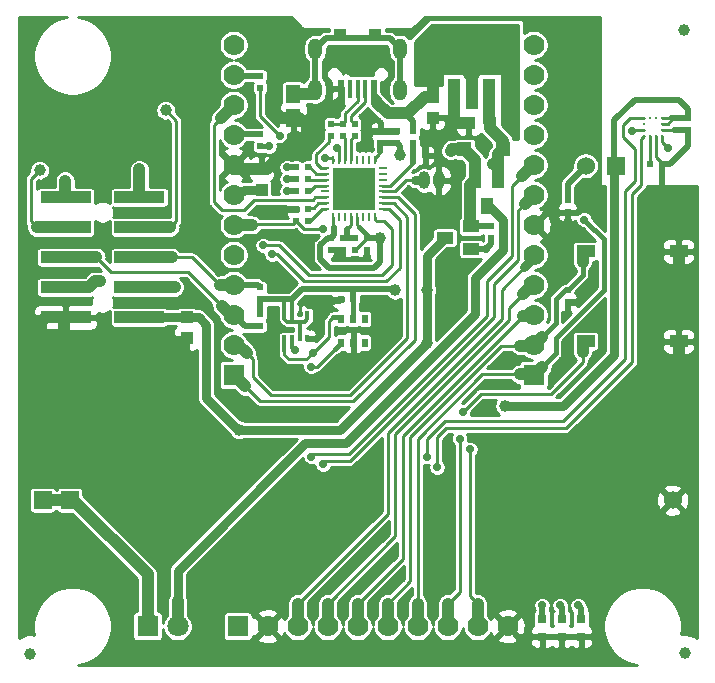
<source format=gbr>
G04 #@! TF.GenerationSoftware,KiCad,Pcbnew,5.1.0-rc2-unknown-036be7d~80~ubuntu16.04.1*
G04 #@! TF.CreationDate,2022-05-16T13:48:37+03:00*
G04 #@! TF.ProjectId,LoRa-STM32WL-DevKit_RevD,4c6f5261-2d53-4544-9d33-32574c2d4465,D*
G04 #@! TF.SameCoordinates,Original*
G04 #@! TF.FileFunction,Copper,L1,Top*
G04 #@! TF.FilePolarity,Positive*
%FSLAX46Y46*%
G04 Gerber Fmt 4.6, Leading zero omitted, Abs format (unit mm)*
G04 Created by KiCad (PCBNEW 5.1.0-rc2-unknown-036be7d~80~ubuntu16.04.1) date 2022-05-16 13:48:37*
%MOMM*%
%LPD*%
G04 APERTURE LIST*
%ADD10R,0.800000X0.800000*%
%ADD11R,1.524000X1.016000*%
%ADD12R,4.250000X1.000000*%
%ADD13R,0.550000X0.500000*%
%ADD14R,0.325000X0.500000*%
%ADD15R,0.500000X0.800000*%
%ADD16C,0.749300*%
%ADD17C,0.100000*%
%ADD18R,1.998980X4.000500*%
%ADD19R,1.000760X2.501900*%
%ADD20R,0.500000X1.650000*%
%ADD21R,0.325000X1.650000*%
%ADD22R,1.100000X1.000000*%
%ADD23O,1.200000X1.800000*%
%ADD24R,1.400000X1.000000*%
%ADD25C,1.524000*%
%ADD26R,1.524000X1.524000*%
%ADD27R,1.000000X1.400000*%
%ADD28O,1.000000X1.500000*%
%ADD29R,1.200000X1.200000*%
%ADD30C,1.800000*%
%ADD31R,1.800000X1.800000*%
%ADD32R,0.500000X0.550000*%
%ADD33R,1.016000X1.016000*%
%ADD34R,0.275000X0.250000*%
%ADD35R,0.250000X0.275000*%
%ADD36C,1.778000*%
%ADD37R,1.778000X1.778000*%
%ADD38R,3.600000X3.600000*%
%ADD39R,0.400000X0.400000*%
%ADD40R,1.422400X1.422400*%
%ADD41R,0.800000X0.250000*%
%ADD42R,0.250000X0.800000*%
%ADD43C,1.000000*%
%ADD44R,1.270000X1.524000*%
%ADD45C,0.700000*%
%ADD46C,0.800000*%
%ADD47C,1.016000*%
%ADD48C,0.508000*%
%ADD49C,0.250000*%
%ADD50C,0.406400*%
%ADD51C,0.304800*%
%ADD52C,0.254000*%
%ADD53C,0.405000*%
%ADD54C,0.762000*%
%ADD55C,0.787400*%
%ADD56C,0.457200*%
%ADD57C,0.025400*%
G04 APERTURE END LIST*
D10*
X102743000Y-139319000D03*
X102743000Y-137795000D03*
D11*
X110998000Y-106680000D03*
X103124000Y-106680000D03*
D12*
X65355000Y-112268000D03*
X59105000Y-112268000D03*
X65355000Y-109728000D03*
X59105000Y-109728000D03*
X65355000Y-107188000D03*
X59105000Y-107188000D03*
X65355000Y-104648000D03*
X59105000Y-104648000D03*
X65355000Y-102108000D03*
X59105000Y-102108000D03*
D13*
X75565000Y-113030000D03*
X75565000Y-112014000D03*
D14*
X78925000Y-114050000D03*
X78275000Y-112000000D03*
X78925000Y-112000000D03*
X79575000Y-112000000D03*
X79575000Y-114050000D03*
X78275000Y-114050000D03*
X77625000Y-114050000D03*
X77625000Y-112000000D03*
D15*
X84439000Y-114411000D03*
X82439000Y-114411000D03*
X82439000Y-112411000D03*
X83439000Y-112411000D03*
X84439000Y-112411000D03*
X83439000Y-114411000D03*
D16*
X93472000Y-91808300D03*
D17*
G36*
X94472760Y-91433650D02*
G01*
X93972380Y-92182950D01*
X92971620Y-92182950D01*
X92471240Y-91433650D01*
X94472760Y-91433650D01*
X94472760Y-91433650D01*
G37*
D18*
X93472000Y-89458800D03*
D19*
X94973140Y-93411040D03*
X93472000Y-93411040D03*
X91970860Y-93411040D03*
D20*
X85207500Y-92939000D03*
D21*
X84470000Y-92939000D03*
X83820000Y-92939000D03*
X83170000Y-92939000D03*
D20*
X82432500Y-92939000D03*
D22*
X85320000Y-88389000D03*
X82320000Y-88389000D03*
D23*
X87420000Y-89539000D03*
X87420000Y-93009000D03*
X80220000Y-93009000D03*
X80220000Y-89539000D03*
D24*
X93436440Y-106486960D03*
X93436440Y-104584500D03*
X91226640Y-105539540D03*
D25*
X103124000Y-99441000D03*
D26*
X105664000Y-99441000D03*
D11*
X110998000Y-114300000D03*
X103124000Y-114300000D03*
D10*
X99441000Y-139319000D03*
X99441000Y-137795000D03*
X101092000Y-139319000D03*
X101092000Y-137795000D03*
D27*
X95691960Y-100619560D03*
X93789500Y-100619560D03*
X94744540Y-102829360D03*
D28*
X90693400Y-100685600D03*
X89443400Y-100685600D03*
D13*
X111760000Y-96393000D03*
X111760000Y-95377000D03*
D29*
X96123000Y-98044000D03*
X92853000Y-98044000D03*
D30*
X68580000Y-138430000D03*
D31*
X66040000Y-138430000D03*
D32*
X79629000Y-104140000D03*
X78613000Y-104140000D03*
D13*
X88519000Y-96520000D03*
X88519000Y-97536000D03*
D32*
X88519000Y-98552000D03*
X89535000Y-98552000D03*
D13*
X81534000Y-96901000D03*
X81534000Y-95885000D03*
X83566000Y-96901000D03*
X83566000Y-95885000D03*
X82550000Y-96901000D03*
X82550000Y-95885000D03*
X83566000Y-106553000D03*
X83566000Y-105537000D03*
D32*
X78613000Y-99568000D03*
X79629000Y-99568000D03*
X78613000Y-100584000D03*
X79629000Y-100584000D03*
X78613000Y-101600000D03*
X79629000Y-101600000D03*
X79629000Y-103124000D03*
X78613000Y-103124000D03*
D13*
X85725000Y-96520000D03*
X85725000Y-97536000D03*
X84582000Y-106553000D03*
X84582000Y-105537000D03*
D33*
X93243400Y-95859600D03*
X95021400Y-95859600D03*
D13*
X82550000Y-106553000D03*
X82550000Y-105537000D03*
D33*
X90170000Y-93599000D03*
X90170000Y-95377000D03*
D13*
X81534000Y-106553000D03*
X81534000Y-105537000D03*
D34*
X108089000Y-95389000D03*
X108089000Y-95889000D03*
X108089000Y-96389000D03*
X108089000Y-96889000D03*
D35*
X108589000Y-96889000D03*
X109089000Y-96889000D03*
D34*
X109589000Y-96889000D03*
X109589000Y-96389000D03*
X109589000Y-95889000D03*
X109589000Y-95389000D03*
D35*
X109089000Y-95389000D03*
X108589000Y-95389000D03*
D13*
X75565000Y-109728000D03*
X75565000Y-110744000D03*
X75565000Y-97790000D03*
X75565000Y-96774000D03*
X75565000Y-92837000D03*
X75565000Y-91821000D03*
D36*
X81280000Y-138430000D03*
X78740000Y-138430000D03*
X76200000Y-138430000D03*
D37*
X73660000Y-138430000D03*
D36*
X83820000Y-138430000D03*
X86360000Y-138430000D03*
X91440000Y-138430000D03*
X88900000Y-138430000D03*
X93980000Y-138430000D03*
X96520000Y-138430000D03*
D13*
X101600000Y-110998000D03*
X101600000Y-109982000D03*
D33*
X69342000Y-112268000D03*
X69342000Y-114046000D03*
D32*
X82423000Y-110744000D03*
X83439000Y-110744000D03*
D33*
X75692000Y-99695000D03*
X75692000Y-101473000D03*
D32*
X109601000Y-99314000D03*
X108585000Y-99314000D03*
D26*
X57150000Y-127762000D03*
D25*
X110490000Y-127762000D03*
D26*
X59470000Y-127762000D03*
D13*
X101600000Y-102362000D03*
X101600000Y-103378000D03*
X87122000Y-97536000D03*
X87122000Y-96520000D03*
X95123000Y-104521000D03*
X95123000Y-105537000D03*
D38*
X83515200Y-101371400D03*
D39*
X83015200Y-100071400D03*
X84015200Y-100071400D03*
X84815200Y-100871400D03*
X84815200Y-101871400D03*
X84015200Y-102671400D03*
X83015200Y-102671400D03*
X82215200Y-101871400D03*
X82215200Y-100871400D03*
D40*
X83515200Y-101371400D03*
D41*
X81065200Y-103121400D03*
X81065200Y-102621400D03*
X81065200Y-102121400D03*
X81065200Y-101621400D03*
X81065200Y-101121400D03*
X81065200Y-100621400D03*
X81065200Y-100121400D03*
X81065200Y-99621400D03*
D42*
X81765200Y-98921400D03*
X82265200Y-98921400D03*
X82765200Y-98921400D03*
X83265200Y-98921400D03*
X83765200Y-98921400D03*
X84265200Y-98921400D03*
X84765200Y-98921400D03*
X85265200Y-98921400D03*
D41*
X85965200Y-99621400D03*
X85965200Y-100121400D03*
X85965200Y-100621400D03*
X85965200Y-101121400D03*
X85965200Y-101621400D03*
X85965200Y-102121400D03*
X85965200Y-102621400D03*
X85965200Y-103121400D03*
D42*
X85265200Y-103821400D03*
X84765200Y-103821400D03*
X84265200Y-103821400D03*
X83765200Y-103821400D03*
X83265200Y-103821400D03*
X82765200Y-103821400D03*
X82265200Y-103821400D03*
X81765200Y-103821400D03*
D36*
X98724000Y-112070000D03*
X98724000Y-106990000D03*
X98724000Y-101910000D03*
X73324000Y-94290000D03*
X98724000Y-89210000D03*
X98724000Y-94290000D03*
X98724000Y-96830000D03*
X98724000Y-99370000D03*
X73324000Y-112070000D03*
X73324000Y-101910000D03*
X98724000Y-91750000D03*
X98724000Y-114610000D03*
X73324000Y-89210000D03*
X73324000Y-114610000D03*
X73324000Y-99370000D03*
D37*
X98724000Y-117150000D03*
D36*
X73324000Y-96830000D03*
X73324000Y-104450000D03*
X98724000Y-104450000D03*
X73324000Y-106990000D03*
X73324000Y-91750000D03*
X73324000Y-109530000D03*
X98724000Y-109530000D03*
D37*
X73324000Y-117150000D03*
D43*
X111429800Y-87985600D03*
X56108600Y-140766800D03*
X111506000Y-140716000D03*
D44*
X78359000Y-95377000D03*
X78359000Y-93345000D03*
D43*
X70231000Y-101092000D03*
X91821000Y-108331000D03*
X84582000Y-96901000D03*
X79502000Y-98298000D03*
X78232000Y-98298000D03*
X80010000Y-97028000D03*
X78740000Y-97028000D03*
X89662000Y-96901000D03*
X90932000Y-96901000D03*
D45*
X82042000Y-107188000D03*
X84582000Y-107188000D03*
D46*
X81661000Y-110871000D03*
D43*
X85979000Y-114808000D03*
X91821000Y-111252000D03*
D45*
X96393000Y-115824000D03*
D46*
X77216000Y-103251000D03*
D43*
X70231000Y-99695000D03*
D45*
X103505000Y-112776000D03*
X102489000Y-110998000D03*
X101600000Y-104140000D03*
D43*
X109601000Y-101727000D03*
X110998000Y-108077000D03*
X110998000Y-115697000D03*
D45*
X76835000Y-91821000D03*
D43*
X58928000Y-113792000D03*
X57023000Y-113792000D03*
X67818000Y-115316000D03*
X80264000Y-117856000D03*
X80264000Y-120523000D03*
X74803000Y-120523000D03*
X86614000Y-112903000D03*
X78613000Y-117856000D03*
X90678000Y-133731000D03*
D45*
X87630000Y-136525000D03*
X86741000Y-134874000D03*
X84201000Y-134874000D03*
X81661000Y-134874000D03*
D43*
X77089000Y-133096000D03*
X84709000Y-128016000D03*
X77851000Y-127381000D03*
X82169000Y-130937000D03*
X71247000Y-134874000D03*
X56007000Y-134874000D03*
X71628000Y-124206000D03*
X67183000Y-129159000D03*
X64516000Y-124079000D03*
X57023000Y-123825000D03*
X60198000Y-118364000D03*
X71247000Y-140716000D03*
X104394000Y-141097000D03*
X92837000Y-140716000D03*
X85090000Y-140716000D03*
X63754000Y-140716000D03*
X56134000Y-97282000D03*
X62230000Y-97282000D03*
X69977000Y-105283000D03*
X66040000Y-91694000D03*
X64643000Y-89281000D03*
X70739000Y-89535000D03*
X77216000Y-87757000D03*
X75565000Y-108204000D03*
X84709000Y-124460000D03*
X90805000Y-128270000D03*
X95377000Y-130683000D03*
X97917000Y-133985000D03*
X111506000Y-132715000D03*
X103759000Y-132842000D03*
X103759000Y-127000000D03*
X97917000Y-127000000D03*
X95123000Y-123317000D03*
X101219000Y-123317000D03*
X107823000Y-123190000D03*
X111252000Y-120142000D03*
X106680000Y-118872000D03*
X108458000Y-109093000D03*
X112014000Y-101727000D03*
X100838000Y-96901000D03*
X103124000Y-87376000D03*
X103124000Y-94488000D03*
X101219000Y-89916000D03*
X101219000Y-106807000D03*
D45*
X96393000Y-117856000D03*
X94361000Y-120142000D03*
X80899000Y-104775000D03*
X92710000Y-120269000D03*
D43*
X87376000Y-98552000D03*
X95250000Y-99314000D03*
X85725000Y-105537000D03*
D45*
X102997000Y-104013000D03*
X94681040Y-106486960D03*
X77851000Y-101600000D03*
X99441000Y-136652000D03*
D43*
X91694000Y-98171000D03*
D45*
X90551000Y-88011000D03*
X91821000Y-91059000D03*
X89154000Y-88900000D03*
X95123000Y-88011000D03*
X95123000Y-91059000D03*
X96520000Y-89535000D03*
X97028000Y-88011000D03*
X89154000Y-90678000D03*
X90551000Y-92075000D03*
X90551000Y-89916000D03*
X91821000Y-88900000D03*
X95123000Y-89535000D03*
X81026000Y-98806000D03*
X92456000Y-122555000D03*
X82042000Y-97917000D03*
X93345000Y-123444000D03*
X77851000Y-100584000D03*
X100965000Y-136652000D03*
X77851000Y-99568000D03*
X102489000Y-136652000D03*
X77216000Y-96901000D03*
X76581000Y-106934000D03*
X76327000Y-97790000D03*
X75819000Y-106172000D03*
D43*
X86995000Y-109982000D03*
X89662000Y-109982000D03*
X89662000Y-114427000D03*
D45*
X107061000Y-96520000D03*
D43*
X96266000Y-119761000D03*
X73787000Y-121793000D03*
X68326000Y-109728000D03*
D45*
X80899000Y-124714000D03*
D43*
X67564000Y-94742000D03*
X65355000Y-99745000D03*
X59055000Y-100711000D03*
X61976000Y-109220000D03*
D45*
X79883000Y-124079000D03*
X78486000Y-115062000D03*
X79883000Y-116459000D03*
X90551000Y-124968000D03*
D43*
X56896000Y-99822000D03*
D45*
X110109000Y-97917000D03*
X89662000Y-124079000D03*
X80010000Y-115316000D03*
D47*
X91960700Y-95859600D02*
X93243400Y-95859600D01*
D48*
X91973400Y-95910400D02*
X91960700Y-95859600D01*
D49*
X98718800Y-104444800D02*
X98724000Y-104450000D01*
D48*
X82432500Y-94018000D02*
X82192750Y-94257750D01*
X82432500Y-92685000D02*
X82432500Y-94018000D01*
X82432500Y-93658080D02*
X81994569Y-94096011D01*
X82432500Y-92939000D02*
X82432500Y-93658080D01*
D47*
X78232000Y-98298000D02*
X79502000Y-98298000D01*
X73324000Y-99370000D02*
X73649000Y-99695000D01*
X73649000Y-99695000D02*
X75692000Y-99695000D01*
X79502000Y-96012000D02*
X79502000Y-98298000D01*
X80899000Y-94615000D02*
X79502000Y-96012000D01*
X81835500Y-94615000D02*
X80899000Y-94615000D01*
X82192750Y-94257750D02*
X81835500Y-94615000D01*
X79502000Y-96012000D02*
X78867000Y-95377000D01*
X78867000Y-95377000D02*
X78359000Y-95377000D01*
D48*
X90982800Y-96901000D02*
X91973400Y-95910400D01*
X90932000Y-96901000D02*
X90982800Y-96901000D01*
X84582000Y-96901000D02*
X84963000Y-96520000D01*
X84963000Y-96520000D02*
X87122000Y-96520000D01*
X89535000Y-97028000D02*
X89662000Y-96901000D01*
X89535000Y-98552000D02*
X89535000Y-97028000D01*
D47*
X91970860Y-95849440D02*
X91960700Y-95859600D01*
X91970860Y-93411040D02*
X91970860Y-95849440D01*
D48*
X84582000Y-106553000D02*
X84582000Y-107188000D01*
X82042000Y-106553000D02*
X81534000Y-106553000D01*
X82042000Y-107188000D02*
X82042000Y-106553000D01*
X82550000Y-106553000D02*
X82042000Y-106553000D01*
D50*
X82042000Y-107188000D02*
X82169000Y-107315000D01*
X84455000Y-107315000D02*
X84582000Y-107188000D01*
X82169000Y-107315000D02*
X84455000Y-107315000D01*
X83439000Y-114411000D02*
X83439000Y-115570000D01*
D51*
X80260000Y-114050000D02*
X79575000Y-114050000D01*
X80518000Y-113792000D02*
X80260000Y-114050000D01*
D48*
X80518000Y-110998000D02*
X80645000Y-110871000D01*
X80518000Y-113792000D02*
X80518000Y-110998000D01*
X80645000Y-110871000D02*
X81661000Y-110871000D01*
X81661000Y-110871000D02*
X82296000Y-110871000D01*
X82296000Y-110871000D02*
X82423000Y-110744000D01*
X79248000Y-110871000D02*
X80645000Y-110871000D01*
D49*
X78925000Y-111194000D02*
X79248000Y-110871000D01*
X78925000Y-112000000D02*
X78925000Y-111194000D01*
D47*
X77538011Y-98298000D02*
X78232000Y-98298000D01*
X76141011Y-99695000D02*
X77538011Y-98298000D01*
X75692000Y-99695000D02*
X76141011Y-99695000D01*
D48*
X77216000Y-103251000D02*
X77343000Y-103124000D01*
X77343000Y-103124000D02*
X78613000Y-103124000D01*
X102489000Y-110998000D02*
X101600000Y-110998000D01*
X101600000Y-103378000D02*
X101600000Y-104140000D01*
D52*
X109601000Y-99187000D02*
X109601000Y-99314000D01*
X109089000Y-98675000D02*
X109601000Y-99187000D01*
X109089000Y-96889000D02*
X109089000Y-98675000D01*
D48*
X109601000Y-101727000D02*
X109601000Y-99314000D01*
X109601000Y-99314000D02*
X110236000Y-99314000D01*
X110236000Y-99314000D02*
X111760000Y-97790000D01*
X111760000Y-97790000D02*
X111760000Y-96393000D01*
X110625000Y-96393000D02*
X110621000Y-96389000D01*
X111760000Y-96393000D02*
X110625000Y-96393000D01*
D52*
X109589000Y-96389000D02*
X110621000Y-96389000D01*
D47*
X110998000Y-114300000D02*
X110998000Y-115697000D01*
X110998000Y-106680000D02*
X110998000Y-108077000D01*
X76835000Y-94869000D02*
X76835000Y-91821000D01*
X77343000Y-95377000D02*
X76835000Y-94869000D01*
X78359000Y-95377000D02*
X77343000Y-95377000D01*
X58928000Y-112445000D02*
X58928000Y-113792000D01*
X59105000Y-112268000D02*
X58928000Y-112445000D01*
X57023000Y-113792000D02*
X58928000Y-113792000D01*
X59105000Y-112268000D02*
X57404000Y-112268000D01*
X57023000Y-112649000D02*
X57023000Y-113792000D01*
X57404000Y-112268000D02*
X57023000Y-112649000D01*
X67818000Y-115316000D02*
X68072000Y-115316000D01*
X68072000Y-115316000D02*
X69342000Y-114046000D01*
X82931000Y-117856000D02*
X85979000Y-114808000D01*
X80264000Y-117856000D02*
X82931000Y-117856000D01*
X80264000Y-120523000D02*
X74803000Y-120523000D01*
D48*
X102743000Y-139319000D02*
X101092000Y-139319000D01*
X101092000Y-139319000D02*
X99441000Y-139319000D01*
X96520000Y-138430000D02*
X97409000Y-139319000D01*
X97409000Y-139319000D02*
X99441000Y-139319000D01*
D51*
X75508301Y-108260699D02*
X72065699Y-108260699D01*
X75565000Y-108204000D02*
X75508301Y-108260699D01*
X72065699Y-108260699D02*
X71120000Y-107315000D01*
X74604301Y-105719301D02*
X70794301Y-105719301D01*
X75057000Y-106172000D02*
X74604301Y-105719301D01*
X75057000Y-107696000D02*
X75057000Y-106172000D01*
X75565000Y-108204000D02*
X75057000Y-107696000D01*
D52*
X66040000Y-91694000D02*
X67386200Y-93040200D01*
X67386200Y-93040200D02*
X74168000Y-93040200D01*
X74168000Y-93040200D02*
X74472800Y-93345000D01*
D47*
X74874000Y-104450000D02*
X73324000Y-104450000D01*
D49*
X74930000Y-104394000D02*
X74874000Y-104450000D01*
X78359000Y-104394000D02*
X74930000Y-104394000D01*
X78613000Y-104140000D02*
X78359000Y-104394000D01*
X78620156Y-104140000D02*
X78613000Y-104140000D01*
X79255156Y-104775000D02*
X78620156Y-104140000D01*
X80899000Y-104775000D02*
X79255156Y-104775000D01*
D47*
X102870000Y-114554000D02*
X102870000Y-115189000D01*
X103124000Y-114300000D02*
X102870000Y-114554000D01*
D49*
X102870000Y-116078000D02*
X102870000Y-115189000D01*
X100203000Y-118745000D02*
X102870000Y-116078000D01*
X94234000Y-118745000D02*
X100203000Y-118745000D01*
X92710000Y-120269000D02*
X94234000Y-118745000D01*
D48*
X87376000Y-98552000D02*
X87376000Y-97790000D01*
X87376000Y-97790000D02*
X87122000Y-97536000D01*
X87122000Y-97536000D02*
X85725000Y-97536000D01*
D49*
X85265200Y-98757800D02*
X85265200Y-99021400D01*
X85598000Y-98425000D02*
X85265200Y-98757800D01*
D52*
X85598000Y-98425000D02*
X85725000Y-98298000D01*
D48*
X85725000Y-98298000D02*
X85725000Y-97536000D01*
D47*
X94973140Y-95735140D02*
X95021400Y-95783400D01*
X95021400Y-95783400D02*
X95021400Y-95859600D01*
X94973140Y-93411040D02*
X94973140Y-95735140D01*
X95691960Y-99314000D02*
X95250000Y-99314000D01*
X95691960Y-100619560D02*
X95691960Y-99314000D01*
D52*
X83765200Y-104466200D02*
X83947000Y-104648000D01*
X83765200Y-103821400D02*
X83765200Y-104466200D01*
D50*
X84582000Y-105283000D02*
X83947000Y-104648000D01*
X84582000Y-105537000D02*
X84582000Y-105283000D01*
D52*
X83566000Y-106553000D02*
X84582000Y-105537000D01*
D48*
X80645000Y-106172000D02*
X81280000Y-105537000D01*
X85725000Y-105537000D02*
X84582000Y-105537000D01*
X80645000Y-107315000D02*
X80645000Y-106172000D01*
X81280000Y-105537000D02*
X81534000Y-105537000D01*
X85725000Y-105537000D02*
X85725000Y-107569000D01*
X85725000Y-107569000D02*
X85217000Y-108077000D01*
X85217000Y-108077000D02*
X81407000Y-108077000D01*
X81407000Y-108077000D02*
X80645000Y-107315000D01*
X81788000Y-105283000D02*
X81788000Y-104648000D01*
X81534000Y-105537000D02*
X81788000Y-105283000D01*
D52*
X81765200Y-104625200D02*
X81788000Y-104648000D01*
X81765200Y-103821400D02*
X81765200Y-104625200D01*
D47*
X95691960Y-98491040D02*
X95691960Y-99314000D01*
X96123000Y-98060000D02*
X95691960Y-98491040D01*
X96123000Y-98044000D02*
X96123000Y-98060000D01*
X95021400Y-96225986D02*
X95021400Y-95859600D01*
X96123000Y-97327586D02*
X95021400Y-96225986D01*
X96123000Y-98044000D02*
X96123000Y-97327586D01*
X98724000Y-117150000D02*
X98668000Y-117094000D01*
X98668000Y-117094000D02*
X97536000Y-117094000D01*
X98724000Y-117150000D02*
X98750000Y-117150000D01*
X98750000Y-117150000D02*
X99441000Y-116459000D01*
D50*
X100584000Y-115316000D02*
X99441000Y-116459000D01*
X100584000Y-114046000D02*
X100584000Y-115316000D01*
X102997000Y-104013000D02*
X104648000Y-105664000D01*
X104648000Y-105664000D02*
X104648000Y-109982000D01*
X104648000Y-109982000D02*
X100584000Y-114046000D01*
D52*
X94361000Y-117094000D02*
X88900000Y-122555000D01*
X97536000Y-117094000D02*
X94361000Y-117094000D01*
D47*
X88900000Y-138430000D02*
X88900000Y-136525000D01*
D52*
X88900000Y-136525000D02*
X88900000Y-122555000D01*
D53*
X98724000Y-109530000D02*
X98741900Y-109512100D01*
D48*
X95123000Y-106045000D02*
X94681040Y-106486960D01*
X95123000Y-105537000D02*
X95123000Y-106045000D01*
X94681040Y-106486960D02*
X93436440Y-106486960D01*
D47*
X98611906Y-109530000D02*
X97797753Y-110344153D01*
X98724000Y-109530000D02*
X98611906Y-109530000D01*
X81280000Y-138430000D02*
X81280000Y-136525000D01*
D52*
X96647000Y-111494906D02*
X97797753Y-110344153D01*
X81280000Y-136525000D02*
X86995000Y-130810000D01*
X86995000Y-130810000D02*
X86995000Y-122174000D01*
X86995000Y-122174000D02*
X96647000Y-112522000D01*
X96647000Y-112522000D02*
X96647000Y-111494906D01*
D53*
X98724000Y-106990000D02*
X98623000Y-106990000D01*
D54*
X98724000Y-107247412D02*
X97940477Y-108030935D01*
X98724000Y-106990000D02*
X98724000Y-107247412D01*
D47*
X78740000Y-138430000D02*
X78740000Y-136525000D01*
D52*
X96012000Y-109959412D02*
X97940477Y-108030935D01*
X78740000Y-136525000D02*
X86360000Y-128905000D01*
X86360000Y-128905000D02*
X86360000Y-122047000D01*
X86360000Y-122047000D02*
X96012000Y-112395000D01*
X96012000Y-112395000D02*
X96012000Y-109959412D01*
D48*
X77851000Y-101600000D02*
X78613000Y-101600000D01*
X99441000Y-137795000D02*
X99441000Y-136652000D01*
D47*
X98724000Y-114610000D02*
X98653000Y-114681000D01*
X98653000Y-114681000D02*
X97536000Y-114681000D01*
X98724000Y-114610000D02*
X98750000Y-114610000D01*
X98750000Y-114610000D02*
X99441000Y-113919000D01*
D53*
X100584000Y-112776000D02*
X99441000Y-113919000D01*
X100584000Y-110744000D02*
X100584000Y-112776000D01*
X101346000Y-109982000D02*
X100584000Y-110744000D01*
X101600000Y-109982000D02*
X101346000Y-109982000D01*
D47*
X103124000Y-106680000D02*
X102870000Y-106934000D01*
X102870000Y-106934000D02*
X102870000Y-107569000D01*
D50*
X102870000Y-107569000D02*
X102870000Y-108712000D01*
X102870000Y-108712000D02*
X101600000Y-109982000D01*
D47*
X86360000Y-138430000D02*
X86360000Y-136525000D01*
D52*
X95989065Y-114681000D02*
X97536000Y-114681000D01*
X88265000Y-122405065D02*
X95989065Y-114681000D01*
X88265000Y-134620000D02*
X88265000Y-122405065D01*
X86360000Y-136525000D02*
X88265000Y-134620000D01*
D53*
X98668000Y-112014000D02*
X98724000Y-112070000D01*
D47*
X98724000Y-112070000D02*
X98653000Y-112141000D01*
X98653000Y-112141000D02*
X97790000Y-112141000D01*
X83820000Y-138430000D02*
X83820000Y-136525000D01*
D52*
X87630000Y-122301000D02*
X97790000Y-112141000D01*
X87630000Y-132715000D02*
X87630000Y-122301000D01*
X83820000Y-136525000D02*
X87630000Y-132715000D01*
D47*
X66040000Y-134040430D02*
X66040000Y-138430000D01*
X57150000Y-127762000D02*
X58166000Y-127762000D01*
X59470000Y-127762000D02*
X58166000Y-127762000D01*
X59761570Y-127762000D02*
X66040000Y-134040430D01*
X59470000Y-127762000D02*
X59761570Y-127762000D01*
D54*
X74168000Y-101473000D02*
X75692000Y-101473000D01*
X73731000Y-101910000D02*
X74168000Y-101473000D01*
X73324000Y-101910000D02*
X73731000Y-101910000D01*
D48*
X93436440Y-104584500D02*
X93499940Y-104521000D01*
X93499940Y-104521000D02*
X95123000Y-104521000D01*
D47*
X93345000Y-101064060D02*
X93789500Y-100619560D01*
X93345000Y-104493060D02*
X93345000Y-101064060D01*
X93436440Y-104584500D02*
X93345000Y-104493060D01*
X92853000Y-98044000D02*
X91821000Y-98044000D01*
X91821000Y-98044000D02*
X91694000Y-98171000D01*
X93742756Y-100572816D02*
X93789500Y-100619560D01*
X93742756Y-98933756D02*
X93742756Y-100572816D01*
X92853000Y-98044000D02*
X93742756Y-98933756D01*
D52*
X108589000Y-96889000D02*
X108589000Y-99310000D01*
D47*
X68580000Y-138430000D02*
X68580000Y-136271000D01*
D54*
X68580000Y-133731000D02*
X68580000Y-136271000D01*
X82804000Y-122936000D02*
X79375000Y-122936000D01*
X93726000Y-112014000D02*
X82804000Y-122936000D01*
X93726000Y-108966000D02*
X93726000Y-112014000D01*
X94744540Y-102829360D02*
X94955360Y-102829360D01*
X79375000Y-122936000D02*
X68580000Y-133731000D01*
X94955360Y-102829360D02*
X96139000Y-104013000D01*
X96139000Y-104013000D02*
X96139000Y-106553000D01*
X96139000Y-106553000D02*
X93726000Y-108966000D01*
D55*
X93472000Y-89458800D02*
X93472000Y-93411040D01*
D56*
X93097350Y-91433650D02*
X93472000Y-91808300D01*
D48*
X85207500Y-93843500D02*
X85471000Y-94107000D01*
X85207500Y-92939000D02*
X85207500Y-93843500D01*
X85207500Y-93485360D02*
X85691980Y-93969840D01*
X85207500Y-92939000D02*
X85207500Y-93485360D01*
D47*
X86365092Y-95001092D02*
X85471000Y-94107000D01*
X88132908Y-95001092D02*
X86365092Y-95001092D01*
X89535000Y-93599000D02*
X88132908Y-95001092D01*
X90170000Y-93599000D02*
X89535000Y-93599000D01*
D48*
X88519000Y-95681945D02*
X88519000Y-96520000D01*
X88138000Y-95300945D02*
X88519000Y-95681945D01*
X88138000Y-95006184D02*
X88138000Y-95300945D01*
X88132908Y-95001092D02*
X88138000Y-95006184D01*
D47*
X90551000Y-92075000D02*
X90170000Y-92456000D01*
X90170000Y-92456000D02*
X90170000Y-93599000D01*
D48*
X82931000Y-105537000D02*
X82931000Y-104775000D01*
X82550000Y-105537000D02*
X82931000Y-105537000D01*
X82931000Y-105537000D02*
X83566000Y-105537000D01*
D49*
X83265200Y-104440800D02*
X82931000Y-104775000D01*
X83265200Y-103721400D02*
X83265200Y-104440800D01*
X81661000Y-98806000D02*
X81765200Y-98910200D01*
X81765200Y-98910200D02*
X81765200Y-99021400D01*
X81026000Y-98806000D02*
X81661000Y-98806000D01*
D47*
X91440000Y-138430000D02*
X91440000Y-136525000D01*
D52*
X92456000Y-135509000D02*
X92456000Y-122555000D01*
X91440000Y-136525000D02*
X92456000Y-135509000D01*
D49*
X82042000Y-97917000D02*
X82265200Y-98140200D01*
X82265200Y-98140200D02*
X82265200Y-99021400D01*
D47*
X93980000Y-138430000D02*
X93980000Y-136525000D01*
D52*
X93345000Y-135890000D02*
X93980000Y-136525000D01*
X93345000Y-123444000D02*
X93345000Y-135890000D01*
D48*
X77851000Y-100584000D02*
X78613000Y-100584000D01*
X101092000Y-136779000D02*
X100965000Y-136652000D01*
X101092000Y-137795000D02*
X101092000Y-136779000D01*
X78613000Y-99568000D02*
X77851000Y-99568000D01*
X102743000Y-136906000D02*
X102489000Y-136652000D01*
X102743000Y-137795000D02*
X102743000Y-136906000D01*
D47*
X73324000Y-94290000D02*
X72237000Y-95377000D01*
D49*
X80248139Y-102121400D02*
X81165200Y-102121400D01*
X80007539Y-102362000D02*
X80248139Y-102121400D01*
X75057000Y-102362000D02*
X80007539Y-102362000D01*
X74240808Y-103178192D02*
X75057000Y-102362000D01*
X72237000Y-95377000D02*
X71628000Y-95986000D01*
X72317192Y-103178192D02*
X74240808Y-103178192D01*
X71628000Y-95986000D02*
X71628000Y-102489000D01*
X71628000Y-102489000D02*
X72317192Y-103178192D01*
D47*
X73324000Y-114610000D02*
X73716000Y-114610000D01*
X73716000Y-114610000D02*
X74422000Y-115316000D01*
D52*
X86873400Y-102621400D02*
X85865200Y-102621400D01*
X88011000Y-103759000D02*
X86873400Y-102621400D01*
X88011000Y-114046000D02*
X88011000Y-103759000D01*
X83185000Y-118872000D02*
X88011000Y-114046000D01*
X74930000Y-117348000D02*
X76454000Y-118872000D01*
X74930000Y-115824000D02*
X74930000Y-117348000D01*
X74422000Y-115316000D02*
X74930000Y-115824000D01*
X76454000Y-118872000D02*
X83185000Y-118872000D01*
D47*
X73324000Y-117150000D02*
X73335000Y-117150000D01*
X73335000Y-117150000D02*
X74295000Y-118110000D01*
D52*
X87262400Y-102121400D02*
X85865200Y-102121400D01*
X88646000Y-103505000D02*
X87262400Y-102121400D01*
X74295000Y-118110000D02*
X75565000Y-119380000D01*
X75565000Y-119380000D02*
X83439000Y-119380000D01*
X83439000Y-119380000D02*
X88646000Y-114173000D01*
X88646000Y-114173000D02*
X88646000Y-103505000D01*
D49*
X80774600Y-103121400D02*
X80137000Y-103759000D01*
X81165200Y-103121400D02*
X80774600Y-103121400D01*
D52*
X79756000Y-104140000D02*
X80137000Y-103759000D01*
X79629000Y-104140000D02*
X79756000Y-104140000D01*
D48*
X88519000Y-97536000D02*
X88519000Y-98552000D01*
D49*
X86584600Y-101121400D02*
X88519000Y-99187000D01*
X85865200Y-101121400D02*
X86584600Y-101121400D01*
D48*
X88519000Y-98552000D02*
X88519000Y-99187000D01*
D49*
X80730352Y-99621400D02*
X81165200Y-99621400D01*
X81407000Y-96901000D02*
X81407000Y-97409000D01*
X81407000Y-97409000D02*
X80332447Y-98483553D01*
X80332447Y-98483553D02*
X80332447Y-99223495D01*
X80332447Y-99223495D02*
X80730352Y-99621400D01*
D52*
X83820000Y-93980000D02*
X83820000Y-92939000D01*
X82788549Y-95011451D02*
X83820000Y-93980000D01*
X82788549Y-95646451D02*
X82788549Y-95011451D01*
X82550000Y-95885000D02*
X82788549Y-95646451D01*
X81534000Y-95885000D02*
X82550000Y-95885000D01*
X77216000Y-96901000D02*
X75565000Y-95250000D01*
X75565000Y-95250000D02*
X75565000Y-92837000D01*
X86233000Y-109220000D02*
X87376000Y-108077000D01*
X79248000Y-109220000D02*
X86233000Y-109220000D01*
X76962000Y-106934000D02*
X79248000Y-109220000D01*
X76581000Y-106934000D02*
X76962000Y-106934000D01*
X86484400Y-103121400D02*
X85965200Y-103121400D01*
X87376000Y-108077000D02*
X87376000Y-104013000D01*
X87376000Y-104013000D02*
X86484400Y-103121400D01*
D50*
X76327000Y-97790000D02*
X75565000Y-97790000D01*
D52*
X79724841Y-108712000D02*
X85852000Y-108712000D01*
X77184841Y-106172000D02*
X79724841Y-108712000D01*
X75819000Y-106172000D02*
X77184841Y-106172000D01*
X85404489Y-104098889D02*
X85265200Y-103959600D01*
X85852000Y-108712000D02*
X86741000Y-107823000D01*
X86064889Y-104098889D02*
X85404489Y-104098889D01*
X85265200Y-103959600D02*
X85265200Y-103821400D01*
X86741000Y-107823000D02*
X86741000Y-104775000D01*
X86741000Y-104775000D02*
X86064889Y-104098889D01*
X83265200Y-98921400D02*
X83265200Y-97201800D01*
X83265200Y-97201800D02*
X83566000Y-96901000D01*
X83300486Y-95215627D02*
X84470000Y-94046113D01*
X84470000Y-94046113D02*
X84470000Y-92939000D01*
X83300486Y-95619486D02*
X83300486Y-95215627D01*
X83566000Y-95885000D02*
X83300486Y-95619486D01*
X82765200Y-98921400D02*
X82765200Y-97116200D01*
X82765200Y-97116200D02*
X82550000Y-96901000D01*
D49*
X80309400Y-100121400D02*
X79756000Y-99568000D01*
X79756000Y-99568000D02*
X79629000Y-99568000D01*
X81165200Y-100121400D02*
X80309400Y-100121400D01*
X79756000Y-100584000D02*
X79629000Y-100584000D01*
X79793400Y-100621400D02*
X79756000Y-100584000D01*
X81165200Y-100621400D02*
X79793400Y-100621400D01*
X79756000Y-101600000D02*
X79629000Y-101600000D01*
X80234600Y-101121400D02*
X79756000Y-101600000D01*
X81165200Y-101121400D02*
X80234600Y-101121400D01*
X81165200Y-102621400D02*
X80512600Y-102621400D01*
D52*
X80512600Y-102621400D02*
X80137000Y-102997000D01*
X80137000Y-102997000D02*
X79756000Y-102997000D01*
X79756000Y-102997000D02*
X79629000Y-103124000D01*
D54*
X88693400Y-100685600D02*
X89443400Y-100685600D01*
D49*
X87916502Y-100685600D02*
X88693400Y-100685600D01*
X86980702Y-101621400D02*
X87916502Y-100685600D01*
X85865200Y-101621400D02*
X86980702Y-101621400D01*
D50*
X83439000Y-112411000D02*
X83439000Y-111379000D01*
D51*
X77625000Y-112423000D02*
X77625000Y-112000000D01*
X79575000Y-112449000D02*
X79375000Y-112649000D01*
X79575000Y-112000000D02*
X79575000Y-112449000D01*
X77851000Y-112649000D02*
X77625000Y-112423000D01*
X78275000Y-112565000D02*
X78359000Y-112649000D01*
X78275000Y-112000000D02*
X78275000Y-112565000D01*
X78359000Y-112649000D02*
X77851000Y-112649000D01*
X78925000Y-114050000D02*
X78925000Y-112718000D01*
X78925000Y-112718000D02*
X78994000Y-112649000D01*
X78994000Y-112649000D02*
X78359000Y-112649000D01*
X79375000Y-112649000D02*
X78994000Y-112649000D01*
D48*
X75565000Y-112014000D02*
X75565000Y-110744000D01*
D50*
X83439000Y-111379000D02*
X83439000Y-110744000D01*
D54*
X89662000Y-109982000D02*
X89662000Y-114427000D01*
D48*
X83439000Y-109982000D02*
X83439000Y-110744000D01*
X83312000Y-109855000D02*
X83439000Y-109982000D01*
X86868000Y-109855000D02*
X86995000Y-109982000D01*
X83312000Y-109855000D02*
X86868000Y-109855000D01*
X79123284Y-109855000D02*
X83312000Y-109855000D01*
X78234284Y-110744000D02*
X79123284Y-109855000D01*
D51*
X78275000Y-110784716D02*
X78234284Y-110744000D01*
X78275000Y-112000000D02*
X78275000Y-110784716D01*
X77625000Y-110772000D02*
X77597000Y-110744000D01*
X77625000Y-112000000D02*
X77625000Y-110772000D01*
D48*
X77597000Y-110744000D02*
X78234284Y-110744000D01*
X75565000Y-110744000D02*
X77597000Y-110744000D01*
D54*
X91183460Y-105539540D02*
X91226640Y-105539540D01*
X89662000Y-107061000D02*
X91183460Y-105539540D01*
X89662000Y-109982000D02*
X89662000Y-107061000D01*
D52*
X107192000Y-96389000D02*
X108089000Y-96389000D01*
X107061000Y-96520000D02*
X107192000Y-96389000D01*
X109589000Y-95389000D02*
X109601000Y-95377000D01*
D48*
X110363000Y-95377000D02*
X111760000Y-95377000D01*
D52*
X109601000Y-95377000D02*
X110363000Y-95377000D01*
X110363000Y-95596833D02*
X110363000Y-95377000D01*
X110070833Y-95889000D02*
X110363000Y-95596833D01*
X109589000Y-95889000D02*
X110070833Y-95889000D01*
D48*
X111760000Y-94615000D02*
X111760000Y-95377000D01*
X110998000Y-93853000D02*
X111760000Y-94615000D01*
X105664000Y-99441000D02*
X105537000Y-99314000D01*
X105537000Y-99314000D02*
X105537000Y-95608568D01*
X105537000Y-95608568D02*
X107292568Y-93853000D01*
X107292568Y-93853000D02*
X110998000Y-93853000D01*
D54*
X65355000Y-112268000D02*
X69342000Y-112268000D01*
X73660000Y-121793000D02*
X70993000Y-119126000D01*
X73787000Y-121793000D02*
X73660000Y-121793000D01*
X70993000Y-119126000D02*
X70993000Y-112903000D01*
X70358000Y-112268000D02*
X69342000Y-112268000D01*
X70993000Y-112903000D02*
X70358000Y-112268000D01*
X82296000Y-121793000D02*
X89662000Y-114427000D01*
X73787000Y-121793000D02*
X82296000Y-121793000D01*
X105664000Y-99441000D02*
X105537000Y-99568000D01*
X105537000Y-99568000D02*
X105537000Y-115443000D01*
X105537000Y-115443000D02*
X101219000Y-119761000D01*
X101219000Y-119761000D02*
X96266000Y-119761000D01*
D47*
X80220000Y-93009000D02*
X79884000Y-93345000D01*
X79884000Y-93345000D02*
X78359000Y-93345000D01*
D48*
X80220000Y-93009000D02*
X80220000Y-91523000D01*
X80220000Y-89539000D02*
X80220000Y-91523000D01*
X82063000Y-88646000D02*
X81113000Y-88646000D01*
X81113000Y-88646000D02*
X80220000Y-89539000D01*
X82320000Y-88389000D02*
X82063000Y-88646000D01*
X82577000Y-88646000D02*
X82320000Y-88389000D01*
X85063000Y-88646000D02*
X82577000Y-88646000D01*
X85320000Y-88389000D02*
X85063000Y-88646000D01*
X85577000Y-88646000D02*
X85320000Y-88389000D01*
X86527000Y-88646000D02*
X85577000Y-88646000D01*
X87420000Y-89539000D02*
X86527000Y-88646000D01*
X87420000Y-93009000D02*
X87420000Y-91357000D01*
X87420000Y-89539000D02*
X87420000Y-91357000D01*
X103124000Y-99441000D02*
X101600000Y-100965000D01*
X101600000Y-100965000D02*
X101600000Y-102362000D01*
D47*
X98724000Y-101910000D02*
X97967500Y-102666500D01*
X68326000Y-109728000D02*
X65355000Y-109728000D01*
D52*
X81153000Y-124460000D02*
X80899000Y-124714000D01*
X83185000Y-124460000D02*
X81153000Y-124460000D01*
X97967500Y-102666500D02*
X97409000Y-103225000D01*
X97409000Y-103225000D02*
X97409000Y-107442000D01*
X97409000Y-107442000D02*
X95377000Y-109474000D01*
X95377000Y-112268000D02*
X83185000Y-124460000D01*
X95377000Y-109474000D02*
X95377000Y-112268000D01*
D47*
X65355000Y-104648000D02*
X67945000Y-104648000D01*
D52*
X68453000Y-95631000D02*
X67564000Y-94742000D01*
X68453000Y-104140000D02*
X68453000Y-95631000D01*
X67945000Y-104648000D02*
X68453000Y-104140000D01*
D47*
X65355000Y-102108000D02*
X65355000Y-99745000D01*
X59055000Y-102058000D02*
X59055000Y-100711000D01*
X59105000Y-102108000D02*
X59055000Y-102058000D01*
X98724000Y-99370000D02*
X97777000Y-100317000D01*
X61087000Y-109728000D02*
X59105000Y-109728000D01*
X61595000Y-109220000D02*
X61087000Y-109728000D01*
X61976000Y-109220000D02*
X61595000Y-109220000D01*
D52*
X96901000Y-101193000D02*
X97777000Y-100317000D01*
X96901000Y-107061000D02*
X96901000Y-101193000D01*
X94742000Y-109220000D02*
X96901000Y-107061000D01*
X94742000Y-112141000D02*
X94742000Y-109220000D01*
X83058000Y-123825000D02*
X94742000Y-112141000D01*
X79883000Y-124079000D02*
X80137000Y-123825000D01*
X80137000Y-123825000D02*
X83058000Y-123825000D01*
D47*
X59105000Y-107188000D02*
X61687200Y-107188000D01*
D50*
X82439000Y-114411000D02*
X81915000Y-114935000D01*
D48*
X74295000Y-113030000D02*
X75565000Y-113030000D01*
X73335000Y-112070000D02*
X74295000Y-113030000D01*
X73324000Y-112070000D02*
X73335000Y-112070000D01*
D47*
X73095000Y-112070000D02*
X72333500Y-111308500D01*
X73324000Y-112070000D02*
X73095000Y-112070000D01*
D51*
X78275000Y-114851000D02*
X78275000Y-114050000D01*
X78486000Y-115062000D02*
X78275000Y-114851000D01*
D52*
X80391000Y-116459000D02*
X81915000Y-114935000D01*
X79883000Y-116459000D02*
X80391000Y-116459000D01*
X62957200Y-108458000D02*
X61687200Y-107188000D01*
X69483000Y-108458000D02*
X62957200Y-108458000D01*
X72333500Y-111308500D02*
X69483000Y-108458000D01*
X107823000Y-101092000D02*
X107823000Y-97155000D01*
X107823000Y-97155000D02*
X108089000Y-96889000D01*
X90551000Y-124968000D02*
X90551000Y-122428000D01*
X90551000Y-122428000D02*
X91313000Y-121666000D01*
X91313000Y-121666000D02*
X101473000Y-121666000D01*
X101473000Y-121666000D02*
X107061000Y-116078000D01*
X107061000Y-116078000D02*
X107061000Y-101854000D01*
X107061000Y-101854000D02*
X107823000Y-101092000D01*
D47*
X56642000Y-104648000D02*
X59105000Y-104648000D01*
D52*
X56134000Y-104140000D02*
X56134000Y-100584000D01*
X56642000Y-104648000D02*
X56134000Y-104140000D01*
X56134000Y-100584000D02*
X56896000Y-99822000D01*
X109589000Y-97397000D02*
X109589000Y-96889000D01*
X110109000Y-97917000D02*
X109589000Y-97397000D01*
D48*
X73324000Y-96830000D02*
X73380000Y-96774000D01*
X73380000Y-96774000D02*
X75565000Y-96774000D01*
X73324000Y-91750000D02*
X73395000Y-91821000D01*
X73395000Y-91821000D02*
X75565000Y-91821000D01*
D47*
X72155000Y-109530000D02*
X73324000Y-109530000D01*
D50*
X82297925Y-112269925D02*
X81766816Y-112269925D01*
X82439000Y-112411000D02*
X82297925Y-112269925D01*
D51*
X77625000Y-114050000D02*
X77625000Y-115090000D01*
D48*
X73324000Y-109530000D02*
X75367000Y-109530000D01*
X75367000Y-109530000D02*
X75565000Y-109728000D01*
D52*
X81407000Y-113919000D02*
X81407000Y-112629741D01*
X80010000Y-115316000D02*
X81407000Y-113919000D01*
X81407000Y-112629741D02*
X81766816Y-112269925D01*
X79482819Y-115843181D02*
X80010000Y-115316000D01*
X77625000Y-115457667D02*
X78010514Y-115843181D01*
X78010514Y-115843181D02*
X79482819Y-115843181D01*
X77625000Y-115090000D02*
X77625000Y-115457667D01*
D47*
X65355000Y-107188000D02*
X68072000Y-107188000D01*
D52*
X69813000Y-107188000D02*
X72155000Y-109530000D01*
X68072000Y-107188000D02*
X69813000Y-107188000D01*
X106922000Y-95389000D02*
X108089000Y-95389000D01*
X101219000Y-121031000D02*
X106426000Y-115824000D01*
X89662000Y-122555000D02*
X91186000Y-121031000D01*
X91186000Y-121031000D02*
X101219000Y-121031000D01*
X89662000Y-124079000D02*
X89662000Y-122555000D01*
X106426000Y-115824000D02*
X106426000Y-101600000D01*
X107315000Y-100711000D02*
X107315000Y-98044000D01*
X106426000Y-101600000D02*
X107315000Y-100711000D01*
X107315000Y-98044000D02*
X106299000Y-97028000D01*
X106299000Y-97028000D02*
X106299000Y-96012000D01*
X106299000Y-96012000D02*
X106922000Y-95389000D01*
G36*
X58719550Y-86970855D02*
G01*
X58114075Y-87221651D01*
X57569161Y-87585750D01*
X57105750Y-88049161D01*
X56741651Y-88594075D01*
X56490855Y-89199550D01*
X56363000Y-89842319D01*
X56363000Y-90497681D01*
X56490855Y-91140450D01*
X56741651Y-91745925D01*
X57105750Y-92290839D01*
X57569161Y-92754250D01*
X58114075Y-93118349D01*
X58719550Y-93369145D01*
X59362319Y-93497000D01*
X60017681Y-93497000D01*
X60660450Y-93369145D01*
X61265925Y-93118349D01*
X61810839Y-92754250D01*
X62274250Y-92290839D01*
X62638349Y-91745925D01*
X62889145Y-91140450D01*
X63017000Y-90497681D01*
X63017000Y-89842319D01*
X62889145Y-89199550D01*
X62638349Y-88594075D01*
X62274250Y-88049161D01*
X61810839Y-87585750D01*
X61265925Y-87221651D01*
X60660450Y-86970855D01*
X60143364Y-86868000D01*
X78148580Y-86868000D01*
X78998150Y-87717571D01*
X79014052Y-87736948D01*
X79033429Y-87752850D01*
X79091404Y-87800429D01*
X79117376Y-87814311D01*
X79179657Y-87847601D01*
X79275415Y-87876649D01*
X79350053Y-87884000D01*
X79350056Y-87884000D01*
X79375000Y-87886457D01*
X79399944Y-87884000D01*
X81387649Y-87884000D01*
X81387157Y-87889000D01*
X81387157Y-88011000D01*
X81144189Y-88011000D01*
X81113000Y-88007928D01*
X81081811Y-88011000D01*
X81081808Y-88011000D01*
X80988518Y-88020188D01*
X80868820Y-88056498D01*
X80758506Y-88115462D01*
X80686043Y-88174931D01*
X80686039Y-88174935D01*
X80661815Y-88194815D01*
X80641934Y-88219040D01*
X80547707Y-88313267D01*
X80412310Y-88272195D01*
X80220000Y-88253254D01*
X80027691Y-88272195D01*
X79842772Y-88328289D01*
X79672350Y-88419382D01*
X79522973Y-88541972D01*
X79400383Y-88691349D01*
X79309290Y-88861771D01*
X79253195Y-89046690D01*
X79239000Y-89190813D01*
X79239000Y-89887186D01*
X79253195Y-90031309D01*
X79309289Y-90216228D01*
X79400382Y-90386651D01*
X79522972Y-90536028D01*
X79585001Y-90586933D01*
X79585001Y-91961067D01*
X79522973Y-92011972D01*
X79400383Y-92161349D01*
X79309290Y-92331771D01*
X79301574Y-92357207D01*
X79264711Y-92312289D01*
X79206696Y-92264678D01*
X79140508Y-92229299D01*
X79068689Y-92207513D01*
X78994000Y-92200157D01*
X77724000Y-92200157D01*
X77649311Y-92207513D01*
X77577492Y-92229299D01*
X77511304Y-92264678D01*
X77453289Y-92312289D01*
X77405678Y-92370304D01*
X77370299Y-92436492D01*
X77348513Y-92508311D01*
X77341157Y-92583000D01*
X77341157Y-94107000D01*
X77341166Y-94107093D01*
X77319211Y-94121763D01*
X77230763Y-94210211D01*
X77161270Y-94314215D01*
X77113403Y-94429777D01*
X77089000Y-94552458D01*
X77089000Y-95091250D01*
X77247750Y-95250000D01*
X78232000Y-95250000D01*
X78232000Y-95230000D01*
X78486000Y-95230000D01*
X78486000Y-95250000D01*
X79470250Y-95250000D01*
X79629000Y-95091250D01*
X79629000Y-94552458D01*
X79604597Y-94429777D01*
X79556730Y-94314215D01*
X79503132Y-94234000D01*
X79840340Y-94234000D01*
X79884000Y-94238300D01*
X79899137Y-94236809D01*
X80027690Y-94275805D01*
X80220000Y-94294746D01*
X80412309Y-94275805D01*
X80597228Y-94219711D01*
X80767651Y-94128618D01*
X80917028Y-94006028D01*
X81039618Y-93856651D01*
X81130711Y-93686229D01*
X81186805Y-93501310D01*
X81201000Y-93357187D01*
X81201000Y-93224750D01*
X81547500Y-93224750D01*
X81547500Y-93826542D01*
X81571903Y-93949223D01*
X81619770Y-94064785D01*
X81689263Y-94168789D01*
X81777711Y-94257237D01*
X81881715Y-94326730D01*
X81997277Y-94374597D01*
X82119958Y-94399000D01*
X82148750Y-94399000D01*
X82307500Y-94240250D01*
X82307500Y-93066000D01*
X81706250Y-93066000D01*
X81547500Y-93224750D01*
X81201000Y-93224750D01*
X81201000Y-92660814D01*
X81186805Y-92516691D01*
X81130711Y-92331771D01*
X81039618Y-92161349D01*
X80917028Y-92011972D01*
X80855000Y-91961067D01*
X80855000Y-90586933D01*
X80917028Y-90536028D01*
X81039618Y-90386651D01*
X81130711Y-90216229D01*
X81186805Y-90031310D01*
X81201000Y-89887187D01*
X81201000Y-89456025D01*
X81376026Y-89281000D01*
X82031819Y-89281000D01*
X82063000Y-89284071D01*
X82094181Y-89281000D01*
X82094192Y-89281000D01*
X82187167Y-89271843D01*
X82452833Y-89271843D01*
X82545808Y-89281000D01*
X82545811Y-89281000D01*
X82577000Y-89284072D01*
X82608189Y-89281000D01*
X85031819Y-89281000D01*
X85063000Y-89284071D01*
X85094181Y-89281000D01*
X85094192Y-89281000D01*
X85187167Y-89271843D01*
X85452833Y-89271843D01*
X85545808Y-89281000D01*
X85545811Y-89281000D01*
X85577000Y-89284072D01*
X85608189Y-89281000D01*
X86263976Y-89281000D01*
X86439000Y-89456025D01*
X86439000Y-89887186D01*
X86453195Y-90031309D01*
X86509289Y-90216228D01*
X86600382Y-90386651D01*
X86722972Y-90536028D01*
X86785001Y-90586933D01*
X86785001Y-91961067D01*
X86722973Y-92011972D01*
X86600383Y-92161349D01*
X86509290Y-92331771D01*
X86453195Y-92516690D01*
X86439000Y-92660813D01*
X86439000Y-93357186D01*
X86453195Y-93501309D01*
X86509289Y-93686228D01*
X86600382Y-93856651D01*
X86722972Y-94006028D01*
X86852212Y-94112092D01*
X86733328Y-94112092D01*
X86068740Y-93447505D01*
X86062772Y-93442607D01*
X85842500Y-93222336D01*
X85842500Y-92907808D01*
X85840343Y-92885907D01*
X85840343Y-92370000D01*
X85887073Y-92370000D01*
X86018640Y-92343829D01*
X86142574Y-92292494D01*
X86254112Y-92217967D01*
X86348967Y-92123112D01*
X86423494Y-92011574D01*
X86474829Y-91887640D01*
X86501000Y-91756073D01*
X86501000Y-91621927D01*
X86474829Y-91490360D01*
X86423494Y-91366426D01*
X86348967Y-91254888D01*
X86254112Y-91160033D01*
X86142574Y-91085506D01*
X86018640Y-91034171D01*
X85887073Y-91008000D01*
X85752927Y-91008000D01*
X85621360Y-91034171D01*
X85497426Y-91085506D01*
X85385888Y-91160033D01*
X85291033Y-91254888D01*
X85216506Y-91366426D01*
X85165171Y-91490360D01*
X85139000Y-91621927D01*
X85139000Y-91731157D01*
X84957500Y-91731157D01*
X84882811Y-91738513D01*
X84810992Y-91760299D01*
X84795000Y-91768847D01*
X84779008Y-91760299D01*
X84707189Y-91738513D01*
X84632500Y-91731157D01*
X84307500Y-91731157D01*
X84232811Y-91738513D01*
X84160992Y-91760299D01*
X84145000Y-91768847D01*
X84129008Y-91760299D01*
X84057189Y-91738513D01*
X83982500Y-91731157D01*
X83657500Y-91731157D01*
X83582811Y-91738513D01*
X83510992Y-91760299D01*
X83495000Y-91768847D01*
X83479008Y-91760299D01*
X83407189Y-91738513D01*
X83332500Y-91731157D01*
X83190401Y-91731157D01*
X83175737Y-91709211D01*
X83087289Y-91620763D01*
X82983285Y-91551270D01*
X82867723Y-91503403D01*
X82745042Y-91479000D01*
X82716250Y-91479000D01*
X82559502Y-91635748D01*
X82559502Y-91479000D01*
X82470124Y-91479000D01*
X82423494Y-91366426D01*
X82348967Y-91254888D01*
X82254112Y-91160033D01*
X82142574Y-91085506D01*
X82018640Y-91034171D01*
X81887073Y-91008000D01*
X81752927Y-91008000D01*
X81621360Y-91034171D01*
X81497426Y-91085506D01*
X81385888Y-91160033D01*
X81291033Y-91254888D01*
X81216506Y-91366426D01*
X81165171Y-91490360D01*
X81139000Y-91621927D01*
X81139000Y-91756073D01*
X81165171Y-91887640D01*
X81216506Y-92011574D01*
X81291033Y-92123112D01*
X81385888Y-92217967D01*
X81497426Y-92292494D01*
X81547500Y-92313235D01*
X81547500Y-92653250D01*
X81706250Y-92812000D01*
X82307500Y-92812000D01*
X82307500Y-92792000D01*
X82557500Y-92792000D01*
X82557500Y-92812000D01*
X82579500Y-92812000D01*
X82579500Y-93066000D01*
X82557500Y-93066000D01*
X82557500Y-94240250D01*
X82699415Y-94382165D01*
X82446979Y-94634601D01*
X82427602Y-94650503D01*
X82411700Y-94669880D01*
X82411699Y-94669881D01*
X82364120Y-94727856D01*
X82322107Y-94806458D01*
X82316949Y-94816108D01*
X82288377Y-94910299D01*
X82287901Y-94911867D01*
X82278092Y-95011451D01*
X82280550Y-95036405D01*
X82280550Y-95252157D01*
X82275000Y-95252157D01*
X82200311Y-95259513D01*
X82128492Y-95281299D01*
X82062304Y-95316678D01*
X82042000Y-95333341D01*
X82021696Y-95316678D01*
X81955508Y-95281299D01*
X81883689Y-95259513D01*
X81809000Y-95252157D01*
X81259000Y-95252157D01*
X81184311Y-95259513D01*
X81112492Y-95281299D01*
X81046304Y-95316678D01*
X80988289Y-95364289D01*
X80940678Y-95422304D01*
X80905299Y-95488492D01*
X80883513Y-95560311D01*
X80876157Y-95635000D01*
X80876157Y-96135000D01*
X80883513Y-96209689D01*
X80905299Y-96281508D01*
X80940678Y-96347696D01*
X80977858Y-96393000D01*
X80940678Y-96438304D01*
X80905299Y-96504492D01*
X80883513Y-96576311D01*
X80876157Y-96651000D01*
X80876157Y-97151000D01*
X80882725Y-97217684D01*
X79992232Y-98108177D01*
X79972920Y-98124026D01*
X79909688Y-98201074D01*
X79862702Y-98288979D01*
X79833769Y-98384361D01*
X79826447Y-98458700D01*
X79826447Y-98458707D01*
X79824000Y-98483553D01*
X79826447Y-98508400D01*
X79826448Y-98910157D01*
X79379000Y-98910157D01*
X79304311Y-98917513D01*
X79232492Y-98939299D01*
X79166304Y-98974678D01*
X79121000Y-99011858D01*
X79075696Y-98974678D01*
X79009508Y-98939299D01*
X78937689Y-98917513D01*
X78863000Y-98910157D01*
X78363000Y-98910157D01*
X78288311Y-98917513D01*
X78237257Y-98933000D01*
X78216421Y-98933000D01*
X78197258Y-98920196D01*
X78064225Y-98865092D01*
X77922997Y-98837000D01*
X77779003Y-98837000D01*
X77637775Y-98865092D01*
X77504742Y-98920196D01*
X77385015Y-99000195D01*
X77283195Y-99102015D01*
X77203196Y-99221742D01*
X77148092Y-99354775D01*
X77120000Y-99496003D01*
X77120000Y-99639997D01*
X77148092Y-99781225D01*
X77203196Y-99914258D01*
X77283195Y-100033985D01*
X77325210Y-100076000D01*
X77283195Y-100118015D01*
X77203196Y-100237742D01*
X77148092Y-100370775D01*
X77120000Y-100512003D01*
X77120000Y-100655997D01*
X77148092Y-100797225D01*
X77203196Y-100930258D01*
X77283195Y-101049985D01*
X77325210Y-101092000D01*
X77283195Y-101134015D01*
X77203196Y-101253742D01*
X77148092Y-101386775D01*
X77120000Y-101528003D01*
X77120000Y-101671997D01*
X77148092Y-101813225D01*
X77165810Y-101856000D01*
X76582843Y-101856000D01*
X76582843Y-100965000D01*
X76575487Y-100890311D01*
X76553701Y-100818492D01*
X76518995Y-100753563D01*
X76604789Y-100696237D01*
X76693237Y-100607789D01*
X76762730Y-100503785D01*
X76810597Y-100388223D01*
X76835000Y-100265542D01*
X76835000Y-99980750D01*
X76676250Y-99822000D01*
X75819000Y-99822000D01*
X75819000Y-99842000D01*
X75565000Y-99842000D01*
X75565000Y-99822000D01*
X75545000Y-99822000D01*
X75545000Y-99568000D01*
X75565000Y-99568000D01*
X75565000Y-98710750D01*
X75819000Y-98710750D01*
X75819000Y-99568000D01*
X76676250Y-99568000D01*
X76835000Y-99409250D01*
X76835000Y-99124458D01*
X76810597Y-99001777D01*
X76762730Y-98886215D01*
X76693237Y-98782211D01*
X76604789Y-98693763D01*
X76500785Y-98624270D01*
X76385223Y-98576403D01*
X76262542Y-98552000D01*
X75977750Y-98552000D01*
X75819000Y-98710750D01*
X75565000Y-98710750D01*
X75406250Y-98552000D01*
X75121458Y-98552000D01*
X74998777Y-98576403D01*
X74883215Y-98624270D01*
X74779211Y-98693763D01*
X74721840Y-98751134D01*
X74711816Y-98722641D01*
X74633289Y-98575727D01*
X74380231Y-98493374D01*
X73503605Y-99370000D01*
X74380231Y-100246626D01*
X74549000Y-100191703D01*
X74549000Y-100265542D01*
X74573403Y-100388223D01*
X74621270Y-100503785D01*
X74690763Y-100607789D01*
X74779211Y-100696237D01*
X74801305Y-100711000D01*
X74205422Y-100711000D01*
X74167999Y-100707314D01*
X74130576Y-100711000D01*
X74130574Y-100711000D01*
X74042766Y-100719648D01*
X74118273Y-100679289D01*
X74200626Y-100426231D01*
X73324000Y-99549605D01*
X72447374Y-100426231D01*
X72529727Y-100679289D01*
X72736808Y-100778585D01*
X72722429Y-100784541D01*
X72514422Y-100923527D01*
X72337527Y-101100422D01*
X72198541Y-101308429D01*
X72134000Y-101464244D01*
X72134000Y-100203093D01*
X72267769Y-100246626D01*
X73144395Y-99370000D01*
X72267769Y-98493374D01*
X72134000Y-98536907D01*
X72134000Y-97275756D01*
X72198541Y-97431571D01*
X72337527Y-97639578D01*
X72514422Y-97816473D01*
X72722429Y-97955459D01*
X72736288Y-97961200D01*
X72676641Y-97982184D01*
X72529727Y-98060711D01*
X72447374Y-98313769D01*
X73324000Y-99190395D01*
X74200626Y-98313769D01*
X74118273Y-98060711D01*
X73911192Y-97961415D01*
X73925571Y-97955459D01*
X74133578Y-97816473D01*
X74310473Y-97639578D01*
X74449459Y-97431571D01*
X74458808Y-97409000D01*
X74931595Y-97409000D01*
X74914513Y-97465311D01*
X74907157Y-97540000D01*
X74907157Y-98040000D01*
X74914513Y-98114689D01*
X74936299Y-98186508D01*
X74971678Y-98252696D01*
X75019289Y-98310711D01*
X75077304Y-98358322D01*
X75143492Y-98393701D01*
X75215311Y-98415487D01*
X75290000Y-98422843D01*
X75840000Y-98422843D01*
X75914689Y-98415487D01*
X75937147Y-98408675D01*
X75980742Y-98437804D01*
X76113775Y-98492908D01*
X76255003Y-98521000D01*
X76398997Y-98521000D01*
X76540225Y-98492908D01*
X76673258Y-98437804D01*
X76792985Y-98357805D01*
X76894805Y-98255985D01*
X76974804Y-98136258D01*
X77029908Y-98003225D01*
X77058000Y-97861997D01*
X77058000Y-97718003D01*
X77036645Y-97610645D01*
X77144003Y-97632000D01*
X77287997Y-97632000D01*
X77429225Y-97603908D01*
X77562258Y-97548804D01*
X77681985Y-97468805D01*
X77783805Y-97366985D01*
X77863804Y-97247258D01*
X77918908Y-97114225D01*
X77947000Y-96972997D01*
X77947000Y-96829003D01*
X77936059Y-96774000D01*
X78073250Y-96774000D01*
X78232000Y-96615250D01*
X78232000Y-95504000D01*
X78486000Y-95504000D01*
X78486000Y-96615250D01*
X78644750Y-96774000D01*
X79056542Y-96774000D01*
X79179223Y-96749597D01*
X79294785Y-96701730D01*
X79398789Y-96632237D01*
X79487237Y-96543789D01*
X79556730Y-96439785D01*
X79604597Y-96324223D01*
X79629000Y-96201542D01*
X79629000Y-95662750D01*
X79470250Y-95504000D01*
X78486000Y-95504000D01*
X78232000Y-95504000D01*
X77247750Y-95504000D01*
X77089000Y-95662750D01*
X77089000Y-96055580D01*
X76073000Y-95039580D01*
X76073000Y-93388659D01*
X76110711Y-93357711D01*
X76158322Y-93299696D01*
X76193701Y-93233508D01*
X76215487Y-93161689D01*
X76222843Y-93087000D01*
X76222843Y-92587000D01*
X76215487Y-92512311D01*
X76193701Y-92440492D01*
X76158322Y-92374304D01*
X76121142Y-92329000D01*
X76158322Y-92283696D01*
X76193701Y-92217508D01*
X76215487Y-92145689D01*
X76222843Y-92071000D01*
X76222843Y-91571000D01*
X76215487Y-91496311D01*
X76193701Y-91424492D01*
X76158322Y-91358304D01*
X76110711Y-91300289D01*
X76052696Y-91252678D01*
X75986508Y-91217299D01*
X75914689Y-91195513D01*
X75840000Y-91188157D01*
X75618093Y-91188157D01*
X75596192Y-91186000D01*
X74465021Y-91186000D01*
X74449459Y-91148429D01*
X74310473Y-90940422D01*
X74133578Y-90763527D01*
X73925571Y-90624541D01*
X73694445Y-90528805D01*
X73449084Y-90480000D01*
X73694445Y-90431195D01*
X73925571Y-90335459D01*
X74133578Y-90196473D01*
X74310473Y-90019578D01*
X74449459Y-89811571D01*
X74545195Y-89580445D01*
X74594000Y-89335084D01*
X74594000Y-89084916D01*
X74545195Y-88839555D01*
X74449459Y-88608429D01*
X74310473Y-88400422D01*
X74133578Y-88223527D01*
X73925571Y-88084541D01*
X73694445Y-87988805D01*
X73449084Y-87940000D01*
X73198916Y-87940000D01*
X72953555Y-87988805D01*
X72722429Y-88084541D01*
X72514422Y-88223527D01*
X72337527Y-88400422D01*
X72198541Y-88608429D01*
X72102805Y-88839555D01*
X72054000Y-89084916D01*
X72054000Y-89335084D01*
X72102805Y-89580445D01*
X72198541Y-89811571D01*
X72337527Y-90019578D01*
X72514422Y-90196473D01*
X72722429Y-90335459D01*
X72953555Y-90431195D01*
X73198916Y-90480000D01*
X72953555Y-90528805D01*
X72722429Y-90624541D01*
X72514422Y-90763527D01*
X72337527Y-90940422D01*
X72198541Y-91148429D01*
X72102805Y-91379555D01*
X72054000Y-91624916D01*
X72054000Y-91875084D01*
X72102805Y-92120445D01*
X72198541Y-92351571D01*
X72337527Y-92559578D01*
X72514422Y-92736473D01*
X72722429Y-92875459D01*
X72953555Y-92971195D01*
X73198916Y-93020000D01*
X72953555Y-93068805D01*
X72722429Y-93164541D01*
X72514422Y-93303527D01*
X72337527Y-93480422D01*
X72198541Y-93688429D01*
X72102805Y-93919555D01*
X72054000Y-94164916D01*
X72054000Y-94302765D01*
X71577505Y-94779260D01*
X71494248Y-94880709D01*
X71411698Y-95035148D01*
X71360864Y-95202726D01*
X71343700Y-95377000D01*
X71359633Y-95538776D01*
X71287785Y-95610624D01*
X71268473Y-95626473D01*
X71205241Y-95703521D01*
X71158255Y-95791426D01*
X71129322Y-95886808D01*
X71122000Y-95961147D01*
X71122000Y-95961154D01*
X71119553Y-95986000D01*
X71122000Y-96010846D01*
X71122001Y-102464144D01*
X71119553Y-102489000D01*
X71129322Y-102588192D01*
X71158255Y-102683574D01*
X71174201Y-102713406D01*
X71205242Y-102771479D01*
X71268474Y-102848527D01*
X71287780Y-102864371D01*
X71941820Y-103518412D01*
X71957665Y-103537719D01*
X72034713Y-103600951D01*
X72122080Y-103647650D01*
X72122617Y-103647937D01*
X72217999Y-103676870D01*
X72307296Y-103685665D01*
X72198541Y-103848429D01*
X72102805Y-104079555D01*
X72054000Y-104324916D01*
X72054000Y-104575084D01*
X72102805Y-104820445D01*
X72198541Y-105051571D01*
X72337527Y-105259578D01*
X72514422Y-105436473D01*
X72722429Y-105575459D01*
X72953555Y-105671195D01*
X73198916Y-105720000D01*
X72953555Y-105768805D01*
X72722429Y-105864541D01*
X72514422Y-106003527D01*
X72337527Y-106180422D01*
X72198541Y-106388429D01*
X72102805Y-106619555D01*
X72054000Y-106864916D01*
X72054000Y-107115084D01*
X72102805Y-107360445D01*
X72198541Y-107591571D01*
X72337527Y-107799578D01*
X72514422Y-107976473D01*
X72722429Y-108115459D01*
X72953555Y-108211195D01*
X73198916Y-108260000D01*
X72953555Y-108308805D01*
X72722429Y-108404541D01*
X72514422Y-108543527D01*
X72416949Y-108641000D01*
X72111333Y-108641000D01*
X71995800Y-108652379D01*
X70189855Y-106846435D01*
X70173948Y-106827052D01*
X70096595Y-106763571D01*
X70008343Y-106716399D01*
X69912585Y-106687351D01*
X69837947Y-106680000D01*
X69837944Y-106680000D01*
X69813000Y-106677543D01*
X69788056Y-106680000D01*
X68805144Y-106680000D01*
X68703659Y-106556341D01*
X68568291Y-106445247D01*
X68413851Y-106362697D01*
X68246274Y-106311864D01*
X68115667Y-106299000D01*
X65311333Y-106299000D01*
X65248822Y-106305157D01*
X63230000Y-106305157D01*
X63155311Y-106312513D01*
X63083492Y-106334299D01*
X63017304Y-106369678D01*
X62959289Y-106417289D01*
X62911678Y-106475304D01*
X62876299Y-106541492D01*
X62854513Y-106613311D01*
X62847157Y-106688000D01*
X62847157Y-107629536D01*
X62564821Y-107347200D01*
X62580501Y-107188000D01*
X62563336Y-107013726D01*
X62512503Y-106846149D01*
X62429953Y-106691709D01*
X62318859Y-106556341D01*
X62183491Y-106445247D01*
X62029051Y-106362697D01*
X61861474Y-106311864D01*
X61730867Y-106299000D01*
X59061333Y-106299000D01*
X58998822Y-106305157D01*
X56980000Y-106305157D01*
X56905311Y-106312513D01*
X56833492Y-106334299D01*
X56767304Y-106369678D01*
X56709289Y-106417289D01*
X56661678Y-106475304D01*
X56626299Y-106541492D01*
X56604513Y-106613311D01*
X56597157Y-106688000D01*
X56597157Y-107688000D01*
X56604513Y-107762689D01*
X56626299Y-107834508D01*
X56661678Y-107900696D01*
X56709289Y-107958711D01*
X56767304Y-108006322D01*
X56833492Y-108041701D01*
X56905311Y-108063487D01*
X56980000Y-108070843D01*
X58998822Y-108070843D01*
X59061333Y-108077000D01*
X61730867Y-108077000D01*
X61846400Y-108065621D01*
X62121843Y-108341064D01*
X62019667Y-108331000D01*
X61638659Y-108331000D01*
X61594999Y-108326700D01*
X61551339Y-108331000D01*
X61551333Y-108331000D01*
X61453924Y-108340594D01*
X61420724Y-108343864D01*
X61333151Y-108370429D01*
X61253149Y-108394697D01*
X61098709Y-108477247D01*
X60963341Y-108588341D01*
X60935501Y-108622264D01*
X60718765Y-108839000D01*
X59061333Y-108839000D01*
X58998822Y-108845157D01*
X56980000Y-108845157D01*
X56905311Y-108852513D01*
X56833492Y-108874299D01*
X56767304Y-108909678D01*
X56709289Y-108957289D01*
X56661678Y-109015304D01*
X56626299Y-109081492D01*
X56604513Y-109153311D01*
X56597157Y-109228000D01*
X56597157Y-110228000D01*
X56604513Y-110302689D01*
X56626299Y-110374508D01*
X56661678Y-110440696D01*
X56709289Y-110498711D01*
X56767304Y-110546322D01*
X56833492Y-110581701D01*
X56905311Y-110603487D01*
X56980000Y-110610843D01*
X58998822Y-110610843D01*
X59061333Y-110617000D01*
X61043340Y-110617000D01*
X61087000Y-110621300D01*
X61130660Y-110617000D01*
X61130667Y-110617000D01*
X61193178Y-110610843D01*
X61230000Y-110610843D01*
X61304689Y-110603487D01*
X61335451Y-110594155D01*
X61286699Y-110711853D01*
X61249000Y-110901380D01*
X61249000Y-111094620D01*
X61256634Y-111133000D01*
X59390750Y-111133000D01*
X59232000Y-111291750D01*
X59232000Y-112141000D01*
X61706250Y-112141000D01*
X61865000Y-111982250D01*
X61865000Y-111908639D01*
X61943853Y-111941301D01*
X62133380Y-111979000D01*
X62326620Y-111979000D01*
X62516147Y-111941301D01*
X62694678Y-111867351D01*
X62847424Y-111765290D01*
X62847157Y-111768000D01*
X62847157Y-112768000D01*
X62854513Y-112842689D01*
X62876299Y-112914508D01*
X62911678Y-112980696D01*
X62959289Y-113038711D01*
X63017304Y-113086322D01*
X63083492Y-113121701D01*
X63155311Y-113143487D01*
X63230000Y-113150843D01*
X67480000Y-113150843D01*
X67554689Y-113143487D01*
X67626508Y-113121701D01*
X67692696Y-113086322D01*
X67750711Y-113038711D01*
X67757860Y-113030000D01*
X68451305Y-113030000D01*
X68429211Y-113044763D01*
X68340763Y-113133211D01*
X68271270Y-113237215D01*
X68223403Y-113352777D01*
X68199000Y-113475458D01*
X68199000Y-113760250D01*
X68357750Y-113919000D01*
X69215000Y-113919000D01*
X69215000Y-113899000D01*
X69469000Y-113899000D01*
X69469000Y-113919000D01*
X69489000Y-113919000D01*
X69489000Y-114173000D01*
X69469000Y-114173000D01*
X69469000Y-115030250D01*
X69627750Y-115189000D01*
X69912542Y-115189000D01*
X70035223Y-115164597D01*
X70150785Y-115116730D01*
X70231001Y-115063132D01*
X70231000Y-119088577D01*
X70227314Y-119126000D01*
X70231000Y-119163423D01*
X70231000Y-119163425D01*
X70242026Y-119275377D01*
X70285598Y-119419014D01*
X70285599Y-119419015D01*
X70356355Y-119551392D01*
X70395983Y-119599678D01*
X70451578Y-119667422D01*
X70480654Y-119691284D01*
X73019534Y-122230164D01*
X73102682Y-122354605D01*
X73225395Y-122477318D01*
X73369690Y-122573732D01*
X73530022Y-122640144D01*
X73700229Y-122674000D01*
X73873771Y-122674000D01*
X74043978Y-122640144D01*
X74204310Y-122573732D01*
X74232345Y-122555000D01*
X78678369Y-122555000D01*
X68067654Y-133165716D01*
X68038578Y-133189578D01*
X67982983Y-133257322D01*
X67943355Y-133305608D01*
X67905535Y-133376365D01*
X67872598Y-133437986D01*
X67829026Y-133581623D01*
X67818000Y-133693574D01*
X67814314Y-133731000D01*
X67818000Y-133768423D01*
X67818001Y-135810718D01*
X67754698Y-135929149D01*
X67703865Y-136096726D01*
X67691001Y-136227333D01*
X67691000Y-137507392D01*
X67584982Y-137613410D01*
X67444793Y-137823219D01*
X67348228Y-138056346D01*
X67322843Y-138183966D01*
X67322843Y-137530000D01*
X67315487Y-137455311D01*
X67293701Y-137383492D01*
X67258322Y-137317304D01*
X67210711Y-137259289D01*
X67152696Y-137211678D01*
X67086508Y-137176299D01*
X67014689Y-137154513D01*
X66940000Y-137147157D01*
X66929000Y-137147157D01*
X66929000Y-134084090D01*
X66933300Y-134040430D01*
X66929000Y-133996770D01*
X66929000Y-133996763D01*
X66916136Y-133866156D01*
X66865303Y-133698579D01*
X66782753Y-133544139D01*
X66671659Y-133408771D01*
X66637743Y-133380937D01*
X60614843Y-127358038D01*
X60614843Y-127000000D01*
X60607487Y-126925311D01*
X60585701Y-126853492D01*
X60550322Y-126787304D01*
X60502711Y-126729289D01*
X60444696Y-126681678D01*
X60378508Y-126646299D01*
X60306689Y-126624513D01*
X60232000Y-126617157D01*
X58708000Y-126617157D01*
X58633311Y-126624513D01*
X58561492Y-126646299D01*
X58495304Y-126681678D01*
X58437289Y-126729289D01*
X58389678Y-126787304D01*
X58354299Y-126853492D01*
X58348381Y-126873000D01*
X58271619Y-126873000D01*
X58265701Y-126853492D01*
X58230322Y-126787304D01*
X58182711Y-126729289D01*
X58124696Y-126681678D01*
X58058508Y-126646299D01*
X57986689Y-126624513D01*
X57912000Y-126617157D01*
X56388000Y-126617157D01*
X56313311Y-126624513D01*
X56241492Y-126646299D01*
X56175304Y-126681678D01*
X56117289Y-126729289D01*
X56069678Y-126787304D01*
X56034299Y-126853492D01*
X56012513Y-126925311D01*
X56005157Y-127000000D01*
X56005157Y-128524000D01*
X56012513Y-128598689D01*
X56034299Y-128670508D01*
X56069678Y-128736696D01*
X56117289Y-128794711D01*
X56175304Y-128842322D01*
X56241492Y-128877701D01*
X56313311Y-128899487D01*
X56388000Y-128906843D01*
X57912000Y-128906843D01*
X57986689Y-128899487D01*
X58058508Y-128877701D01*
X58124696Y-128842322D01*
X58182711Y-128794711D01*
X58230322Y-128736696D01*
X58265701Y-128670508D01*
X58271619Y-128651000D01*
X58348381Y-128651000D01*
X58354299Y-128670508D01*
X58389678Y-128736696D01*
X58437289Y-128794711D01*
X58495304Y-128842322D01*
X58561492Y-128877701D01*
X58633311Y-128899487D01*
X58708000Y-128906843D01*
X59649178Y-128906843D01*
X65151000Y-134408666D01*
X65151001Y-137147157D01*
X65140000Y-137147157D01*
X65065311Y-137154513D01*
X64993492Y-137176299D01*
X64927304Y-137211678D01*
X64869289Y-137259289D01*
X64821678Y-137317304D01*
X64786299Y-137383492D01*
X64764513Y-137455311D01*
X64757157Y-137530000D01*
X64757157Y-139330000D01*
X64764513Y-139404689D01*
X64786299Y-139476508D01*
X64821678Y-139542696D01*
X64869289Y-139600711D01*
X64927304Y-139648322D01*
X64993492Y-139683701D01*
X65065311Y-139705487D01*
X65140000Y-139712843D01*
X66940000Y-139712843D01*
X67014689Y-139705487D01*
X67086508Y-139683701D01*
X67152696Y-139648322D01*
X67210711Y-139600711D01*
X67258322Y-139542696D01*
X67293701Y-139476508D01*
X67315487Y-139404689D01*
X67322843Y-139330000D01*
X67322843Y-138676034D01*
X67348228Y-138803654D01*
X67444793Y-139036781D01*
X67584982Y-139246590D01*
X67763410Y-139425018D01*
X67973219Y-139565207D01*
X68206346Y-139661772D01*
X68453833Y-139711000D01*
X68706167Y-139711000D01*
X68953654Y-139661772D01*
X69186781Y-139565207D01*
X69396590Y-139425018D01*
X69575018Y-139246590D01*
X69715207Y-139036781D01*
X69811772Y-138803654D01*
X69861000Y-138556167D01*
X69861000Y-138303833D01*
X69811772Y-138056346D01*
X69715207Y-137823219D01*
X69575018Y-137613410D01*
X69502608Y-137541000D01*
X72388157Y-137541000D01*
X72388157Y-139319000D01*
X72395513Y-139393689D01*
X72417299Y-139465508D01*
X72452678Y-139531696D01*
X72500289Y-139589711D01*
X72558304Y-139637322D01*
X72624492Y-139672701D01*
X72696311Y-139694487D01*
X72771000Y-139701843D01*
X74549000Y-139701843D01*
X74623689Y-139694487D01*
X74695508Y-139672701D01*
X74761696Y-139637322D01*
X74819711Y-139589711D01*
X74867322Y-139531696D01*
X74891624Y-139486231D01*
X75323374Y-139486231D01*
X75405727Y-139739289D01*
X75676418Y-139869086D01*
X75967230Y-139943580D01*
X76266988Y-139959908D01*
X76564171Y-139917443D01*
X76847359Y-139817816D01*
X76994273Y-139739289D01*
X77076626Y-139486231D01*
X76200000Y-138609605D01*
X75323374Y-139486231D01*
X74891624Y-139486231D01*
X74902701Y-139465508D01*
X74924487Y-139393689D01*
X74931843Y-139319000D01*
X74931843Y-139237659D01*
X75143769Y-139306626D01*
X76020395Y-138430000D01*
X75143769Y-137553374D01*
X74931843Y-137622341D01*
X74931843Y-137541000D01*
X74924487Y-137466311D01*
X74902701Y-137394492D01*
X74891625Y-137373769D01*
X75323374Y-137373769D01*
X76200000Y-138250395D01*
X77076626Y-137373769D01*
X76994273Y-137120711D01*
X76723582Y-136990914D01*
X76432770Y-136916420D01*
X76133012Y-136900092D01*
X75835829Y-136942557D01*
X75552641Y-137042184D01*
X75405727Y-137120711D01*
X75323374Y-137373769D01*
X74891625Y-137373769D01*
X74867322Y-137328304D01*
X74819711Y-137270289D01*
X74761696Y-137222678D01*
X74695508Y-137187299D01*
X74623689Y-137165513D01*
X74549000Y-137158157D01*
X72771000Y-137158157D01*
X72696311Y-137165513D01*
X72624492Y-137187299D01*
X72558304Y-137222678D01*
X72500289Y-137270289D01*
X72452678Y-137328304D01*
X72417299Y-137394492D01*
X72395513Y-137466311D01*
X72388157Y-137541000D01*
X69502608Y-137541000D01*
X69469000Y-137507392D01*
X69469000Y-136227333D01*
X69456136Y-136096726D01*
X69405303Y-135929149D01*
X69342000Y-135810718D01*
X69342000Y-134046630D01*
X79166208Y-124222423D01*
X79180092Y-124292225D01*
X79235196Y-124425258D01*
X79315195Y-124544985D01*
X79417015Y-124646805D01*
X79536742Y-124726804D01*
X79669775Y-124781908D01*
X79811003Y-124810000D01*
X79954997Y-124810000D01*
X80096225Y-124781908D01*
X80168000Y-124752178D01*
X80168000Y-124785997D01*
X80196092Y-124927225D01*
X80251196Y-125060258D01*
X80331195Y-125179985D01*
X80433015Y-125281805D01*
X80552742Y-125361804D01*
X80685775Y-125416908D01*
X80827003Y-125445000D01*
X80970997Y-125445000D01*
X81112225Y-125416908D01*
X81245258Y-125361804D01*
X81364985Y-125281805D01*
X81466805Y-125179985D01*
X81546804Y-125060258D01*
X81585018Y-124968000D01*
X83160056Y-124968000D01*
X83185000Y-124970457D01*
X83209944Y-124968000D01*
X83209947Y-124968000D01*
X83284585Y-124960649D01*
X83380343Y-124931601D01*
X83468595Y-124884429D01*
X83545948Y-124820948D01*
X83561855Y-124801565D01*
X85852001Y-122511419D01*
X85852000Y-128694579D01*
X78899201Y-135647379D01*
X78740000Y-135631699D01*
X78565727Y-135648864D01*
X78398150Y-135699697D01*
X78243710Y-135782247D01*
X78108342Y-135893341D01*
X77997248Y-136028709D01*
X77914698Y-136183149D01*
X77863865Y-136350726D01*
X77851001Y-136481333D01*
X77851000Y-137522949D01*
X77753527Y-137620422D01*
X77614541Y-137828429D01*
X77608800Y-137842288D01*
X77587816Y-137782641D01*
X77509289Y-137635727D01*
X77256231Y-137553374D01*
X76379605Y-138430000D01*
X77256231Y-139306626D01*
X77509289Y-139224273D01*
X77608585Y-139017192D01*
X77614541Y-139031571D01*
X77753527Y-139239578D01*
X77930422Y-139416473D01*
X78138429Y-139555459D01*
X78369555Y-139651195D01*
X78614916Y-139700000D01*
X78865084Y-139700000D01*
X79110445Y-139651195D01*
X79341571Y-139555459D01*
X79549578Y-139416473D01*
X79726473Y-139239578D01*
X79865459Y-139031571D01*
X79961195Y-138800445D01*
X80010000Y-138555084D01*
X80058805Y-138800445D01*
X80154541Y-139031571D01*
X80293527Y-139239578D01*
X80470422Y-139416473D01*
X80678429Y-139555459D01*
X80909555Y-139651195D01*
X81154916Y-139700000D01*
X81405084Y-139700000D01*
X81650445Y-139651195D01*
X81881571Y-139555459D01*
X82089578Y-139416473D01*
X82266473Y-139239578D01*
X82405459Y-139031571D01*
X82501195Y-138800445D01*
X82550000Y-138555084D01*
X82598805Y-138800445D01*
X82694541Y-139031571D01*
X82833527Y-139239578D01*
X83010422Y-139416473D01*
X83218429Y-139555459D01*
X83449555Y-139651195D01*
X83694916Y-139700000D01*
X83945084Y-139700000D01*
X84190445Y-139651195D01*
X84421571Y-139555459D01*
X84629578Y-139416473D01*
X84806473Y-139239578D01*
X84945459Y-139031571D01*
X85041195Y-138800445D01*
X85090000Y-138555084D01*
X85138805Y-138800445D01*
X85234541Y-139031571D01*
X85373527Y-139239578D01*
X85550422Y-139416473D01*
X85758429Y-139555459D01*
X85989555Y-139651195D01*
X86234916Y-139700000D01*
X86485084Y-139700000D01*
X86730445Y-139651195D01*
X86961571Y-139555459D01*
X87169578Y-139416473D01*
X87346473Y-139239578D01*
X87485459Y-139031571D01*
X87581195Y-138800445D01*
X87630000Y-138555084D01*
X87678805Y-138800445D01*
X87774541Y-139031571D01*
X87913527Y-139239578D01*
X88090422Y-139416473D01*
X88298429Y-139555459D01*
X88529555Y-139651195D01*
X88774916Y-139700000D01*
X89025084Y-139700000D01*
X89270445Y-139651195D01*
X89501571Y-139555459D01*
X89709578Y-139416473D01*
X89886473Y-139239578D01*
X90025459Y-139031571D01*
X90121195Y-138800445D01*
X90170000Y-138555084D01*
X90218805Y-138800445D01*
X90314541Y-139031571D01*
X90453527Y-139239578D01*
X90630422Y-139416473D01*
X90838429Y-139555459D01*
X91069555Y-139651195D01*
X91314916Y-139700000D01*
X91565084Y-139700000D01*
X91810445Y-139651195D01*
X92041571Y-139555459D01*
X92249578Y-139416473D01*
X92426473Y-139239578D01*
X92565459Y-139031571D01*
X92661195Y-138800445D01*
X92710000Y-138555084D01*
X92758805Y-138800445D01*
X92854541Y-139031571D01*
X92993527Y-139239578D01*
X93170422Y-139416473D01*
X93378429Y-139555459D01*
X93609555Y-139651195D01*
X93854916Y-139700000D01*
X94105084Y-139700000D01*
X94350445Y-139651195D01*
X94581571Y-139555459D01*
X94685177Y-139486231D01*
X95643374Y-139486231D01*
X95725727Y-139739289D01*
X95996418Y-139869086D01*
X96287230Y-139943580D01*
X96586988Y-139959908D01*
X96884171Y-139917443D01*
X97167359Y-139817816D01*
X97314273Y-139739289D01*
X97358056Y-139604750D01*
X98406000Y-139604750D01*
X98406000Y-139781542D01*
X98430403Y-139904223D01*
X98478270Y-140019785D01*
X98547763Y-140123789D01*
X98636211Y-140212237D01*
X98740215Y-140281730D01*
X98855777Y-140329597D01*
X98978458Y-140354000D01*
X99155250Y-140354000D01*
X99314000Y-140195250D01*
X99314000Y-139446000D01*
X99568000Y-139446000D01*
X99568000Y-140195250D01*
X99726750Y-140354000D01*
X99903542Y-140354000D01*
X100026223Y-140329597D01*
X100141785Y-140281730D01*
X100245789Y-140212237D01*
X100266500Y-140191526D01*
X100287211Y-140212237D01*
X100391215Y-140281730D01*
X100506777Y-140329597D01*
X100629458Y-140354000D01*
X100806250Y-140354000D01*
X100965000Y-140195250D01*
X100965000Y-139446000D01*
X101219000Y-139446000D01*
X101219000Y-140195250D01*
X101377750Y-140354000D01*
X101554542Y-140354000D01*
X101677223Y-140329597D01*
X101792785Y-140281730D01*
X101896789Y-140212237D01*
X101917500Y-140191526D01*
X101938211Y-140212237D01*
X102042215Y-140281730D01*
X102157777Y-140329597D01*
X102280458Y-140354000D01*
X102457250Y-140354000D01*
X102616000Y-140195250D01*
X102616000Y-139446000D01*
X102870000Y-139446000D01*
X102870000Y-140195250D01*
X103028750Y-140354000D01*
X103205542Y-140354000D01*
X103328223Y-140329597D01*
X103443785Y-140281730D01*
X103547789Y-140212237D01*
X103636237Y-140123789D01*
X103705730Y-140019785D01*
X103753597Y-139904223D01*
X103778000Y-139781542D01*
X103778000Y-139604750D01*
X103619250Y-139446000D01*
X102870000Y-139446000D01*
X102616000Y-139446000D01*
X101219000Y-139446000D01*
X100965000Y-139446000D01*
X99568000Y-139446000D01*
X99314000Y-139446000D01*
X98564750Y-139446000D01*
X98406000Y-139604750D01*
X97358056Y-139604750D01*
X97396626Y-139486231D01*
X96520000Y-138609605D01*
X95643374Y-139486231D01*
X94685177Y-139486231D01*
X94789578Y-139416473D01*
X94966473Y-139239578D01*
X95105459Y-139031571D01*
X95111200Y-139017712D01*
X95132184Y-139077359D01*
X95210711Y-139224273D01*
X95463769Y-139306626D01*
X96340395Y-138430000D01*
X96699605Y-138430000D01*
X97576231Y-139306626D01*
X97829289Y-139224273D01*
X97959086Y-138953582D01*
X97983965Y-138856458D01*
X98406000Y-138856458D01*
X98406000Y-139033250D01*
X98564750Y-139192000D01*
X99314000Y-139192000D01*
X99314000Y-139172000D01*
X99568000Y-139172000D01*
X99568000Y-139192000D01*
X100965000Y-139192000D01*
X100965000Y-139172000D01*
X101219000Y-139172000D01*
X101219000Y-139192000D01*
X102616000Y-139192000D01*
X102616000Y-139172000D01*
X102870000Y-139172000D01*
X102870000Y-139192000D01*
X103619250Y-139192000D01*
X103778000Y-139033250D01*
X103778000Y-138856458D01*
X103753597Y-138733777D01*
X103705730Y-138618215D01*
X103636237Y-138514211D01*
X103547789Y-138425763D01*
X103476961Y-138378438D01*
X103496701Y-138341508D01*
X103518487Y-138269689D01*
X103525843Y-138195000D01*
X103525843Y-137395000D01*
X103518487Y-137320311D01*
X103496701Y-137248492D01*
X103461322Y-137182304D01*
X103413711Y-137124289D01*
X103378000Y-137094982D01*
X103378000Y-136937180D01*
X103381071Y-136905999D01*
X103378000Y-136874818D01*
X103378000Y-136874808D01*
X103368812Y-136781518D01*
X103332502Y-136661820D01*
X103273537Y-136551506D01*
X103195391Y-136456284D01*
X103191908Y-136438775D01*
X103136804Y-136305742D01*
X103056805Y-136186015D01*
X102954985Y-136084195D01*
X102835258Y-136004196D01*
X102702225Y-135949092D01*
X102560997Y-135921000D01*
X102417003Y-135921000D01*
X102275775Y-135949092D01*
X102142742Y-136004196D01*
X102023015Y-136084195D01*
X101921195Y-136186015D01*
X101841196Y-136305742D01*
X101786092Y-136438775D01*
X101758000Y-136580003D01*
X101758000Y-136723997D01*
X101786092Y-136865225D01*
X101841196Y-136998258D01*
X101921195Y-137117985D01*
X102011036Y-137207826D01*
X101989299Y-137248492D01*
X101967513Y-137320311D01*
X101960157Y-137395000D01*
X101960157Y-138195000D01*
X101967513Y-138269689D01*
X101989299Y-138341508D01*
X102009039Y-138378438D01*
X101938211Y-138425763D01*
X101917500Y-138446474D01*
X101896789Y-138425763D01*
X101825961Y-138378438D01*
X101845701Y-138341508D01*
X101867487Y-138269689D01*
X101874843Y-138195000D01*
X101874843Y-137395000D01*
X101867487Y-137320311D01*
X101845701Y-137248492D01*
X101810322Y-137182304D01*
X101762711Y-137124289D01*
X101727000Y-137094982D01*
X101727000Y-136810180D01*
X101730071Y-136778999D01*
X101727000Y-136747818D01*
X101727000Y-136747808D01*
X101717812Y-136654518D01*
X101696000Y-136582613D01*
X101696000Y-136580003D01*
X101667908Y-136438775D01*
X101612804Y-136305742D01*
X101532805Y-136186015D01*
X101430985Y-136084195D01*
X101311258Y-136004196D01*
X101178225Y-135949092D01*
X101036997Y-135921000D01*
X100893003Y-135921000D01*
X100751775Y-135949092D01*
X100618742Y-136004196D01*
X100499015Y-136084195D01*
X100397195Y-136186015D01*
X100317196Y-136305742D01*
X100262092Y-136438775D01*
X100234000Y-136580003D01*
X100234000Y-136723997D01*
X100262092Y-136865225D01*
X100317196Y-136998258D01*
X100397195Y-137117985D01*
X100413270Y-137134060D01*
X100373678Y-137182304D01*
X100338299Y-137248492D01*
X100316513Y-137320311D01*
X100309157Y-137395000D01*
X100309157Y-138195000D01*
X100316513Y-138269689D01*
X100338299Y-138341508D01*
X100358039Y-138378438D01*
X100287211Y-138425763D01*
X100266500Y-138446474D01*
X100245789Y-138425763D01*
X100174961Y-138378438D01*
X100194701Y-138341508D01*
X100216487Y-138269689D01*
X100223843Y-138195000D01*
X100223843Y-137395000D01*
X100216487Y-137320311D01*
X100194701Y-137248492D01*
X100159322Y-137182304D01*
X100111711Y-137124289D01*
X100076000Y-137094982D01*
X100076000Y-137017421D01*
X100088804Y-136998258D01*
X100143908Y-136865225D01*
X100172000Y-136723997D01*
X100172000Y-136580003D01*
X100143908Y-136438775D01*
X100088804Y-136305742D01*
X100008805Y-136186015D01*
X99906985Y-136084195D01*
X99787258Y-136004196D01*
X99654225Y-135949092D01*
X99512997Y-135921000D01*
X99369003Y-135921000D01*
X99227775Y-135949092D01*
X99094742Y-136004196D01*
X98975015Y-136084195D01*
X98873195Y-136186015D01*
X98793196Y-136305742D01*
X98738092Y-136438775D01*
X98710000Y-136580003D01*
X98710000Y-136723997D01*
X98738092Y-136865225D01*
X98793196Y-136998258D01*
X98806001Y-137017422D01*
X98806001Y-137094982D01*
X98770289Y-137124289D01*
X98722678Y-137182304D01*
X98687299Y-137248492D01*
X98665513Y-137320311D01*
X98658157Y-137395000D01*
X98658157Y-138195000D01*
X98665513Y-138269689D01*
X98687299Y-138341508D01*
X98707039Y-138378438D01*
X98636211Y-138425763D01*
X98547763Y-138514211D01*
X98478270Y-138618215D01*
X98430403Y-138733777D01*
X98406000Y-138856458D01*
X97983965Y-138856458D01*
X98033580Y-138662770D01*
X98049908Y-138363012D01*
X98007443Y-138065829D01*
X97907816Y-137782641D01*
X97829289Y-137635727D01*
X97576231Y-137553374D01*
X96699605Y-138430000D01*
X96340395Y-138430000D01*
X95463769Y-137553374D01*
X95210711Y-137635727D01*
X95111415Y-137842808D01*
X95105459Y-137828429D01*
X94966473Y-137620422D01*
X94869000Y-137522949D01*
X94869000Y-137373769D01*
X95643374Y-137373769D01*
X96520000Y-138250395D01*
X97396626Y-137373769D01*
X97314273Y-137120711D01*
X97043582Y-136990914D01*
X96752770Y-136916420D01*
X96453012Y-136900092D01*
X96155829Y-136942557D01*
X95872641Y-137042184D01*
X95725727Y-137120711D01*
X95643374Y-137373769D01*
X94869000Y-137373769D01*
X94869000Y-136481333D01*
X94856136Y-136350726D01*
X94805303Y-136183149D01*
X94722753Y-136028709D01*
X94611659Y-135893341D01*
X94476291Y-135782247D01*
X94321851Y-135699697D01*
X94154274Y-135648864D01*
X93980000Y-135631699D01*
X93853000Y-135644208D01*
X93853000Y-128727565D01*
X109704040Y-128727565D01*
X109771020Y-128967656D01*
X110020048Y-129084756D01*
X110287135Y-129151023D01*
X110562017Y-129163910D01*
X110834133Y-129122922D01*
X111093023Y-129029636D01*
X111208980Y-128967656D01*
X111275960Y-128727565D01*
X110490000Y-127941605D01*
X109704040Y-128727565D01*
X93853000Y-128727565D01*
X93853000Y-127834017D01*
X109088090Y-127834017D01*
X109129078Y-128106133D01*
X109222364Y-128365023D01*
X109284344Y-128480980D01*
X109524435Y-128547960D01*
X110310395Y-127762000D01*
X110669605Y-127762000D01*
X111455565Y-128547960D01*
X111695656Y-128480980D01*
X111812756Y-128231952D01*
X111879023Y-127964865D01*
X111891910Y-127689983D01*
X111850922Y-127417867D01*
X111757636Y-127158977D01*
X111695656Y-127043020D01*
X111455565Y-126976040D01*
X110669605Y-127762000D01*
X110310395Y-127762000D01*
X109524435Y-126976040D01*
X109284344Y-127043020D01*
X109167244Y-127292048D01*
X109100977Y-127559135D01*
X109088090Y-127834017D01*
X93853000Y-127834017D01*
X93853000Y-126796435D01*
X109704040Y-126796435D01*
X110490000Y-127582395D01*
X111275960Y-126796435D01*
X111208980Y-126556344D01*
X110959952Y-126439244D01*
X110692865Y-126372977D01*
X110417983Y-126360090D01*
X110145867Y-126401078D01*
X109886977Y-126494364D01*
X109771020Y-126556344D01*
X109704040Y-126796435D01*
X93853000Y-126796435D01*
X93853000Y-123969790D01*
X93912805Y-123909985D01*
X93992804Y-123790258D01*
X94047908Y-123657225D01*
X94076000Y-123515997D01*
X94076000Y-123372003D01*
X94047908Y-123230775D01*
X93992804Y-123097742D01*
X93912805Y-122978015D01*
X93810985Y-122876195D01*
X93691258Y-122796196D01*
X93558225Y-122741092D01*
X93416997Y-122713000D01*
X93273003Y-122713000D01*
X93165645Y-122734355D01*
X93187000Y-122626997D01*
X93187000Y-122483003D01*
X93158908Y-122341775D01*
X93103804Y-122208742D01*
X93080590Y-122174000D01*
X101448056Y-122174000D01*
X101473000Y-122176457D01*
X101497944Y-122174000D01*
X101497947Y-122174000D01*
X101572585Y-122166649D01*
X101668343Y-122137601D01*
X101756595Y-122090429D01*
X101833948Y-122026948D01*
X101849855Y-122007565D01*
X107402571Y-116454850D01*
X107421948Y-116438948D01*
X107464578Y-116387003D01*
X107485429Y-116361596D01*
X107532600Y-116273345D01*
X107536345Y-116261000D01*
X107561649Y-116177585D01*
X107569000Y-116102947D01*
X107569000Y-116102945D01*
X107571457Y-116078001D01*
X107569000Y-116053057D01*
X107569000Y-114585750D01*
X109601000Y-114585750D01*
X109601000Y-114870542D01*
X109625403Y-114993223D01*
X109673270Y-115108785D01*
X109742763Y-115212789D01*
X109831211Y-115301237D01*
X109935215Y-115370730D01*
X110050777Y-115418597D01*
X110173458Y-115443000D01*
X110712250Y-115443000D01*
X110871000Y-115284250D01*
X110871000Y-114427000D01*
X111125000Y-114427000D01*
X111125000Y-115284250D01*
X111283750Y-115443000D01*
X111822542Y-115443000D01*
X111945223Y-115418597D01*
X112060785Y-115370730D01*
X112164789Y-115301237D01*
X112253237Y-115212789D01*
X112322730Y-115108785D01*
X112370597Y-114993223D01*
X112395000Y-114870542D01*
X112395000Y-114585750D01*
X112236250Y-114427000D01*
X111125000Y-114427000D01*
X110871000Y-114427000D01*
X109759750Y-114427000D01*
X109601000Y-114585750D01*
X107569000Y-114585750D01*
X107569000Y-113729458D01*
X109601000Y-113729458D01*
X109601000Y-114014250D01*
X109759750Y-114173000D01*
X110871000Y-114173000D01*
X110871000Y-113315750D01*
X111125000Y-113315750D01*
X111125000Y-114173000D01*
X112236250Y-114173000D01*
X112395000Y-114014250D01*
X112395000Y-113729458D01*
X112370597Y-113606777D01*
X112322730Y-113491215D01*
X112253237Y-113387211D01*
X112164789Y-113298763D01*
X112060785Y-113229270D01*
X111945223Y-113181403D01*
X111822542Y-113157000D01*
X111283750Y-113157000D01*
X111125000Y-113315750D01*
X110871000Y-113315750D01*
X110712250Y-113157000D01*
X110173458Y-113157000D01*
X110050777Y-113181403D01*
X109935215Y-113229270D01*
X109831211Y-113298763D01*
X109742763Y-113387211D01*
X109673270Y-113491215D01*
X109625403Y-113606777D01*
X109601000Y-113729458D01*
X107569000Y-113729458D01*
X107569000Y-106965750D01*
X109601000Y-106965750D01*
X109601000Y-107250542D01*
X109625403Y-107373223D01*
X109673270Y-107488785D01*
X109742763Y-107592789D01*
X109831211Y-107681237D01*
X109935215Y-107750730D01*
X110050777Y-107798597D01*
X110173458Y-107823000D01*
X110712250Y-107823000D01*
X110871000Y-107664250D01*
X110871000Y-106807000D01*
X111125000Y-106807000D01*
X111125000Y-107664250D01*
X111283750Y-107823000D01*
X111822542Y-107823000D01*
X111945223Y-107798597D01*
X112060785Y-107750730D01*
X112164789Y-107681237D01*
X112253237Y-107592789D01*
X112322730Y-107488785D01*
X112370597Y-107373223D01*
X112395000Y-107250542D01*
X112395000Y-106965750D01*
X112236250Y-106807000D01*
X111125000Y-106807000D01*
X110871000Y-106807000D01*
X109759750Y-106807000D01*
X109601000Y-106965750D01*
X107569000Y-106965750D01*
X107569000Y-106109458D01*
X109601000Y-106109458D01*
X109601000Y-106394250D01*
X109759750Y-106553000D01*
X110871000Y-106553000D01*
X110871000Y-105695750D01*
X111125000Y-105695750D01*
X111125000Y-106553000D01*
X112236250Y-106553000D01*
X112395000Y-106394250D01*
X112395000Y-106109458D01*
X112370597Y-105986777D01*
X112322730Y-105871215D01*
X112253237Y-105767211D01*
X112164789Y-105678763D01*
X112060785Y-105609270D01*
X111945223Y-105561403D01*
X111822542Y-105537000D01*
X111283750Y-105537000D01*
X111125000Y-105695750D01*
X110871000Y-105695750D01*
X110712250Y-105537000D01*
X110173458Y-105537000D01*
X110050777Y-105561403D01*
X109935215Y-105609270D01*
X109831211Y-105678763D01*
X109742763Y-105767211D01*
X109673270Y-105871215D01*
X109625403Y-105986777D01*
X109601000Y-106109458D01*
X107569000Y-106109458D01*
X107569000Y-102064420D01*
X108164565Y-101468855D01*
X108183948Y-101452948D01*
X108247429Y-101375595D01*
X108294601Y-101287343D01*
X108323649Y-101191585D01*
X108325952Y-101168200D01*
X112522000Y-101168200D01*
X112522001Y-139418850D01*
X112284252Y-139259992D01*
X111985245Y-139136139D01*
X111667821Y-139073000D01*
X111344179Y-139073000D01*
X111208928Y-139099903D01*
X111277000Y-138757681D01*
X111277000Y-138102319D01*
X111149145Y-137459550D01*
X110898349Y-136854075D01*
X110534250Y-136309161D01*
X110070839Y-135845750D01*
X109525925Y-135481651D01*
X108920450Y-135230855D01*
X108277681Y-135103000D01*
X107622319Y-135103000D01*
X106979550Y-135230855D01*
X106374075Y-135481651D01*
X105829161Y-135845750D01*
X105365750Y-136309161D01*
X105001651Y-136854075D01*
X104750855Y-137459550D01*
X104623000Y-138102319D01*
X104623000Y-138757681D01*
X104750855Y-139400450D01*
X105001651Y-140005925D01*
X105365750Y-140550839D01*
X105829161Y-141014250D01*
X106374075Y-141378349D01*
X106979550Y-141629145D01*
X107496636Y-141732000D01*
X60143364Y-141732000D01*
X60660450Y-141629145D01*
X61265925Y-141378349D01*
X61810839Y-141014250D01*
X62274250Y-140550839D01*
X62638349Y-140005925D01*
X62889145Y-139400450D01*
X63017000Y-138757681D01*
X63017000Y-138102319D01*
X62889145Y-137459550D01*
X62638349Y-136854075D01*
X62274250Y-136309161D01*
X61810839Y-135845750D01*
X61265925Y-135481651D01*
X60660450Y-135230855D01*
X60017681Y-135103000D01*
X59362319Y-135103000D01*
X58719550Y-135230855D01*
X58114075Y-135481651D01*
X57569161Y-135845750D01*
X57105750Y-136309161D01*
X56741651Y-136854075D01*
X56490855Y-137459550D01*
X56363000Y-138102319D01*
X56363000Y-138757681D01*
X56442640Y-139158056D01*
X56270421Y-139123800D01*
X55946779Y-139123800D01*
X55629355Y-139186939D01*
X55330348Y-139310792D01*
X55118000Y-139452678D01*
X55118000Y-114331750D01*
X68199000Y-114331750D01*
X68199000Y-114616542D01*
X68223403Y-114739223D01*
X68271270Y-114854785D01*
X68340763Y-114958789D01*
X68429211Y-115047237D01*
X68533215Y-115116730D01*
X68648777Y-115164597D01*
X68771458Y-115189000D01*
X69056250Y-115189000D01*
X69215000Y-115030250D01*
X69215000Y-114173000D01*
X68357750Y-114173000D01*
X68199000Y-114331750D01*
X55118000Y-114331750D01*
X55118000Y-112553750D01*
X56345000Y-112553750D01*
X56345000Y-112830542D01*
X56369403Y-112953223D01*
X56417270Y-113068785D01*
X56486763Y-113172789D01*
X56575211Y-113261237D01*
X56679215Y-113330730D01*
X56794777Y-113378597D01*
X56917458Y-113403000D01*
X58819250Y-113403000D01*
X58978000Y-113244250D01*
X58978000Y-112395000D01*
X59232000Y-112395000D01*
X59232000Y-113244250D01*
X59390750Y-113403000D01*
X61292542Y-113403000D01*
X61415223Y-113378597D01*
X61530785Y-113330730D01*
X61634789Y-113261237D01*
X61723237Y-113172789D01*
X61792730Y-113068785D01*
X61840597Y-112953223D01*
X61865000Y-112830542D01*
X61865000Y-112553750D01*
X61706250Y-112395000D01*
X59232000Y-112395000D01*
X58978000Y-112395000D01*
X56503750Y-112395000D01*
X56345000Y-112553750D01*
X55118000Y-112553750D01*
X55118000Y-111705458D01*
X56345000Y-111705458D01*
X56345000Y-111982250D01*
X56503750Y-112141000D01*
X58978000Y-112141000D01*
X58978000Y-111291750D01*
X58819250Y-111133000D01*
X56917458Y-111133000D01*
X56794777Y-111157403D01*
X56679215Y-111205270D01*
X56575211Y-111274763D01*
X56486763Y-111363211D01*
X56417270Y-111467215D01*
X56369403Y-111582777D01*
X56345000Y-111705458D01*
X55118000Y-111705458D01*
X55118000Y-100584000D01*
X55623543Y-100584000D01*
X55626001Y-100608954D01*
X55626000Y-104115056D01*
X55623543Y-104140000D01*
X55626000Y-104164944D01*
X55626000Y-104164946D01*
X55633351Y-104239584D01*
X55662399Y-104335342D01*
X55709571Y-104423595D01*
X55764240Y-104490211D01*
X55748699Y-104648000D01*
X55765864Y-104822274D01*
X55816697Y-104989851D01*
X55899247Y-105144291D01*
X56010341Y-105279659D01*
X56145709Y-105390753D01*
X56300149Y-105473303D01*
X56467726Y-105524136D01*
X56598333Y-105537000D01*
X59148667Y-105537000D01*
X59211178Y-105530843D01*
X61230000Y-105530843D01*
X61304689Y-105523487D01*
X61376508Y-105501701D01*
X61442696Y-105466322D01*
X61500711Y-105418711D01*
X61548322Y-105360696D01*
X61583701Y-105294508D01*
X61605487Y-105222689D01*
X61612843Y-105148000D01*
X61612843Y-104148000D01*
X61612576Y-104145290D01*
X61765322Y-104247351D01*
X61943853Y-104321301D01*
X62133380Y-104359000D01*
X62326620Y-104359000D01*
X62516147Y-104321301D01*
X62694678Y-104247351D01*
X62847424Y-104145290D01*
X62847157Y-104148000D01*
X62847157Y-105148000D01*
X62854513Y-105222689D01*
X62876299Y-105294508D01*
X62911678Y-105360696D01*
X62959289Y-105418711D01*
X63017304Y-105466322D01*
X63083492Y-105501701D01*
X63155311Y-105523487D01*
X63230000Y-105530843D01*
X65248822Y-105530843D01*
X65311333Y-105537000D01*
X67988667Y-105537000D01*
X68119274Y-105524136D01*
X68286851Y-105473303D01*
X68441291Y-105390753D01*
X68576659Y-105279659D01*
X68687753Y-105144291D01*
X68770303Y-104989851D01*
X68821136Y-104822274D01*
X68838301Y-104648000D01*
X68822760Y-104490211D01*
X68842913Y-104465654D01*
X68877429Y-104423596D01*
X68924600Y-104335345D01*
X68928098Y-104323815D01*
X68953649Y-104239585D01*
X68961000Y-104164947D01*
X68961000Y-104164945D01*
X68963457Y-104140001D01*
X68961000Y-104115057D01*
X68961000Y-95655944D01*
X68963457Y-95631000D01*
X68959663Y-95592477D01*
X68953649Y-95531415D01*
X68924601Y-95435657D01*
X68877429Y-95347405D01*
X68813948Y-95270052D01*
X68794565Y-95254145D01*
X68432423Y-94892003D01*
X68445000Y-94828771D01*
X68445000Y-94655229D01*
X68411144Y-94485022D01*
X68344732Y-94324690D01*
X68248318Y-94180395D01*
X68125605Y-94057682D01*
X67981310Y-93961268D01*
X67820978Y-93894856D01*
X67650771Y-93861000D01*
X67477229Y-93861000D01*
X67307022Y-93894856D01*
X67146690Y-93961268D01*
X67002395Y-94057682D01*
X66879682Y-94180395D01*
X66783268Y-94324690D01*
X66716856Y-94485022D01*
X66683000Y-94655229D01*
X66683000Y-94828771D01*
X66716856Y-94998978D01*
X66783268Y-95159310D01*
X66879682Y-95303605D01*
X67002395Y-95426318D01*
X67146690Y-95522732D01*
X67307022Y-95589144D01*
X67477229Y-95623000D01*
X67650771Y-95623000D01*
X67714003Y-95610423D01*
X67945001Y-95841421D01*
X67945000Y-103759000D01*
X65311333Y-103759000D01*
X65248822Y-103765157D01*
X63230000Y-103765157D01*
X63155311Y-103772513D01*
X63124549Y-103781845D01*
X63173301Y-103664147D01*
X63211000Y-103474620D01*
X63211000Y-103281380D01*
X63173301Y-103091853D01*
X63124549Y-102974155D01*
X63155311Y-102983487D01*
X63230000Y-102990843D01*
X65248821Y-102990843D01*
X65355000Y-103001301D01*
X65461178Y-102990843D01*
X67480000Y-102990843D01*
X67554689Y-102983487D01*
X67626508Y-102961701D01*
X67692696Y-102926322D01*
X67750711Y-102878711D01*
X67798322Y-102820696D01*
X67833701Y-102754508D01*
X67855487Y-102682689D01*
X67862843Y-102608000D01*
X67862843Y-101608000D01*
X67855487Y-101533311D01*
X67833701Y-101461492D01*
X67798322Y-101395304D01*
X67750711Y-101337289D01*
X67692696Y-101289678D01*
X67626508Y-101254299D01*
X67554689Y-101232513D01*
X67480000Y-101225157D01*
X66244000Y-101225157D01*
X66244000Y-99701333D01*
X66231136Y-99570726D01*
X66180303Y-99403149D01*
X66097753Y-99248709D01*
X65986659Y-99113341D01*
X65851291Y-99002247D01*
X65696851Y-98919697D01*
X65529274Y-98868864D01*
X65355000Y-98851699D01*
X65180727Y-98868864D01*
X65013150Y-98919697D01*
X64858710Y-99002247D01*
X64723342Y-99113341D01*
X64612248Y-99248709D01*
X64529698Y-99403149D01*
X64478865Y-99570726D01*
X64466001Y-99701333D01*
X64466000Y-101225157D01*
X63230000Y-101225157D01*
X63155311Y-101232513D01*
X63083492Y-101254299D01*
X63017304Y-101289678D01*
X62959289Y-101337289D01*
X62911678Y-101395304D01*
X62876299Y-101461492D01*
X62854513Y-101533311D01*
X62847157Y-101608000D01*
X62847157Y-102608000D01*
X62847424Y-102610710D01*
X62694678Y-102508649D01*
X62516147Y-102434699D01*
X62326620Y-102397000D01*
X62133380Y-102397000D01*
X61943853Y-102434699D01*
X61765322Y-102508649D01*
X61612576Y-102610710D01*
X61612843Y-102608000D01*
X61612843Y-101608000D01*
X61605487Y-101533311D01*
X61583701Y-101461492D01*
X61548322Y-101395304D01*
X61500711Y-101337289D01*
X61442696Y-101289678D01*
X61376508Y-101254299D01*
X61304689Y-101232513D01*
X61230000Y-101225157D01*
X59944000Y-101225157D01*
X59944000Y-100667333D01*
X59931136Y-100536726D01*
X59880303Y-100369149D01*
X59797753Y-100214709D01*
X59686659Y-100079341D01*
X59551291Y-99968247D01*
X59396851Y-99885697D01*
X59229274Y-99834864D01*
X59055000Y-99817699D01*
X58880727Y-99834864D01*
X58713150Y-99885697D01*
X58558710Y-99968247D01*
X58423342Y-100079341D01*
X58312248Y-100214709D01*
X58229698Y-100369149D01*
X58178865Y-100536726D01*
X58166001Y-100667333D01*
X58166001Y-101225157D01*
X56980000Y-101225157D01*
X56905311Y-101232513D01*
X56833492Y-101254299D01*
X56767304Y-101289678D01*
X56709289Y-101337289D01*
X56661678Y-101395304D01*
X56642000Y-101432118D01*
X56642000Y-100794420D01*
X56745997Y-100690423D01*
X56809229Y-100703000D01*
X56982771Y-100703000D01*
X57152978Y-100669144D01*
X57313310Y-100602732D01*
X57457605Y-100506318D01*
X57580318Y-100383605D01*
X57676732Y-100239310D01*
X57743144Y-100078978D01*
X57777000Y-99908771D01*
X57777000Y-99735229D01*
X57743144Y-99565022D01*
X57676732Y-99404690D01*
X57580318Y-99260395D01*
X57457605Y-99137682D01*
X57313310Y-99041268D01*
X57152978Y-98974856D01*
X56982771Y-98941000D01*
X56809229Y-98941000D01*
X56639022Y-98974856D01*
X56478690Y-99041268D01*
X56334395Y-99137682D01*
X56211682Y-99260395D01*
X56115268Y-99404690D01*
X56048856Y-99565022D01*
X56015000Y-99735229D01*
X56015000Y-99908771D01*
X56027577Y-99972003D01*
X55792430Y-100207150D01*
X55773053Y-100223052D01*
X55757151Y-100242429D01*
X55757150Y-100242430D01*
X55709571Y-100300405D01*
X55672827Y-100369149D01*
X55662400Y-100388657D01*
X55640905Y-100459518D01*
X55633352Y-100484416D01*
X55623543Y-100584000D01*
X55118000Y-100584000D01*
X55118000Y-86868000D01*
X59236636Y-86868000D01*
X58719550Y-86970855D01*
X58719550Y-86970855D01*
G37*
X58719550Y-86970855D02*
X58114075Y-87221651D01*
X57569161Y-87585750D01*
X57105750Y-88049161D01*
X56741651Y-88594075D01*
X56490855Y-89199550D01*
X56363000Y-89842319D01*
X56363000Y-90497681D01*
X56490855Y-91140450D01*
X56741651Y-91745925D01*
X57105750Y-92290839D01*
X57569161Y-92754250D01*
X58114075Y-93118349D01*
X58719550Y-93369145D01*
X59362319Y-93497000D01*
X60017681Y-93497000D01*
X60660450Y-93369145D01*
X61265925Y-93118349D01*
X61810839Y-92754250D01*
X62274250Y-92290839D01*
X62638349Y-91745925D01*
X62889145Y-91140450D01*
X63017000Y-90497681D01*
X63017000Y-89842319D01*
X62889145Y-89199550D01*
X62638349Y-88594075D01*
X62274250Y-88049161D01*
X61810839Y-87585750D01*
X61265925Y-87221651D01*
X60660450Y-86970855D01*
X60143364Y-86868000D01*
X78148580Y-86868000D01*
X78998150Y-87717571D01*
X79014052Y-87736948D01*
X79033429Y-87752850D01*
X79091404Y-87800429D01*
X79117376Y-87814311D01*
X79179657Y-87847601D01*
X79275415Y-87876649D01*
X79350053Y-87884000D01*
X79350056Y-87884000D01*
X79375000Y-87886457D01*
X79399944Y-87884000D01*
X81387649Y-87884000D01*
X81387157Y-87889000D01*
X81387157Y-88011000D01*
X81144189Y-88011000D01*
X81113000Y-88007928D01*
X81081811Y-88011000D01*
X81081808Y-88011000D01*
X80988518Y-88020188D01*
X80868820Y-88056498D01*
X80758506Y-88115462D01*
X80686043Y-88174931D01*
X80686039Y-88174935D01*
X80661815Y-88194815D01*
X80641934Y-88219040D01*
X80547707Y-88313267D01*
X80412310Y-88272195D01*
X80220000Y-88253254D01*
X80027691Y-88272195D01*
X79842772Y-88328289D01*
X79672350Y-88419382D01*
X79522973Y-88541972D01*
X79400383Y-88691349D01*
X79309290Y-88861771D01*
X79253195Y-89046690D01*
X79239000Y-89190813D01*
X79239000Y-89887186D01*
X79253195Y-90031309D01*
X79309289Y-90216228D01*
X79400382Y-90386651D01*
X79522972Y-90536028D01*
X79585001Y-90586933D01*
X79585001Y-91961067D01*
X79522973Y-92011972D01*
X79400383Y-92161349D01*
X79309290Y-92331771D01*
X79301574Y-92357207D01*
X79264711Y-92312289D01*
X79206696Y-92264678D01*
X79140508Y-92229299D01*
X79068689Y-92207513D01*
X78994000Y-92200157D01*
X77724000Y-92200157D01*
X77649311Y-92207513D01*
X77577492Y-92229299D01*
X77511304Y-92264678D01*
X77453289Y-92312289D01*
X77405678Y-92370304D01*
X77370299Y-92436492D01*
X77348513Y-92508311D01*
X77341157Y-92583000D01*
X77341157Y-94107000D01*
X77341166Y-94107093D01*
X77319211Y-94121763D01*
X77230763Y-94210211D01*
X77161270Y-94314215D01*
X77113403Y-94429777D01*
X77089000Y-94552458D01*
X77089000Y-95091250D01*
X77247750Y-95250000D01*
X78232000Y-95250000D01*
X78232000Y-95230000D01*
X78486000Y-95230000D01*
X78486000Y-95250000D01*
X79470250Y-95250000D01*
X79629000Y-95091250D01*
X79629000Y-94552458D01*
X79604597Y-94429777D01*
X79556730Y-94314215D01*
X79503132Y-94234000D01*
X79840340Y-94234000D01*
X79884000Y-94238300D01*
X79899137Y-94236809D01*
X80027690Y-94275805D01*
X80220000Y-94294746D01*
X80412309Y-94275805D01*
X80597228Y-94219711D01*
X80767651Y-94128618D01*
X80917028Y-94006028D01*
X81039618Y-93856651D01*
X81130711Y-93686229D01*
X81186805Y-93501310D01*
X81201000Y-93357187D01*
X81201000Y-93224750D01*
X81547500Y-93224750D01*
X81547500Y-93826542D01*
X81571903Y-93949223D01*
X81619770Y-94064785D01*
X81689263Y-94168789D01*
X81777711Y-94257237D01*
X81881715Y-94326730D01*
X81997277Y-94374597D01*
X82119958Y-94399000D01*
X82148750Y-94399000D01*
X82307500Y-94240250D01*
X82307500Y-93066000D01*
X81706250Y-93066000D01*
X81547500Y-93224750D01*
X81201000Y-93224750D01*
X81201000Y-92660814D01*
X81186805Y-92516691D01*
X81130711Y-92331771D01*
X81039618Y-92161349D01*
X80917028Y-92011972D01*
X80855000Y-91961067D01*
X80855000Y-90586933D01*
X80917028Y-90536028D01*
X81039618Y-90386651D01*
X81130711Y-90216229D01*
X81186805Y-90031310D01*
X81201000Y-89887187D01*
X81201000Y-89456025D01*
X81376026Y-89281000D01*
X82031819Y-89281000D01*
X82063000Y-89284071D01*
X82094181Y-89281000D01*
X82094192Y-89281000D01*
X82187167Y-89271843D01*
X82452833Y-89271843D01*
X82545808Y-89281000D01*
X82545811Y-89281000D01*
X82577000Y-89284072D01*
X82608189Y-89281000D01*
X85031819Y-89281000D01*
X85063000Y-89284071D01*
X85094181Y-89281000D01*
X85094192Y-89281000D01*
X85187167Y-89271843D01*
X85452833Y-89271843D01*
X85545808Y-89281000D01*
X85545811Y-89281000D01*
X85577000Y-89284072D01*
X85608189Y-89281000D01*
X86263976Y-89281000D01*
X86439000Y-89456025D01*
X86439000Y-89887186D01*
X86453195Y-90031309D01*
X86509289Y-90216228D01*
X86600382Y-90386651D01*
X86722972Y-90536028D01*
X86785001Y-90586933D01*
X86785001Y-91961067D01*
X86722973Y-92011972D01*
X86600383Y-92161349D01*
X86509290Y-92331771D01*
X86453195Y-92516690D01*
X86439000Y-92660813D01*
X86439000Y-93357186D01*
X86453195Y-93501309D01*
X86509289Y-93686228D01*
X86600382Y-93856651D01*
X86722972Y-94006028D01*
X86852212Y-94112092D01*
X86733328Y-94112092D01*
X86068740Y-93447505D01*
X86062772Y-93442607D01*
X85842500Y-93222336D01*
X85842500Y-92907808D01*
X85840343Y-92885907D01*
X85840343Y-92370000D01*
X85887073Y-92370000D01*
X86018640Y-92343829D01*
X86142574Y-92292494D01*
X86254112Y-92217967D01*
X86348967Y-92123112D01*
X86423494Y-92011574D01*
X86474829Y-91887640D01*
X86501000Y-91756073D01*
X86501000Y-91621927D01*
X86474829Y-91490360D01*
X86423494Y-91366426D01*
X86348967Y-91254888D01*
X86254112Y-91160033D01*
X86142574Y-91085506D01*
X86018640Y-91034171D01*
X85887073Y-91008000D01*
X85752927Y-91008000D01*
X85621360Y-91034171D01*
X85497426Y-91085506D01*
X85385888Y-91160033D01*
X85291033Y-91254888D01*
X85216506Y-91366426D01*
X85165171Y-91490360D01*
X85139000Y-91621927D01*
X85139000Y-91731157D01*
X84957500Y-91731157D01*
X84882811Y-91738513D01*
X84810992Y-91760299D01*
X84795000Y-91768847D01*
X84779008Y-91760299D01*
X84707189Y-91738513D01*
X84632500Y-91731157D01*
X84307500Y-91731157D01*
X84232811Y-91738513D01*
X84160992Y-91760299D01*
X84145000Y-91768847D01*
X84129008Y-91760299D01*
X84057189Y-91738513D01*
X83982500Y-91731157D01*
X83657500Y-91731157D01*
X83582811Y-91738513D01*
X83510992Y-91760299D01*
X83495000Y-91768847D01*
X83479008Y-91760299D01*
X83407189Y-91738513D01*
X83332500Y-91731157D01*
X83190401Y-91731157D01*
X83175737Y-91709211D01*
X83087289Y-91620763D01*
X82983285Y-91551270D01*
X82867723Y-91503403D01*
X82745042Y-91479000D01*
X82716250Y-91479000D01*
X82559502Y-91635748D01*
X82559502Y-91479000D01*
X82470124Y-91479000D01*
X82423494Y-91366426D01*
X82348967Y-91254888D01*
X82254112Y-91160033D01*
X82142574Y-91085506D01*
X82018640Y-91034171D01*
X81887073Y-91008000D01*
X81752927Y-91008000D01*
X81621360Y-91034171D01*
X81497426Y-91085506D01*
X81385888Y-91160033D01*
X81291033Y-91254888D01*
X81216506Y-91366426D01*
X81165171Y-91490360D01*
X81139000Y-91621927D01*
X81139000Y-91756073D01*
X81165171Y-91887640D01*
X81216506Y-92011574D01*
X81291033Y-92123112D01*
X81385888Y-92217967D01*
X81497426Y-92292494D01*
X81547500Y-92313235D01*
X81547500Y-92653250D01*
X81706250Y-92812000D01*
X82307500Y-92812000D01*
X82307500Y-92792000D01*
X82557500Y-92792000D01*
X82557500Y-92812000D01*
X82579500Y-92812000D01*
X82579500Y-93066000D01*
X82557500Y-93066000D01*
X82557500Y-94240250D01*
X82699415Y-94382165D01*
X82446979Y-94634601D01*
X82427602Y-94650503D01*
X82411700Y-94669880D01*
X82411699Y-94669881D01*
X82364120Y-94727856D01*
X82322107Y-94806458D01*
X82316949Y-94816108D01*
X82288377Y-94910299D01*
X82287901Y-94911867D01*
X82278092Y-95011451D01*
X82280550Y-95036405D01*
X82280550Y-95252157D01*
X82275000Y-95252157D01*
X82200311Y-95259513D01*
X82128492Y-95281299D01*
X82062304Y-95316678D01*
X82042000Y-95333341D01*
X82021696Y-95316678D01*
X81955508Y-95281299D01*
X81883689Y-95259513D01*
X81809000Y-95252157D01*
X81259000Y-95252157D01*
X81184311Y-95259513D01*
X81112492Y-95281299D01*
X81046304Y-95316678D01*
X80988289Y-95364289D01*
X80940678Y-95422304D01*
X80905299Y-95488492D01*
X80883513Y-95560311D01*
X80876157Y-95635000D01*
X80876157Y-96135000D01*
X80883513Y-96209689D01*
X80905299Y-96281508D01*
X80940678Y-96347696D01*
X80977858Y-96393000D01*
X80940678Y-96438304D01*
X80905299Y-96504492D01*
X80883513Y-96576311D01*
X80876157Y-96651000D01*
X80876157Y-97151000D01*
X80882725Y-97217684D01*
X79992232Y-98108177D01*
X79972920Y-98124026D01*
X79909688Y-98201074D01*
X79862702Y-98288979D01*
X79833769Y-98384361D01*
X79826447Y-98458700D01*
X79826447Y-98458707D01*
X79824000Y-98483553D01*
X79826447Y-98508400D01*
X79826448Y-98910157D01*
X79379000Y-98910157D01*
X79304311Y-98917513D01*
X79232492Y-98939299D01*
X79166304Y-98974678D01*
X79121000Y-99011858D01*
X79075696Y-98974678D01*
X79009508Y-98939299D01*
X78937689Y-98917513D01*
X78863000Y-98910157D01*
X78363000Y-98910157D01*
X78288311Y-98917513D01*
X78237257Y-98933000D01*
X78216421Y-98933000D01*
X78197258Y-98920196D01*
X78064225Y-98865092D01*
X77922997Y-98837000D01*
X77779003Y-98837000D01*
X77637775Y-98865092D01*
X77504742Y-98920196D01*
X77385015Y-99000195D01*
X77283195Y-99102015D01*
X77203196Y-99221742D01*
X77148092Y-99354775D01*
X77120000Y-99496003D01*
X77120000Y-99639997D01*
X77148092Y-99781225D01*
X77203196Y-99914258D01*
X77283195Y-100033985D01*
X77325210Y-100076000D01*
X77283195Y-100118015D01*
X77203196Y-100237742D01*
X77148092Y-100370775D01*
X77120000Y-100512003D01*
X77120000Y-100655997D01*
X77148092Y-100797225D01*
X77203196Y-100930258D01*
X77283195Y-101049985D01*
X77325210Y-101092000D01*
X77283195Y-101134015D01*
X77203196Y-101253742D01*
X77148092Y-101386775D01*
X77120000Y-101528003D01*
X77120000Y-101671997D01*
X77148092Y-101813225D01*
X77165810Y-101856000D01*
X76582843Y-101856000D01*
X76582843Y-100965000D01*
X76575487Y-100890311D01*
X76553701Y-100818492D01*
X76518995Y-100753563D01*
X76604789Y-100696237D01*
X76693237Y-100607789D01*
X76762730Y-100503785D01*
X76810597Y-100388223D01*
X76835000Y-100265542D01*
X76835000Y-99980750D01*
X76676250Y-99822000D01*
X75819000Y-99822000D01*
X75819000Y-99842000D01*
X75565000Y-99842000D01*
X75565000Y-99822000D01*
X75545000Y-99822000D01*
X75545000Y-99568000D01*
X75565000Y-99568000D01*
X75565000Y-98710750D01*
X75819000Y-98710750D01*
X75819000Y-99568000D01*
X76676250Y-99568000D01*
X76835000Y-99409250D01*
X76835000Y-99124458D01*
X76810597Y-99001777D01*
X76762730Y-98886215D01*
X76693237Y-98782211D01*
X76604789Y-98693763D01*
X76500785Y-98624270D01*
X76385223Y-98576403D01*
X76262542Y-98552000D01*
X75977750Y-98552000D01*
X75819000Y-98710750D01*
X75565000Y-98710750D01*
X75406250Y-98552000D01*
X75121458Y-98552000D01*
X74998777Y-98576403D01*
X74883215Y-98624270D01*
X74779211Y-98693763D01*
X74721840Y-98751134D01*
X74711816Y-98722641D01*
X74633289Y-98575727D01*
X74380231Y-98493374D01*
X73503605Y-99370000D01*
X74380231Y-100246626D01*
X74549000Y-100191703D01*
X74549000Y-100265542D01*
X74573403Y-100388223D01*
X74621270Y-100503785D01*
X74690763Y-100607789D01*
X74779211Y-100696237D01*
X74801305Y-100711000D01*
X74205422Y-100711000D01*
X74167999Y-100707314D01*
X74130576Y-100711000D01*
X74130574Y-100711000D01*
X74042766Y-100719648D01*
X74118273Y-100679289D01*
X74200626Y-100426231D01*
X73324000Y-99549605D01*
X72447374Y-100426231D01*
X72529727Y-100679289D01*
X72736808Y-100778585D01*
X72722429Y-100784541D01*
X72514422Y-100923527D01*
X72337527Y-101100422D01*
X72198541Y-101308429D01*
X72134000Y-101464244D01*
X72134000Y-100203093D01*
X72267769Y-100246626D01*
X73144395Y-99370000D01*
X72267769Y-98493374D01*
X72134000Y-98536907D01*
X72134000Y-97275756D01*
X72198541Y-97431571D01*
X72337527Y-97639578D01*
X72514422Y-97816473D01*
X72722429Y-97955459D01*
X72736288Y-97961200D01*
X72676641Y-97982184D01*
X72529727Y-98060711D01*
X72447374Y-98313769D01*
X73324000Y-99190395D01*
X74200626Y-98313769D01*
X74118273Y-98060711D01*
X73911192Y-97961415D01*
X73925571Y-97955459D01*
X74133578Y-97816473D01*
X74310473Y-97639578D01*
X74449459Y-97431571D01*
X74458808Y-97409000D01*
X74931595Y-97409000D01*
X74914513Y-97465311D01*
X74907157Y-97540000D01*
X74907157Y-98040000D01*
X74914513Y-98114689D01*
X74936299Y-98186508D01*
X74971678Y-98252696D01*
X75019289Y-98310711D01*
X75077304Y-98358322D01*
X75143492Y-98393701D01*
X75215311Y-98415487D01*
X75290000Y-98422843D01*
X75840000Y-98422843D01*
X75914689Y-98415487D01*
X75937147Y-98408675D01*
X75980742Y-98437804D01*
X76113775Y-98492908D01*
X76255003Y-98521000D01*
X76398997Y-98521000D01*
X76540225Y-98492908D01*
X76673258Y-98437804D01*
X76792985Y-98357805D01*
X76894805Y-98255985D01*
X76974804Y-98136258D01*
X77029908Y-98003225D01*
X77058000Y-97861997D01*
X77058000Y-97718003D01*
X77036645Y-97610645D01*
X77144003Y-97632000D01*
X77287997Y-97632000D01*
X77429225Y-97603908D01*
X77562258Y-97548804D01*
X77681985Y-97468805D01*
X77783805Y-97366985D01*
X77863804Y-97247258D01*
X77918908Y-97114225D01*
X77947000Y-96972997D01*
X77947000Y-96829003D01*
X77936059Y-96774000D01*
X78073250Y-96774000D01*
X78232000Y-96615250D01*
X78232000Y-95504000D01*
X78486000Y-95504000D01*
X78486000Y-96615250D01*
X78644750Y-96774000D01*
X79056542Y-96774000D01*
X79179223Y-96749597D01*
X79294785Y-96701730D01*
X79398789Y-96632237D01*
X79487237Y-96543789D01*
X79556730Y-96439785D01*
X79604597Y-96324223D01*
X79629000Y-96201542D01*
X79629000Y-95662750D01*
X79470250Y-95504000D01*
X78486000Y-95504000D01*
X78232000Y-95504000D01*
X77247750Y-95504000D01*
X77089000Y-95662750D01*
X77089000Y-96055580D01*
X76073000Y-95039580D01*
X76073000Y-93388659D01*
X76110711Y-93357711D01*
X76158322Y-93299696D01*
X76193701Y-93233508D01*
X76215487Y-93161689D01*
X76222843Y-93087000D01*
X76222843Y-92587000D01*
X76215487Y-92512311D01*
X76193701Y-92440492D01*
X76158322Y-92374304D01*
X76121142Y-92329000D01*
X76158322Y-92283696D01*
X76193701Y-92217508D01*
X76215487Y-92145689D01*
X76222843Y-92071000D01*
X76222843Y-91571000D01*
X76215487Y-91496311D01*
X76193701Y-91424492D01*
X76158322Y-91358304D01*
X76110711Y-91300289D01*
X76052696Y-91252678D01*
X75986508Y-91217299D01*
X75914689Y-91195513D01*
X75840000Y-91188157D01*
X75618093Y-91188157D01*
X75596192Y-91186000D01*
X74465021Y-91186000D01*
X74449459Y-91148429D01*
X74310473Y-90940422D01*
X74133578Y-90763527D01*
X73925571Y-90624541D01*
X73694445Y-90528805D01*
X73449084Y-90480000D01*
X73694445Y-90431195D01*
X73925571Y-90335459D01*
X74133578Y-90196473D01*
X74310473Y-90019578D01*
X74449459Y-89811571D01*
X74545195Y-89580445D01*
X74594000Y-89335084D01*
X74594000Y-89084916D01*
X74545195Y-88839555D01*
X74449459Y-88608429D01*
X74310473Y-88400422D01*
X74133578Y-88223527D01*
X73925571Y-88084541D01*
X73694445Y-87988805D01*
X73449084Y-87940000D01*
X73198916Y-87940000D01*
X72953555Y-87988805D01*
X72722429Y-88084541D01*
X72514422Y-88223527D01*
X72337527Y-88400422D01*
X72198541Y-88608429D01*
X72102805Y-88839555D01*
X72054000Y-89084916D01*
X72054000Y-89335084D01*
X72102805Y-89580445D01*
X72198541Y-89811571D01*
X72337527Y-90019578D01*
X72514422Y-90196473D01*
X72722429Y-90335459D01*
X72953555Y-90431195D01*
X73198916Y-90480000D01*
X72953555Y-90528805D01*
X72722429Y-90624541D01*
X72514422Y-90763527D01*
X72337527Y-90940422D01*
X72198541Y-91148429D01*
X72102805Y-91379555D01*
X72054000Y-91624916D01*
X72054000Y-91875084D01*
X72102805Y-92120445D01*
X72198541Y-92351571D01*
X72337527Y-92559578D01*
X72514422Y-92736473D01*
X72722429Y-92875459D01*
X72953555Y-92971195D01*
X73198916Y-93020000D01*
X72953555Y-93068805D01*
X72722429Y-93164541D01*
X72514422Y-93303527D01*
X72337527Y-93480422D01*
X72198541Y-93688429D01*
X72102805Y-93919555D01*
X72054000Y-94164916D01*
X72054000Y-94302765D01*
X71577505Y-94779260D01*
X71494248Y-94880709D01*
X71411698Y-95035148D01*
X71360864Y-95202726D01*
X71343700Y-95377000D01*
X71359633Y-95538776D01*
X71287785Y-95610624D01*
X71268473Y-95626473D01*
X71205241Y-95703521D01*
X71158255Y-95791426D01*
X71129322Y-95886808D01*
X71122000Y-95961147D01*
X71122000Y-95961154D01*
X71119553Y-95986000D01*
X71122000Y-96010846D01*
X71122001Y-102464144D01*
X71119553Y-102489000D01*
X71129322Y-102588192D01*
X71158255Y-102683574D01*
X71174201Y-102713406D01*
X71205242Y-102771479D01*
X71268474Y-102848527D01*
X71287780Y-102864371D01*
X71941820Y-103518412D01*
X71957665Y-103537719D01*
X72034713Y-103600951D01*
X72122080Y-103647650D01*
X72122617Y-103647937D01*
X72217999Y-103676870D01*
X72307296Y-103685665D01*
X72198541Y-103848429D01*
X72102805Y-104079555D01*
X72054000Y-104324916D01*
X72054000Y-104575084D01*
X72102805Y-104820445D01*
X72198541Y-105051571D01*
X72337527Y-105259578D01*
X72514422Y-105436473D01*
X72722429Y-105575459D01*
X72953555Y-105671195D01*
X73198916Y-105720000D01*
X72953555Y-105768805D01*
X72722429Y-105864541D01*
X72514422Y-106003527D01*
X72337527Y-106180422D01*
X72198541Y-106388429D01*
X72102805Y-106619555D01*
X72054000Y-106864916D01*
X72054000Y-107115084D01*
X72102805Y-107360445D01*
X72198541Y-107591571D01*
X72337527Y-107799578D01*
X72514422Y-107976473D01*
X72722429Y-108115459D01*
X72953555Y-108211195D01*
X73198916Y-108260000D01*
X72953555Y-108308805D01*
X72722429Y-108404541D01*
X72514422Y-108543527D01*
X72416949Y-108641000D01*
X72111333Y-108641000D01*
X71995800Y-108652379D01*
X70189855Y-106846435D01*
X70173948Y-106827052D01*
X70096595Y-106763571D01*
X70008343Y-106716399D01*
X69912585Y-106687351D01*
X69837947Y-106680000D01*
X69837944Y-106680000D01*
X69813000Y-106677543D01*
X69788056Y-106680000D01*
X68805144Y-106680000D01*
X68703659Y-106556341D01*
X68568291Y-106445247D01*
X68413851Y-106362697D01*
X68246274Y-106311864D01*
X68115667Y-106299000D01*
X65311333Y-106299000D01*
X65248822Y-106305157D01*
X63230000Y-106305157D01*
X63155311Y-106312513D01*
X63083492Y-106334299D01*
X63017304Y-106369678D01*
X62959289Y-106417289D01*
X62911678Y-106475304D01*
X62876299Y-106541492D01*
X62854513Y-106613311D01*
X62847157Y-106688000D01*
X62847157Y-107629536D01*
X62564821Y-107347200D01*
X62580501Y-107188000D01*
X62563336Y-107013726D01*
X62512503Y-106846149D01*
X62429953Y-106691709D01*
X62318859Y-106556341D01*
X62183491Y-106445247D01*
X62029051Y-106362697D01*
X61861474Y-106311864D01*
X61730867Y-106299000D01*
X59061333Y-106299000D01*
X58998822Y-106305157D01*
X56980000Y-106305157D01*
X56905311Y-106312513D01*
X56833492Y-106334299D01*
X56767304Y-106369678D01*
X56709289Y-106417289D01*
X56661678Y-106475304D01*
X56626299Y-106541492D01*
X56604513Y-106613311D01*
X56597157Y-106688000D01*
X56597157Y-107688000D01*
X56604513Y-107762689D01*
X56626299Y-107834508D01*
X56661678Y-107900696D01*
X56709289Y-107958711D01*
X56767304Y-108006322D01*
X56833492Y-108041701D01*
X56905311Y-108063487D01*
X56980000Y-108070843D01*
X58998822Y-108070843D01*
X59061333Y-108077000D01*
X61730867Y-108077000D01*
X61846400Y-108065621D01*
X62121843Y-108341064D01*
X62019667Y-108331000D01*
X61638659Y-108331000D01*
X61594999Y-108326700D01*
X61551339Y-108331000D01*
X61551333Y-108331000D01*
X61453924Y-108340594D01*
X61420724Y-108343864D01*
X61333151Y-108370429D01*
X61253149Y-108394697D01*
X61098709Y-108477247D01*
X60963341Y-108588341D01*
X60935501Y-108622264D01*
X60718765Y-108839000D01*
X59061333Y-108839000D01*
X58998822Y-108845157D01*
X56980000Y-108845157D01*
X56905311Y-108852513D01*
X56833492Y-108874299D01*
X56767304Y-108909678D01*
X56709289Y-108957289D01*
X56661678Y-109015304D01*
X56626299Y-109081492D01*
X56604513Y-109153311D01*
X56597157Y-109228000D01*
X56597157Y-110228000D01*
X56604513Y-110302689D01*
X56626299Y-110374508D01*
X56661678Y-110440696D01*
X56709289Y-110498711D01*
X56767304Y-110546322D01*
X56833492Y-110581701D01*
X56905311Y-110603487D01*
X56980000Y-110610843D01*
X58998822Y-110610843D01*
X59061333Y-110617000D01*
X61043340Y-110617000D01*
X61087000Y-110621300D01*
X61130660Y-110617000D01*
X61130667Y-110617000D01*
X61193178Y-110610843D01*
X61230000Y-110610843D01*
X61304689Y-110603487D01*
X61335451Y-110594155D01*
X61286699Y-110711853D01*
X61249000Y-110901380D01*
X61249000Y-111094620D01*
X61256634Y-111133000D01*
X59390750Y-111133000D01*
X59232000Y-111291750D01*
X59232000Y-112141000D01*
X61706250Y-112141000D01*
X61865000Y-111982250D01*
X61865000Y-111908639D01*
X61943853Y-111941301D01*
X62133380Y-111979000D01*
X62326620Y-111979000D01*
X62516147Y-111941301D01*
X62694678Y-111867351D01*
X62847424Y-111765290D01*
X62847157Y-111768000D01*
X62847157Y-112768000D01*
X62854513Y-112842689D01*
X62876299Y-112914508D01*
X62911678Y-112980696D01*
X62959289Y-113038711D01*
X63017304Y-113086322D01*
X63083492Y-113121701D01*
X63155311Y-113143487D01*
X63230000Y-113150843D01*
X67480000Y-113150843D01*
X67554689Y-113143487D01*
X67626508Y-113121701D01*
X67692696Y-113086322D01*
X67750711Y-113038711D01*
X67757860Y-113030000D01*
X68451305Y-113030000D01*
X68429211Y-113044763D01*
X68340763Y-113133211D01*
X68271270Y-113237215D01*
X68223403Y-113352777D01*
X68199000Y-113475458D01*
X68199000Y-113760250D01*
X68357750Y-113919000D01*
X69215000Y-113919000D01*
X69215000Y-113899000D01*
X69469000Y-113899000D01*
X69469000Y-113919000D01*
X69489000Y-113919000D01*
X69489000Y-114173000D01*
X69469000Y-114173000D01*
X69469000Y-115030250D01*
X69627750Y-115189000D01*
X69912542Y-115189000D01*
X70035223Y-115164597D01*
X70150785Y-115116730D01*
X70231001Y-115063132D01*
X70231000Y-119088577D01*
X70227314Y-119126000D01*
X70231000Y-119163423D01*
X70231000Y-119163425D01*
X70242026Y-119275377D01*
X70285598Y-119419014D01*
X70285599Y-119419015D01*
X70356355Y-119551392D01*
X70395983Y-119599678D01*
X70451578Y-119667422D01*
X70480654Y-119691284D01*
X73019534Y-122230164D01*
X73102682Y-122354605D01*
X73225395Y-122477318D01*
X73369690Y-122573732D01*
X73530022Y-122640144D01*
X73700229Y-122674000D01*
X73873771Y-122674000D01*
X74043978Y-122640144D01*
X74204310Y-122573732D01*
X74232345Y-122555000D01*
X78678369Y-122555000D01*
X68067654Y-133165716D01*
X68038578Y-133189578D01*
X67982983Y-133257322D01*
X67943355Y-133305608D01*
X67905535Y-133376365D01*
X67872598Y-133437986D01*
X67829026Y-133581623D01*
X67818000Y-133693574D01*
X67814314Y-133731000D01*
X67818000Y-133768423D01*
X67818001Y-135810718D01*
X67754698Y-135929149D01*
X67703865Y-136096726D01*
X67691001Y-136227333D01*
X67691000Y-137507392D01*
X67584982Y-137613410D01*
X67444793Y-137823219D01*
X67348228Y-138056346D01*
X67322843Y-138183966D01*
X67322843Y-137530000D01*
X67315487Y-137455311D01*
X67293701Y-137383492D01*
X67258322Y-137317304D01*
X67210711Y-137259289D01*
X67152696Y-137211678D01*
X67086508Y-137176299D01*
X67014689Y-137154513D01*
X66940000Y-137147157D01*
X66929000Y-137147157D01*
X66929000Y-134084090D01*
X66933300Y-134040430D01*
X66929000Y-133996770D01*
X66929000Y-133996763D01*
X66916136Y-133866156D01*
X66865303Y-133698579D01*
X66782753Y-133544139D01*
X66671659Y-133408771D01*
X66637743Y-133380937D01*
X60614843Y-127358038D01*
X60614843Y-127000000D01*
X60607487Y-126925311D01*
X60585701Y-126853492D01*
X60550322Y-126787304D01*
X60502711Y-126729289D01*
X60444696Y-126681678D01*
X60378508Y-126646299D01*
X60306689Y-126624513D01*
X60232000Y-126617157D01*
X58708000Y-126617157D01*
X58633311Y-126624513D01*
X58561492Y-126646299D01*
X58495304Y-126681678D01*
X58437289Y-126729289D01*
X58389678Y-126787304D01*
X58354299Y-126853492D01*
X58348381Y-126873000D01*
X58271619Y-126873000D01*
X58265701Y-126853492D01*
X58230322Y-126787304D01*
X58182711Y-126729289D01*
X58124696Y-126681678D01*
X58058508Y-126646299D01*
X57986689Y-126624513D01*
X57912000Y-126617157D01*
X56388000Y-126617157D01*
X56313311Y-126624513D01*
X56241492Y-126646299D01*
X56175304Y-126681678D01*
X56117289Y-126729289D01*
X56069678Y-126787304D01*
X56034299Y-126853492D01*
X56012513Y-126925311D01*
X56005157Y-127000000D01*
X56005157Y-128524000D01*
X56012513Y-128598689D01*
X56034299Y-128670508D01*
X56069678Y-128736696D01*
X56117289Y-128794711D01*
X56175304Y-128842322D01*
X56241492Y-128877701D01*
X56313311Y-128899487D01*
X56388000Y-128906843D01*
X57912000Y-128906843D01*
X57986689Y-128899487D01*
X58058508Y-128877701D01*
X58124696Y-128842322D01*
X58182711Y-128794711D01*
X58230322Y-128736696D01*
X58265701Y-128670508D01*
X58271619Y-128651000D01*
X58348381Y-128651000D01*
X58354299Y-128670508D01*
X58389678Y-128736696D01*
X58437289Y-128794711D01*
X58495304Y-128842322D01*
X58561492Y-128877701D01*
X58633311Y-128899487D01*
X58708000Y-128906843D01*
X59649178Y-128906843D01*
X65151000Y-134408666D01*
X65151001Y-137147157D01*
X65140000Y-137147157D01*
X65065311Y-137154513D01*
X64993492Y-137176299D01*
X64927304Y-137211678D01*
X64869289Y-137259289D01*
X64821678Y-137317304D01*
X64786299Y-137383492D01*
X64764513Y-137455311D01*
X64757157Y-137530000D01*
X64757157Y-139330000D01*
X64764513Y-139404689D01*
X64786299Y-139476508D01*
X64821678Y-139542696D01*
X64869289Y-139600711D01*
X64927304Y-139648322D01*
X64993492Y-139683701D01*
X65065311Y-139705487D01*
X65140000Y-139712843D01*
X66940000Y-139712843D01*
X67014689Y-139705487D01*
X67086508Y-139683701D01*
X67152696Y-139648322D01*
X67210711Y-139600711D01*
X67258322Y-139542696D01*
X67293701Y-139476508D01*
X67315487Y-139404689D01*
X67322843Y-139330000D01*
X67322843Y-138676034D01*
X67348228Y-138803654D01*
X67444793Y-139036781D01*
X67584982Y-139246590D01*
X67763410Y-139425018D01*
X67973219Y-139565207D01*
X68206346Y-139661772D01*
X68453833Y-139711000D01*
X68706167Y-139711000D01*
X68953654Y-139661772D01*
X69186781Y-139565207D01*
X69396590Y-139425018D01*
X69575018Y-139246590D01*
X69715207Y-139036781D01*
X69811772Y-138803654D01*
X69861000Y-138556167D01*
X69861000Y-138303833D01*
X69811772Y-138056346D01*
X69715207Y-137823219D01*
X69575018Y-137613410D01*
X69502608Y-137541000D01*
X72388157Y-137541000D01*
X72388157Y-139319000D01*
X72395513Y-139393689D01*
X72417299Y-139465508D01*
X72452678Y-139531696D01*
X72500289Y-139589711D01*
X72558304Y-139637322D01*
X72624492Y-139672701D01*
X72696311Y-139694487D01*
X72771000Y-139701843D01*
X74549000Y-139701843D01*
X74623689Y-139694487D01*
X74695508Y-139672701D01*
X74761696Y-139637322D01*
X74819711Y-139589711D01*
X74867322Y-139531696D01*
X74891624Y-139486231D01*
X75323374Y-139486231D01*
X75405727Y-139739289D01*
X75676418Y-139869086D01*
X75967230Y-139943580D01*
X76266988Y-139959908D01*
X76564171Y-139917443D01*
X76847359Y-139817816D01*
X76994273Y-139739289D01*
X77076626Y-139486231D01*
X76200000Y-138609605D01*
X75323374Y-139486231D01*
X74891624Y-139486231D01*
X74902701Y-139465508D01*
X74924487Y-139393689D01*
X74931843Y-139319000D01*
X74931843Y-139237659D01*
X75143769Y-139306626D01*
X76020395Y-138430000D01*
X75143769Y-137553374D01*
X74931843Y-137622341D01*
X74931843Y-137541000D01*
X74924487Y-137466311D01*
X74902701Y-137394492D01*
X74891625Y-137373769D01*
X75323374Y-137373769D01*
X76200000Y-138250395D01*
X77076626Y-137373769D01*
X76994273Y-137120711D01*
X76723582Y-136990914D01*
X76432770Y-136916420D01*
X76133012Y-136900092D01*
X75835829Y-136942557D01*
X75552641Y-137042184D01*
X75405727Y-137120711D01*
X75323374Y-137373769D01*
X74891625Y-137373769D01*
X74867322Y-137328304D01*
X74819711Y-137270289D01*
X74761696Y-137222678D01*
X74695508Y-137187299D01*
X74623689Y-137165513D01*
X74549000Y-137158157D01*
X72771000Y-137158157D01*
X72696311Y-137165513D01*
X72624492Y-137187299D01*
X72558304Y-137222678D01*
X72500289Y-137270289D01*
X72452678Y-137328304D01*
X72417299Y-137394492D01*
X72395513Y-137466311D01*
X72388157Y-137541000D01*
X69502608Y-137541000D01*
X69469000Y-137507392D01*
X69469000Y-136227333D01*
X69456136Y-136096726D01*
X69405303Y-135929149D01*
X69342000Y-135810718D01*
X69342000Y-134046630D01*
X79166208Y-124222423D01*
X79180092Y-124292225D01*
X79235196Y-124425258D01*
X79315195Y-124544985D01*
X79417015Y-124646805D01*
X79536742Y-124726804D01*
X79669775Y-124781908D01*
X79811003Y-124810000D01*
X79954997Y-124810000D01*
X80096225Y-124781908D01*
X80168000Y-124752178D01*
X80168000Y-124785997D01*
X80196092Y-124927225D01*
X80251196Y-125060258D01*
X80331195Y-125179985D01*
X80433015Y-125281805D01*
X80552742Y-125361804D01*
X80685775Y-125416908D01*
X80827003Y-125445000D01*
X80970997Y-125445000D01*
X81112225Y-125416908D01*
X81245258Y-125361804D01*
X81364985Y-125281805D01*
X81466805Y-125179985D01*
X81546804Y-125060258D01*
X81585018Y-124968000D01*
X83160056Y-124968000D01*
X83185000Y-124970457D01*
X83209944Y-124968000D01*
X83209947Y-124968000D01*
X83284585Y-124960649D01*
X83380343Y-124931601D01*
X83468595Y-124884429D01*
X83545948Y-124820948D01*
X83561855Y-124801565D01*
X85852001Y-122511419D01*
X85852000Y-128694579D01*
X78899201Y-135647379D01*
X78740000Y-135631699D01*
X78565727Y-135648864D01*
X78398150Y-135699697D01*
X78243710Y-135782247D01*
X78108342Y-135893341D01*
X77997248Y-136028709D01*
X77914698Y-136183149D01*
X77863865Y-136350726D01*
X77851001Y-136481333D01*
X77851000Y-137522949D01*
X77753527Y-137620422D01*
X77614541Y-137828429D01*
X77608800Y-137842288D01*
X77587816Y-137782641D01*
X77509289Y-137635727D01*
X77256231Y-137553374D01*
X76379605Y-138430000D01*
X77256231Y-139306626D01*
X77509289Y-139224273D01*
X77608585Y-139017192D01*
X77614541Y-139031571D01*
X77753527Y-139239578D01*
X77930422Y-139416473D01*
X78138429Y-139555459D01*
X78369555Y-139651195D01*
X78614916Y-139700000D01*
X78865084Y-139700000D01*
X79110445Y-139651195D01*
X79341571Y-139555459D01*
X79549578Y-139416473D01*
X79726473Y-139239578D01*
X79865459Y-139031571D01*
X79961195Y-138800445D01*
X80010000Y-138555084D01*
X80058805Y-138800445D01*
X80154541Y-139031571D01*
X80293527Y-139239578D01*
X80470422Y-139416473D01*
X80678429Y-139555459D01*
X80909555Y-139651195D01*
X81154916Y-139700000D01*
X81405084Y-139700000D01*
X81650445Y-139651195D01*
X81881571Y-139555459D01*
X82089578Y-139416473D01*
X82266473Y-139239578D01*
X82405459Y-139031571D01*
X82501195Y-138800445D01*
X82550000Y-138555084D01*
X82598805Y-138800445D01*
X82694541Y-139031571D01*
X82833527Y-139239578D01*
X83010422Y-139416473D01*
X83218429Y-139555459D01*
X83449555Y-139651195D01*
X83694916Y-139700000D01*
X83945084Y-139700000D01*
X84190445Y-139651195D01*
X84421571Y-139555459D01*
X84629578Y-139416473D01*
X84806473Y-139239578D01*
X84945459Y-139031571D01*
X85041195Y-138800445D01*
X85090000Y-138555084D01*
X85138805Y-138800445D01*
X85234541Y-139031571D01*
X85373527Y-139239578D01*
X85550422Y-139416473D01*
X85758429Y-139555459D01*
X85989555Y-139651195D01*
X86234916Y-139700000D01*
X86485084Y-139700000D01*
X86730445Y-139651195D01*
X86961571Y-139555459D01*
X87169578Y-139416473D01*
X87346473Y-139239578D01*
X87485459Y-139031571D01*
X87581195Y-138800445D01*
X87630000Y-138555084D01*
X87678805Y-138800445D01*
X87774541Y-139031571D01*
X87913527Y-139239578D01*
X88090422Y-139416473D01*
X88298429Y-139555459D01*
X88529555Y-139651195D01*
X88774916Y-139700000D01*
X89025084Y-139700000D01*
X89270445Y-139651195D01*
X89501571Y-139555459D01*
X89709578Y-139416473D01*
X89886473Y-139239578D01*
X90025459Y-139031571D01*
X90121195Y-138800445D01*
X90170000Y-138555084D01*
X90218805Y-138800445D01*
X90314541Y-139031571D01*
X90453527Y-139239578D01*
X90630422Y-139416473D01*
X90838429Y-139555459D01*
X91069555Y-139651195D01*
X91314916Y-139700000D01*
X91565084Y-139700000D01*
X91810445Y-139651195D01*
X92041571Y-139555459D01*
X92249578Y-139416473D01*
X92426473Y-139239578D01*
X92565459Y-139031571D01*
X92661195Y-138800445D01*
X92710000Y-138555084D01*
X92758805Y-138800445D01*
X92854541Y-139031571D01*
X92993527Y-139239578D01*
X93170422Y-139416473D01*
X93378429Y-139555459D01*
X93609555Y-139651195D01*
X93854916Y-139700000D01*
X94105084Y-139700000D01*
X94350445Y-139651195D01*
X94581571Y-139555459D01*
X94685177Y-139486231D01*
X95643374Y-139486231D01*
X95725727Y-139739289D01*
X95996418Y-139869086D01*
X96287230Y-139943580D01*
X96586988Y-139959908D01*
X96884171Y-139917443D01*
X97167359Y-139817816D01*
X97314273Y-139739289D01*
X97358056Y-139604750D01*
X98406000Y-139604750D01*
X98406000Y-139781542D01*
X98430403Y-139904223D01*
X98478270Y-140019785D01*
X98547763Y-140123789D01*
X98636211Y-140212237D01*
X98740215Y-140281730D01*
X98855777Y-140329597D01*
X98978458Y-140354000D01*
X99155250Y-140354000D01*
X99314000Y-140195250D01*
X99314000Y-139446000D01*
X99568000Y-139446000D01*
X99568000Y-140195250D01*
X99726750Y-140354000D01*
X99903542Y-140354000D01*
X100026223Y-140329597D01*
X100141785Y-140281730D01*
X100245789Y-140212237D01*
X100266500Y-140191526D01*
X100287211Y-140212237D01*
X100391215Y-140281730D01*
X100506777Y-140329597D01*
X100629458Y-140354000D01*
X100806250Y-140354000D01*
X100965000Y-140195250D01*
X100965000Y-139446000D01*
X101219000Y-139446000D01*
X101219000Y-140195250D01*
X101377750Y-140354000D01*
X101554542Y-140354000D01*
X101677223Y-140329597D01*
X101792785Y-140281730D01*
X101896789Y-140212237D01*
X101917500Y-140191526D01*
X101938211Y-140212237D01*
X102042215Y-140281730D01*
X102157777Y-140329597D01*
X102280458Y-140354000D01*
X102457250Y-140354000D01*
X102616000Y-140195250D01*
X102616000Y-139446000D01*
X102870000Y-139446000D01*
X102870000Y-140195250D01*
X103028750Y-140354000D01*
X103205542Y-140354000D01*
X103328223Y-140329597D01*
X103443785Y-140281730D01*
X103547789Y-140212237D01*
X103636237Y-140123789D01*
X103705730Y-140019785D01*
X103753597Y-139904223D01*
X103778000Y-139781542D01*
X103778000Y-139604750D01*
X103619250Y-139446000D01*
X102870000Y-139446000D01*
X102616000Y-139446000D01*
X101219000Y-139446000D01*
X100965000Y-139446000D01*
X99568000Y-139446000D01*
X99314000Y-139446000D01*
X98564750Y-139446000D01*
X98406000Y-139604750D01*
X97358056Y-139604750D01*
X97396626Y-139486231D01*
X96520000Y-138609605D01*
X95643374Y-139486231D01*
X94685177Y-139486231D01*
X94789578Y-139416473D01*
X94966473Y-139239578D01*
X95105459Y-139031571D01*
X95111200Y-139017712D01*
X95132184Y-139077359D01*
X95210711Y-139224273D01*
X95463769Y-139306626D01*
X96340395Y-138430000D01*
X96699605Y-138430000D01*
X97576231Y-139306626D01*
X97829289Y-139224273D01*
X97959086Y-138953582D01*
X97983965Y-138856458D01*
X98406000Y-138856458D01*
X98406000Y-139033250D01*
X98564750Y-139192000D01*
X99314000Y-139192000D01*
X99314000Y-139172000D01*
X99568000Y-139172000D01*
X99568000Y-139192000D01*
X100965000Y-139192000D01*
X100965000Y-139172000D01*
X101219000Y-139172000D01*
X101219000Y-139192000D01*
X102616000Y-139192000D01*
X102616000Y-139172000D01*
X102870000Y-139172000D01*
X102870000Y-139192000D01*
X103619250Y-139192000D01*
X103778000Y-139033250D01*
X103778000Y-138856458D01*
X103753597Y-138733777D01*
X103705730Y-138618215D01*
X103636237Y-138514211D01*
X103547789Y-138425763D01*
X103476961Y-138378438D01*
X103496701Y-138341508D01*
X103518487Y-138269689D01*
X103525843Y-138195000D01*
X103525843Y-137395000D01*
X103518487Y-137320311D01*
X103496701Y-137248492D01*
X103461322Y-137182304D01*
X103413711Y-137124289D01*
X103378000Y-137094982D01*
X103378000Y-136937180D01*
X103381071Y-136905999D01*
X103378000Y-136874818D01*
X103378000Y-136874808D01*
X103368812Y-136781518D01*
X103332502Y-136661820D01*
X103273537Y-136551506D01*
X103195391Y-136456284D01*
X103191908Y-136438775D01*
X103136804Y-136305742D01*
X103056805Y-136186015D01*
X102954985Y-136084195D01*
X102835258Y-136004196D01*
X102702225Y-135949092D01*
X102560997Y-135921000D01*
X102417003Y-135921000D01*
X102275775Y-135949092D01*
X102142742Y-136004196D01*
X102023015Y-136084195D01*
X101921195Y-136186015D01*
X101841196Y-136305742D01*
X101786092Y-136438775D01*
X101758000Y-136580003D01*
X101758000Y-136723997D01*
X101786092Y-136865225D01*
X101841196Y-136998258D01*
X101921195Y-137117985D01*
X102011036Y-137207826D01*
X101989299Y-137248492D01*
X101967513Y-137320311D01*
X101960157Y-137395000D01*
X101960157Y-138195000D01*
X101967513Y-138269689D01*
X101989299Y-138341508D01*
X102009039Y-138378438D01*
X101938211Y-138425763D01*
X101917500Y-138446474D01*
X101896789Y-138425763D01*
X101825961Y-138378438D01*
X101845701Y-138341508D01*
X101867487Y-138269689D01*
X101874843Y-138195000D01*
X101874843Y-137395000D01*
X101867487Y-137320311D01*
X101845701Y-137248492D01*
X101810322Y-137182304D01*
X101762711Y-137124289D01*
X101727000Y-137094982D01*
X101727000Y-136810180D01*
X101730071Y-136778999D01*
X101727000Y-136747818D01*
X101727000Y-136747808D01*
X101717812Y-136654518D01*
X101696000Y-136582613D01*
X101696000Y-136580003D01*
X101667908Y-136438775D01*
X101612804Y-136305742D01*
X101532805Y-136186015D01*
X101430985Y-136084195D01*
X101311258Y-136004196D01*
X101178225Y-135949092D01*
X101036997Y-135921000D01*
X100893003Y-135921000D01*
X100751775Y-135949092D01*
X100618742Y-136004196D01*
X100499015Y-136084195D01*
X100397195Y-136186015D01*
X100317196Y-136305742D01*
X100262092Y-136438775D01*
X100234000Y-136580003D01*
X100234000Y-136723997D01*
X100262092Y-136865225D01*
X100317196Y-136998258D01*
X100397195Y-137117985D01*
X100413270Y-137134060D01*
X100373678Y-137182304D01*
X100338299Y-137248492D01*
X100316513Y-137320311D01*
X100309157Y-137395000D01*
X100309157Y-138195000D01*
X100316513Y-138269689D01*
X100338299Y-138341508D01*
X100358039Y-138378438D01*
X100287211Y-138425763D01*
X100266500Y-138446474D01*
X100245789Y-138425763D01*
X100174961Y-138378438D01*
X100194701Y-138341508D01*
X100216487Y-138269689D01*
X100223843Y-138195000D01*
X100223843Y-137395000D01*
X100216487Y-137320311D01*
X100194701Y-137248492D01*
X100159322Y-137182304D01*
X100111711Y-137124289D01*
X100076000Y-137094982D01*
X100076000Y-137017421D01*
X100088804Y-136998258D01*
X100143908Y-136865225D01*
X100172000Y-136723997D01*
X100172000Y-136580003D01*
X100143908Y-136438775D01*
X100088804Y-136305742D01*
X100008805Y-136186015D01*
X99906985Y-136084195D01*
X99787258Y-136004196D01*
X99654225Y-135949092D01*
X99512997Y-135921000D01*
X99369003Y-135921000D01*
X99227775Y-135949092D01*
X99094742Y-136004196D01*
X98975015Y-136084195D01*
X98873195Y-136186015D01*
X98793196Y-136305742D01*
X98738092Y-136438775D01*
X98710000Y-136580003D01*
X98710000Y-136723997D01*
X98738092Y-136865225D01*
X98793196Y-136998258D01*
X98806001Y-137017422D01*
X98806001Y-137094982D01*
X98770289Y-137124289D01*
X98722678Y-137182304D01*
X98687299Y-137248492D01*
X98665513Y-137320311D01*
X98658157Y-137395000D01*
X98658157Y-138195000D01*
X98665513Y-138269689D01*
X98687299Y-138341508D01*
X98707039Y-138378438D01*
X98636211Y-138425763D01*
X98547763Y-138514211D01*
X98478270Y-138618215D01*
X98430403Y-138733777D01*
X98406000Y-138856458D01*
X97983965Y-138856458D01*
X98033580Y-138662770D01*
X98049908Y-138363012D01*
X98007443Y-138065829D01*
X97907816Y-137782641D01*
X97829289Y-137635727D01*
X97576231Y-137553374D01*
X96699605Y-138430000D01*
X96340395Y-138430000D01*
X95463769Y-137553374D01*
X95210711Y-137635727D01*
X95111415Y-137842808D01*
X95105459Y-137828429D01*
X94966473Y-137620422D01*
X94869000Y-137522949D01*
X94869000Y-137373769D01*
X95643374Y-137373769D01*
X96520000Y-138250395D01*
X97396626Y-137373769D01*
X97314273Y-137120711D01*
X97043582Y-136990914D01*
X96752770Y-136916420D01*
X96453012Y-136900092D01*
X96155829Y-136942557D01*
X95872641Y-137042184D01*
X95725727Y-137120711D01*
X95643374Y-137373769D01*
X94869000Y-137373769D01*
X94869000Y-136481333D01*
X94856136Y-136350726D01*
X94805303Y-136183149D01*
X94722753Y-136028709D01*
X94611659Y-135893341D01*
X94476291Y-135782247D01*
X94321851Y-135699697D01*
X94154274Y-135648864D01*
X93980000Y-135631699D01*
X93853000Y-135644208D01*
X93853000Y-128727565D01*
X109704040Y-128727565D01*
X109771020Y-128967656D01*
X110020048Y-129084756D01*
X110287135Y-129151023D01*
X110562017Y-129163910D01*
X110834133Y-129122922D01*
X111093023Y-129029636D01*
X111208980Y-128967656D01*
X111275960Y-128727565D01*
X110490000Y-127941605D01*
X109704040Y-128727565D01*
X93853000Y-128727565D01*
X93853000Y-127834017D01*
X109088090Y-127834017D01*
X109129078Y-128106133D01*
X109222364Y-128365023D01*
X109284344Y-128480980D01*
X109524435Y-128547960D01*
X110310395Y-127762000D01*
X110669605Y-127762000D01*
X111455565Y-128547960D01*
X111695656Y-128480980D01*
X111812756Y-128231952D01*
X111879023Y-127964865D01*
X111891910Y-127689983D01*
X111850922Y-127417867D01*
X111757636Y-127158977D01*
X111695656Y-127043020D01*
X111455565Y-126976040D01*
X110669605Y-127762000D01*
X110310395Y-127762000D01*
X109524435Y-126976040D01*
X109284344Y-127043020D01*
X109167244Y-127292048D01*
X109100977Y-127559135D01*
X109088090Y-127834017D01*
X93853000Y-127834017D01*
X93853000Y-126796435D01*
X109704040Y-126796435D01*
X110490000Y-127582395D01*
X111275960Y-126796435D01*
X111208980Y-126556344D01*
X110959952Y-126439244D01*
X110692865Y-126372977D01*
X110417983Y-126360090D01*
X110145867Y-126401078D01*
X109886977Y-126494364D01*
X109771020Y-126556344D01*
X109704040Y-126796435D01*
X93853000Y-126796435D01*
X93853000Y-123969790D01*
X93912805Y-123909985D01*
X93992804Y-123790258D01*
X94047908Y-123657225D01*
X94076000Y-123515997D01*
X94076000Y-123372003D01*
X94047908Y-123230775D01*
X93992804Y-123097742D01*
X93912805Y-122978015D01*
X93810985Y-122876195D01*
X93691258Y-122796196D01*
X93558225Y-122741092D01*
X93416997Y-122713000D01*
X93273003Y-122713000D01*
X93165645Y-122734355D01*
X93187000Y-122626997D01*
X93187000Y-122483003D01*
X93158908Y-122341775D01*
X93103804Y-122208742D01*
X93080590Y-122174000D01*
X101448056Y-122174000D01*
X101473000Y-122176457D01*
X101497944Y-122174000D01*
X101497947Y-122174000D01*
X101572585Y-122166649D01*
X101668343Y-122137601D01*
X101756595Y-122090429D01*
X101833948Y-122026948D01*
X101849855Y-122007565D01*
X107402571Y-116454850D01*
X107421948Y-116438948D01*
X107464578Y-116387003D01*
X107485429Y-116361596D01*
X107532600Y-116273345D01*
X107536345Y-116261000D01*
X107561649Y-116177585D01*
X107569000Y-116102947D01*
X107569000Y-116102945D01*
X107571457Y-116078001D01*
X107569000Y-116053057D01*
X107569000Y-114585750D01*
X109601000Y-114585750D01*
X109601000Y-114870542D01*
X109625403Y-114993223D01*
X109673270Y-115108785D01*
X109742763Y-115212789D01*
X109831211Y-115301237D01*
X109935215Y-115370730D01*
X110050777Y-115418597D01*
X110173458Y-115443000D01*
X110712250Y-115443000D01*
X110871000Y-115284250D01*
X110871000Y-114427000D01*
X111125000Y-114427000D01*
X111125000Y-115284250D01*
X111283750Y-115443000D01*
X111822542Y-115443000D01*
X111945223Y-115418597D01*
X112060785Y-115370730D01*
X112164789Y-115301237D01*
X112253237Y-115212789D01*
X112322730Y-115108785D01*
X112370597Y-114993223D01*
X112395000Y-114870542D01*
X112395000Y-114585750D01*
X112236250Y-114427000D01*
X111125000Y-114427000D01*
X110871000Y-114427000D01*
X109759750Y-114427000D01*
X109601000Y-114585750D01*
X107569000Y-114585750D01*
X107569000Y-113729458D01*
X109601000Y-113729458D01*
X109601000Y-114014250D01*
X109759750Y-114173000D01*
X110871000Y-114173000D01*
X110871000Y-113315750D01*
X111125000Y-113315750D01*
X111125000Y-114173000D01*
X112236250Y-114173000D01*
X112395000Y-114014250D01*
X112395000Y-113729458D01*
X112370597Y-113606777D01*
X112322730Y-113491215D01*
X112253237Y-113387211D01*
X112164789Y-113298763D01*
X112060785Y-113229270D01*
X111945223Y-113181403D01*
X111822542Y-113157000D01*
X111283750Y-113157000D01*
X111125000Y-113315750D01*
X110871000Y-113315750D01*
X110712250Y-113157000D01*
X110173458Y-113157000D01*
X110050777Y-113181403D01*
X109935215Y-113229270D01*
X109831211Y-113298763D01*
X109742763Y-113387211D01*
X109673270Y-113491215D01*
X109625403Y-113606777D01*
X109601000Y-113729458D01*
X107569000Y-113729458D01*
X107569000Y-106965750D01*
X109601000Y-106965750D01*
X109601000Y-107250542D01*
X109625403Y-107373223D01*
X109673270Y-107488785D01*
X109742763Y-107592789D01*
X109831211Y-107681237D01*
X109935215Y-107750730D01*
X110050777Y-107798597D01*
X110173458Y-107823000D01*
X110712250Y-107823000D01*
X110871000Y-107664250D01*
X110871000Y-106807000D01*
X111125000Y-106807000D01*
X111125000Y-107664250D01*
X111283750Y-107823000D01*
X111822542Y-107823000D01*
X111945223Y-107798597D01*
X112060785Y-107750730D01*
X112164789Y-107681237D01*
X112253237Y-107592789D01*
X112322730Y-107488785D01*
X112370597Y-107373223D01*
X112395000Y-107250542D01*
X112395000Y-106965750D01*
X112236250Y-106807000D01*
X111125000Y-106807000D01*
X110871000Y-106807000D01*
X109759750Y-106807000D01*
X109601000Y-106965750D01*
X107569000Y-106965750D01*
X107569000Y-106109458D01*
X109601000Y-106109458D01*
X109601000Y-106394250D01*
X109759750Y-106553000D01*
X110871000Y-106553000D01*
X110871000Y-105695750D01*
X111125000Y-105695750D01*
X111125000Y-106553000D01*
X112236250Y-106553000D01*
X112395000Y-106394250D01*
X112395000Y-106109458D01*
X112370597Y-105986777D01*
X112322730Y-105871215D01*
X112253237Y-105767211D01*
X112164789Y-105678763D01*
X112060785Y-105609270D01*
X111945223Y-105561403D01*
X111822542Y-105537000D01*
X111283750Y-105537000D01*
X111125000Y-105695750D01*
X110871000Y-105695750D01*
X110712250Y-105537000D01*
X110173458Y-105537000D01*
X110050777Y-105561403D01*
X109935215Y-105609270D01*
X109831211Y-105678763D01*
X109742763Y-105767211D01*
X109673270Y-105871215D01*
X109625403Y-105986777D01*
X109601000Y-106109458D01*
X107569000Y-106109458D01*
X107569000Y-102064420D01*
X108164565Y-101468855D01*
X108183948Y-101452948D01*
X108247429Y-101375595D01*
X108294601Y-101287343D01*
X108323649Y-101191585D01*
X108325952Y-101168200D01*
X112522000Y-101168200D01*
X112522001Y-139418850D01*
X112284252Y-139259992D01*
X111985245Y-139136139D01*
X111667821Y-139073000D01*
X111344179Y-139073000D01*
X111208928Y-139099903D01*
X111277000Y-138757681D01*
X111277000Y-138102319D01*
X111149145Y-137459550D01*
X110898349Y-136854075D01*
X110534250Y-136309161D01*
X110070839Y-135845750D01*
X109525925Y-135481651D01*
X108920450Y-135230855D01*
X108277681Y-135103000D01*
X107622319Y-135103000D01*
X106979550Y-135230855D01*
X106374075Y-135481651D01*
X105829161Y-135845750D01*
X105365750Y-136309161D01*
X105001651Y-136854075D01*
X104750855Y-137459550D01*
X104623000Y-138102319D01*
X104623000Y-138757681D01*
X104750855Y-139400450D01*
X105001651Y-140005925D01*
X105365750Y-140550839D01*
X105829161Y-141014250D01*
X106374075Y-141378349D01*
X106979550Y-141629145D01*
X107496636Y-141732000D01*
X60143364Y-141732000D01*
X60660450Y-141629145D01*
X61265925Y-141378349D01*
X61810839Y-141014250D01*
X62274250Y-140550839D01*
X62638349Y-140005925D01*
X62889145Y-139400450D01*
X63017000Y-138757681D01*
X63017000Y-138102319D01*
X62889145Y-137459550D01*
X62638349Y-136854075D01*
X62274250Y-136309161D01*
X61810839Y-135845750D01*
X61265925Y-135481651D01*
X60660450Y-135230855D01*
X60017681Y-135103000D01*
X59362319Y-135103000D01*
X58719550Y-135230855D01*
X58114075Y-135481651D01*
X57569161Y-135845750D01*
X57105750Y-136309161D01*
X56741651Y-136854075D01*
X56490855Y-137459550D01*
X56363000Y-138102319D01*
X56363000Y-138757681D01*
X56442640Y-139158056D01*
X56270421Y-139123800D01*
X55946779Y-139123800D01*
X55629355Y-139186939D01*
X55330348Y-139310792D01*
X55118000Y-139452678D01*
X55118000Y-114331750D01*
X68199000Y-114331750D01*
X68199000Y-114616542D01*
X68223403Y-114739223D01*
X68271270Y-114854785D01*
X68340763Y-114958789D01*
X68429211Y-115047237D01*
X68533215Y-115116730D01*
X68648777Y-115164597D01*
X68771458Y-115189000D01*
X69056250Y-115189000D01*
X69215000Y-115030250D01*
X69215000Y-114173000D01*
X68357750Y-114173000D01*
X68199000Y-114331750D01*
X55118000Y-114331750D01*
X55118000Y-112553750D01*
X56345000Y-112553750D01*
X56345000Y-112830542D01*
X56369403Y-112953223D01*
X56417270Y-113068785D01*
X56486763Y-113172789D01*
X56575211Y-113261237D01*
X56679215Y-113330730D01*
X56794777Y-113378597D01*
X56917458Y-113403000D01*
X58819250Y-113403000D01*
X58978000Y-113244250D01*
X58978000Y-112395000D01*
X59232000Y-112395000D01*
X59232000Y-113244250D01*
X59390750Y-113403000D01*
X61292542Y-113403000D01*
X61415223Y-113378597D01*
X61530785Y-113330730D01*
X61634789Y-113261237D01*
X61723237Y-113172789D01*
X61792730Y-113068785D01*
X61840597Y-112953223D01*
X61865000Y-112830542D01*
X61865000Y-112553750D01*
X61706250Y-112395000D01*
X59232000Y-112395000D01*
X58978000Y-112395000D01*
X56503750Y-112395000D01*
X56345000Y-112553750D01*
X55118000Y-112553750D01*
X55118000Y-111705458D01*
X56345000Y-111705458D01*
X56345000Y-111982250D01*
X56503750Y-112141000D01*
X58978000Y-112141000D01*
X58978000Y-111291750D01*
X58819250Y-111133000D01*
X56917458Y-111133000D01*
X56794777Y-111157403D01*
X56679215Y-111205270D01*
X56575211Y-111274763D01*
X56486763Y-111363211D01*
X56417270Y-111467215D01*
X56369403Y-111582777D01*
X56345000Y-111705458D01*
X55118000Y-111705458D01*
X55118000Y-100584000D01*
X55623543Y-100584000D01*
X55626001Y-100608954D01*
X55626000Y-104115056D01*
X55623543Y-104140000D01*
X55626000Y-104164944D01*
X55626000Y-104164946D01*
X55633351Y-104239584D01*
X55662399Y-104335342D01*
X55709571Y-104423595D01*
X55764240Y-104490211D01*
X55748699Y-104648000D01*
X55765864Y-104822274D01*
X55816697Y-104989851D01*
X55899247Y-105144291D01*
X56010341Y-105279659D01*
X56145709Y-105390753D01*
X56300149Y-105473303D01*
X56467726Y-105524136D01*
X56598333Y-105537000D01*
X59148667Y-105537000D01*
X59211178Y-105530843D01*
X61230000Y-105530843D01*
X61304689Y-105523487D01*
X61376508Y-105501701D01*
X61442696Y-105466322D01*
X61500711Y-105418711D01*
X61548322Y-105360696D01*
X61583701Y-105294508D01*
X61605487Y-105222689D01*
X61612843Y-105148000D01*
X61612843Y-104148000D01*
X61612576Y-104145290D01*
X61765322Y-104247351D01*
X61943853Y-104321301D01*
X62133380Y-104359000D01*
X62326620Y-104359000D01*
X62516147Y-104321301D01*
X62694678Y-104247351D01*
X62847424Y-104145290D01*
X62847157Y-104148000D01*
X62847157Y-105148000D01*
X62854513Y-105222689D01*
X62876299Y-105294508D01*
X62911678Y-105360696D01*
X62959289Y-105418711D01*
X63017304Y-105466322D01*
X63083492Y-105501701D01*
X63155311Y-105523487D01*
X63230000Y-105530843D01*
X65248822Y-105530843D01*
X65311333Y-105537000D01*
X67988667Y-105537000D01*
X68119274Y-105524136D01*
X68286851Y-105473303D01*
X68441291Y-105390753D01*
X68576659Y-105279659D01*
X68687753Y-105144291D01*
X68770303Y-104989851D01*
X68821136Y-104822274D01*
X68838301Y-104648000D01*
X68822760Y-104490211D01*
X68842913Y-104465654D01*
X68877429Y-104423596D01*
X68924600Y-104335345D01*
X68928098Y-104323815D01*
X68953649Y-104239585D01*
X68961000Y-104164947D01*
X68961000Y-104164945D01*
X68963457Y-104140001D01*
X68961000Y-104115057D01*
X68961000Y-95655944D01*
X68963457Y-95631000D01*
X68959663Y-95592477D01*
X68953649Y-95531415D01*
X68924601Y-95435657D01*
X68877429Y-95347405D01*
X68813948Y-95270052D01*
X68794565Y-95254145D01*
X68432423Y-94892003D01*
X68445000Y-94828771D01*
X68445000Y-94655229D01*
X68411144Y-94485022D01*
X68344732Y-94324690D01*
X68248318Y-94180395D01*
X68125605Y-94057682D01*
X67981310Y-93961268D01*
X67820978Y-93894856D01*
X67650771Y-93861000D01*
X67477229Y-93861000D01*
X67307022Y-93894856D01*
X67146690Y-93961268D01*
X67002395Y-94057682D01*
X66879682Y-94180395D01*
X66783268Y-94324690D01*
X66716856Y-94485022D01*
X66683000Y-94655229D01*
X66683000Y-94828771D01*
X66716856Y-94998978D01*
X66783268Y-95159310D01*
X66879682Y-95303605D01*
X67002395Y-95426318D01*
X67146690Y-95522732D01*
X67307022Y-95589144D01*
X67477229Y-95623000D01*
X67650771Y-95623000D01*
X67714003Y-95610423D01*
X67945001Y-95841421D01*
X67945000Y-103759000D01*
X65311333Y-103759000D01*
X65248822Y-103765157D01*
X63230000Y-103765157D01*
X63155311Y-103772513D01*
X63124549Y-103781845D01*
X63173301Y-103664147D01*
X63211000Y-103474620D01*
X63211000Y-103281380D01*
X63173301Y-103091853D01*
X63124549Y-102974155D01*
X63155311Y-102983487D01*
X63230000Y-102990843D01*
X65248821Y-102990843D01*
X65355000Y-103001301D01*
X65461178Y-102990843D01*
X67480000Y-102990843D01*
X67554689Y-102983487D01*
X67626508Y-102961701D01*
X67692696Y-102926322D01*
X67750711Y-102878711D01*
X67798322Y-102820696D01*
X67833701Y-102754508D01*
X67855487Y-102682689D01*
X67862843Y-102608000D01*
X67862843Y-101608000D01*
X67855487Y-101533311D01*
X67833701Y-101461492D01*
X67798322Y-101395304D01*
X67750711Y-101337289D01*
X67692696Y-101289678D01*
X67626508Y-101254299D01*
X67554689Y-101232513D01*
X67480000Y-101225157D01*
X66244000Y-101225157D01*
X66244000Y-99701333D01*
X66231136Y-99570726D01*
X66180303Y-99403149D01*
X66097753Y-99248709D01*
X65986659Y-99113341D01*
X65851291Y-99002247D01*
X65696851Y-98919697D01*
X65529274Y-98868864D01*
X65355000Y-98851699D01*
X65180727Y-98868864D01*
X65013150Y-98919697D01*
X64858710Y-99002247D01*
X64723342Y-99113341D01*
X64612248Y-99248709D01*
X64529698Y-99403149D01*
X64478865Y-99570726D01*
X64466001Y-99701333D01*
X64466000Y-101225157D01*
X63230000Y-101225157D01*
X63155311Y-101232513D01*
X63083492Y-101254299D01*
X63017304Y-101289678D01*
X62959289Y-101337289D01*
X62911678Y-101395304D01*
X62876299Y-101461492D01*
X62854513Y-101533311D01*
X62847157Y-101608000D01*
X62847157Y-102608000D01*
X62847424Y-102610710D01*
X62694678Y-102508649D01*
X62516147Y-102434699D01*
X62326620Y-102397000D01*
X62133380Y-102397000D01*
X61943853Y-102434699D01*
X61765322Y-102508649D01*
X61612576Y-102610710D01*
X61612843Y-102608000D01*
X61612843Y-101608000D01*
X61605487Y-101533311D01*
X61583701Y-101461492D01*
X61548322Y-101395304D01*
X61500711Y-101337289D01*
X61442696Y-101289678D01*
X61376508Y-101254299D01*
X61304689Y-101232513D01*
X61230000Y-101225157D01*
X59944000Y-101225157D01*
X59944000Y-100667333D01*
X59931136Y-100536726D01*
X59880303Y-100369149D01*
X59797753Y-100214709D01*
X59686659Y-100079341D01*
X59551291Y-99968247D01*
X59396851Y-99885697D01*
X59229274Y-99834864D01*
X59055000Y-99817699D01*
X58880727Y-99834864D01*
X58713150Y-99885697D01*
X58558710Y-99968247D01*
X58423342Y-100079341D01*
X58312248Y-100214709D01*
X58229698Y-100369149D01*
X58178865Y-100536726D01*
X58166001Y-100667333D01*
X58166001Y-101225157D01*
X56980000Y-101225157D01*
X56905311Y-101232513D01*
X56833492Y-101254299D01*
X56767304Y-101289678D01*
X56709289Y-101337289D01*
X56661678Y-101395304D01*
X56642000Y-101432118D01*
X56642000Y-100794420D01*
X56745997Y-100690423D01*
X56809229Y-100703000D01*
X56982771Y-100703000D01*
X57152978Y-100669144D01*
X57313310Y-100602732D01*
X57457605Y-100506318D01*
X57580318Y-100383605D01*
X57676732Y-100239310D01*
X57743144Y-100078978D01*
X57777000Y-99908771D01*
X57777000Y-99735229D01*
X57743144Y-99565022D01*
X57676732Y-99404690D01*
X57580318Y-99260395D01*
X57457605Y-99137682D01*
X57313310Y-99041268D01*
X57152978Y-98974856D01*
X56982771Y-98941000D01*
X56809229Y-98941000D01*
X56639022Y-98974856D01*
X56478690Y-99041268D01*
X56334395Y-99137682D01*
X56211682Y-99260395D01*
X56115268Y-99404690D01*
X56048856Y-99565022D01*
X56015000Y-99735229D01*
X56015000Y-99908771D01*
X56027577Y-99972003D01*
X55792430Y-100207150D01*
X55773053Y-100223052D01*
X55757151Y-100242429D01*
X55757150Y-100242430D01*
X55709571Y-100300405D01*
X55672827Y-100369149D01*
X55662400Y-100388657D01*
X55640905Y-100459518D01*
X55633352Y-100484416D01*
X55623543Y-100584000D01*
X55118000Y-100584000D01*
X55118000Y-86868000D01*
X59236636Y-86868000D01*
X58719550Y-86970855D01*
G36*
X91808196Y-122208742D02*
G01*
X91753092Y-122341775D01*
X91725000Y-122483003D01*
X91725000Y-122626997D01*
X91753092Y-122768225D01*
X91808196Y-122901258D01*
X91888195Y-123020985D01*
X91948001Y-123080791D01*
X91948000Y-135298579D01*
X91599200Y-135647379D01*
X91440000Y-135631699D01*
X91265727Y-135648864D01*
X91098150Y-135699697D01*
X90943710Y-135782247D01*
X90808342Y-135893341D01*
X90697248Y-136028709D01*
X90614698Y-136183149D01*
X90563865Y-136350726D01*
X90551001Y-136481333D01*
X90551000Y-137522949D01*
X90453527Y-137620422D01*
X90314541Y-137828429D01*
X90218805Y-138059555D01*
X90170000Y-138304916D01*
X90121195Y-138059555D01*
X90025459Y-137828429D01*
X89886473Y-137620422D01*
X89789000Y-137522949D01*
X89789000Y-136481333D01*
X89776136Y-136350726D01*
X89725303Y-136183149D01*
X89642753Y-136028709D01*
X89531659Y-135893341D01*
X89408000Y-135791856D01*
X89408000Y-124765018D01*
X89448775Y-124781908D01*
X89590003Y-124810000D01*
X89733997Y-124810000D01*
X89841355Y-124788645D01*
X89820000Y-124896003D01*
X89820000Y-125039997D01*
X89848092Y-125181225D01*
X89903196Y-125314258D01*
X89983195Y-125433985D01*
X90085015Y-125535805D01*
X90204742Y-125615804D01*
X90337775Y-125670908D01*
X90479003Y-125699000D01*
X90622997Y-125699000D01*
X90764225Y-125670908D01*
X90897258Y-125615804D01*
X91016985Y-125535805D01*
X91118805Y-125433985D01*
X91198804Y-125314258D01*
X91253908Y-125181225D01*
X91282000Y-125039997D01*
X91282000Y-124896003D01*
X91253908Y-124754775D01*
X91198804Y-124621742D01*
X91118805Y-124502015D01*
X91059000Y-124442210D01*
X91059000Y-122638420D01*
X91523420Y-122174000D01*
X91831410Y-122174000D01*
X91808196Y-122208742D01*
X91808196Y-122208742D01*
G37*
X91808196Y-122208742D02*
X91753092Y-122341775D01*
X91725000Y-122483003D01*
X91725000Y-122626997D01*
X91753092Y-122768225D01*
X91808196Y-122901258D01*
X91888195Y-123020985D01*
X91948001Y-123080791D01*
X91948000Y-135298579D01*
X91599200Y-135647379D01*
X91440000Y-135631699D01*
X91265727Y-135648864D01*
X91098150Y-135699697D01*
X90943710Y-135782247D01*
X90808342Y-135893341D01*
X90697248Y-136028709D01*
X90614698Y-136183149D01*
X90563865Y-136350726D01*
X90551001Y-136481333D01*
X90551000Y-137522949D01*
X90453527Y-137620422D01*
X90314541Y-137828429D01*
X90218805Y-138059555D01*
X90170000Y-138304916D01*
X90121195Y-138059555D01*
X90025459Y-137828429D01*
X89886473Y-137620422D01*
X89789000Y-137522949D01*
X89789000Y-136481333D01*
X89776136Y-136350726D01*
X89725303Y-136183149D01*
X89642753Y-136028709D01*
X89531659Y-135893341D01*
X89408000Y-135791856D01*
X89408000Y-124765018D01*
X89448775Y-124781908D01*
X89590003Y-124810000D01*
X89733997Y-124810000D01*
X89841355Y-124788645D01*
X89820000Y-124896003D01*
X89820000Y-125039997D01*
X89848092Y-125181225D01*
X89903196Y-125314258D01*
X89983195Y-125433985D01*
X90085015Y-125535805D01*
X90204742Y-125615804D01*
X90337775Y-125670908D01*
X90479003Y-125699000D01*
X90622997Y-125699000D01*
X90764225Y-125670908D01*
X90897258Y-125615804D01*
X91016985Y-125535805D01*
X91118805Y-125433985D01*
X91198804Y-125314258D01*
X91253908Y-125181225D01*
X91282000Y-125039997D01*
X91282000Y-124896003D01*
X91253908Y-124754775D01*
X91198804Y-124621742D01*
X91118805Y-124502015D01*
X91059000Y-124442210D01*
X91059000Y-122638420D01*
X91523420Y-122174000D01*
X91831410Y-122174000D01*
X91808196Y-122208742D01*
G36*
X87757000Y-134409580D02*
G01*
X86519201Y-135647379D01*
X86360000Y-135631699D01*
X86185727Y-135648864D01*
X86018150Y-135699697D01*
X85863710Y-135782247D01*
X85728342Y-135893341D01*
X85617248Y-136028709D01*
X85534698Y-136183149D01*
X85483865Y-136350726D01*
X85471001Y-136481333D01*
X85471000Y-137522949D01*
X85373527Y-137620422D01*
X85234541Y-137828429D01*
X85138805Y-138059555D01*
X85090000Y-138304916D01*
X85041195Y-138059555D01*
X84945459Y-137828429D01*
X84806473Y-137620422D01*
X84709000Y-137522949D01*
X84709000Y-136481333D01*
X84697621Y-136365799D01*
X87757000Y-133306420D01*
X87757000Y-134409580D01*
X87757000Y-134409580D01*
G37*
X87757000Y-134409580D02*
X86519201Y-135647379D01*
X86360000Y-135631699D01*
X86185727Y-135648864D01*
X86018150Y-135699697D01*
X85863710Y-135782247D01*
X85728342Y-135893341D01*
X85617248Y-136028709D01*
X85534698Y-136183149D01*
X85483865Y-136350726D01*
X85471001Y-136481333D01*
X85471000Y-137522949D01*
X85373527Y-137620422D01*
X85234541Y-137828429D01*
X85138805Y-138059555D01*
X85090000Y-138304916D01*
X85041195Y-138059555D01*
X84945459Y-137828429D01*
X84806473Y-137620422D01*
X84709000Y-137522949D01*
X84709000Y-136481333D01*
X84697621Y-136365799D01*
X87757000Y-133306420D01*
X87757000Y-134409580D01*
G36*
X87122000Y-132504580D02*
G01*
X83979201Y-135647379D01*
X83820000Y-135631699D01*
X83645727Y-135648864D01*
X83478150Y-135699697D01*
X83323710Y-135782247D01*
X83188342Y-135893341D01*
X83077248Y-136028709D01*
X82994698Y-136183149D01*
X82943865Y-136350726D01*
X82931001Y-136481333D01*
X82931000Y-137522949D01*
X82833527Y-137620422D01*
X82694541Y-137828429D01*
X82598805Y-138059555D01*
X82550000Y-138304916D01*
X82501195Y-138059555D01*
X82405459Y-137828429D01*
X82266473Y-137620422D01*
X82169000Y-137522949D01*
X82169000Y-136481333D01*
X82157621Y-136365799D01*
X87122000Y-131401420D01*
X87122000Y-132504580D01*
X87122000Y-132504580D01*
G37*
X87122000Y-132504580D02*
X83979201Y-135647379D01*
X83820000Y-135631699D01*
X83645727Y-135648864D01*
X83478150Y-135699697D01*
X83323710Y-135782247D01*
X83188342Y-135893341D01*
X83077248Y-136028709D01*
X82994698Y-136183149D01*
X82943865Y-136350726D01*
X82931001Y-136481333D01*
X82931000Y-137522949D01*
X82833527Y-137620422D01*
X82694541Y-137828429D01*
X82598805Y-138059555D01*
X82550000Y-138304916D01*
X82501195Y-138059555D01*
X82405459Y-137828429D01*
X82266473Y-137620422D01*
X82169000Y-137522949D01*
X82169000Y-136481333D01*
X82157621Y-136365799D01*
X87122000Y-131401420D01*
X87122000Y-132504580D01*
G36*
X86487000Y-130599580D02*
G01*
X81439201Y-135647379D01*
X81280000Y-135631699D01*
X81105727Y-135648864D01*
X80938150Y-135699697D01*
X80783710Y-135782247D01*
X80648342Y-135893341D01*
X80537248Y-136028709D01*
X80454698Y-136183149D01*
X80403865Y-136350726D01*
X80391001Y-136481333D01*
X80391000Y-137522949D01*
X80293527Y-137620422D01*
X80154541Y-137828429D01*
X80058805Y-138059555D01*
X80010000Y-138304916D01*
X79961195Y-138059555D01*
X79865459Y-137828429D01*
X79726473Y-137620422D01*
X79629000Y-137522949D01*
X79629000Y-136481333D01*
X79617621Y-136365799D01*
X86487000Y-129496421D01*
X86487000Y-130599580D01*
X86487000Y-130599580D01*
G37*
X86487000Y-130599580D02*
X81439201Y-135647379D01*
X81280000Y-135631699D01*
X81105727Y-135648864D01*
X80938150Y-135699697D01*
X80783710Y-135782247D01*
X80648342Y-135893341D01*
X80537248Y-136028709D01*
X80454698Y-136183149D01*
X80403865Y-136350726D01*
X80391001Y-136481333D01*
X80391000Y-137522949D01*
X80293527Y-137620422D01*
X80154541Y-137828429D01*
X80058805Y-138059555D01*
X80010000Y-138304916D01*
X79961195Y-138059555D01*
X79865459Y-137828429D01*
X79726473Y-137620422D01*
X79629000Y-137522949D01*
X79629000Y-136481333D01*
X79617621Y-136365799D01*
X86487000Y-129496421D01*
X86487000Y-130599580D01*
G36*
X88392000Y-135791857D02*
G01*
X88268342Y-135893341D01*
X88157248Y-136028709D01*
X88074698Y-136183149D01*
X88023865Y-136350726D01*
X88011001Y-136481333D01*
X88011000Y-137522949D01*
X87913527Y-137620422D01*
X87774541Y-137828429D01*
X87678805Y-138059555D01*
X87630000Y-138304916D01*
X87581195Y-138059555D01*
X87485459Y-137828429D01*
X87346473Y-137620422D01*
X87249000Y-137522949D01*
X87249000Y-136481333D01*
X87237621Y-136365799D01*
X88392000Y-135211420D01*
X88392000Y-135791857D01*
X88392000Y-135791857D01*
G37*
X88392000Y-135791857D02*
X88268342Y-135893341D01*
X88157248Y-136028709D01*
X88074698Y-136183149D01*
X88023865Y-136350726D01*
X88011001Y-136481333D01*
X88011000Y-137522949D01*
X87913527Y-137620422D01*
X87774541Y-137828429D01*
X87678805Y-138059555D01*
X87630000Y-138304916D01*
X87581195Y-138059555D01*
X87485459Y-137828429D01*
X87346473Y-137620422D01*
X87249000Y-137522949D01*
X87249000Y-136481333D01*
X87237621Y-136365799D01*
X88392000Y-135211420D01*
X88392000Y-135791857D01*
G36*
X71455879Y-111149299D02*
G01*
X71440200Y-111308500D01*
X71457364Y-111482774D01*
X71508198Y-111650352D01*
X71590748Y-111804791D01*
X71674005Y-111906240D01*
X72076633Y-112308868D01*
X72102805Y-112440445D01*
X72198541Y-112671571D01*
X72337527Y-112879578D01*
X72514422Y-113056473D01*
X72722429Y-113195459D01*
X72953555Y-113291195D01*
X73198916Y-113340000D01*
X72953555Y-113388805D01*
X72722429Y-113484541D01*
X72514422Y-113623527D01*
X72337527Y-113800422D01*
X72198541Y-114008429D01*
X72102805Y-114239555D01*
X72054000Y-114484916D01*
X72054000Y-114735084D01*
X72102805Y-114980445D01*
X72198541Y-115211571D01*
X72337527Y-115419578D01*
X72514422Y-115596473D01*
X72722429Y-115735459D01*
X72953555Y-115831195D01*
X73189651Y-115878157D01*
X72435000Y-115878157D01*
X72360311Y-115885513D01*
X72288492Y-115907299D01*
X72222304Y-115942678D01*
X72164289Y-115990289D01*
X72116678Y-116048304D01*
X72081299Y-116114492D01*
X72059513Y-116186311D01*
X72052157Y-116261000D01*
X72052157Y-118039000D01*
X72059513Y-118113689D01*
X72081299Y-118185508D01*
X72116678Y-118251696D01*
X72164289Y-118309711D01*
X72222304Y-118357322D01*
X72288492Y-118392701D01*
X72360311Y-118414487D01*
X72435000Y-118421843D01*
X73349607Y-118421843D01*
X73697259Y-118769495D01*
X73798708Y-118852752D01*
X73953147Y-118935302D01*
X74120725Y-118986136D01*
X74294999Y-119003300D01*
X74454200Y-118987621D01*
X75188150Y-119721571D01*
X75204052Y-119740948D01*
X75223429Y-119756850D01*
X75281404Y-119804429D01*
X75369655Y-119851600D01*
X75369657Y-119851601D01*
X75465415Y-119880649D01*
X75540053Y-119888000D01*
X75540055Y-119888000D01*
X75564999Y-119890457D01*
X75589943Y-119888000D01*
X83123370Y-119888000D01*
X81980370Y-121031000D01*
X74232345Y-121031000D01*
X74204310Y-121012268D01*
X74043978Y-120945856D01*
X73873771Y-120912000D01*
X73856630Y-120912000D01*
X71755000Y-118810370D01*
X71755000Y-112940423D01*
X71758686Y-112903000D01*
X71755000Y-112865574D01*
X71743974Y-112753622D01*
X71700402Y-112609985D01*
X71665365Y-112544435D01*
X71629645Y-112477607D01*
X71586139Y-112424596D01*
X71534422Y-112361578D01*
X71505346Y-112337716D01*
X70923284Y-111755654D01*
X70899422Y-111726578D01*
X70783392Y-111631355D01*
X70651015Y-111560598D01*
X70507378Y-111517026D01*
X70395426Y-111506000D01*
X70395423Y-111506000D01*
X70358000Y-111502314D01*
X70320577Y-111506000D01*
X70134425Y-111506000D01*
X70120711Y-111489289D01*
X70062696Y-111441678D01*
X69996508Y-111406299D01*
X69924689Y-111384513D01*
X69850000Y-111377157D01*
X68834000Y-111377157D01*
X68759311Y-111384513D01*
X68687492Y-111406299D01*
X68621304Y-111441678D01*
X68563289Y-111489289D01*
X68549575Y-111506000D01*
X67757860Y-111506000D01*
X67750711Y-111497289D01*
X67692696Y-111449678D01*
X67626508Y-111414299D01*
X67554689Y-111392513D01*
X67480000Y-111385157D01*
X63230000Y-111385157D01*
X63155311Y-111392513D01*
X63124549Y-111401845D01*
X63173301Y-111284147D01*
X63211000Y-111094620D01*
X63211000Y-110901380D01*
X63173301Y-110711853D01*
X63124549Y-110594155D01*
X63155311Y-110603487D01*
X63230000Y-110610843D01*
X65248822Y-110610843D01*
X65311333Y-110617000D01*
X68369667Y-110617000D01*
X68500274Y-110604136D01*
X68667851Y-110553303D01*
X68822291Y-110470753D01*
X68957659Y-110359659D01*
X69068753Y-110224291D01*
X69151303Y-110069851D01*
X69202136Y-109902274D01*
X69219301Y-109728000D01*
X69202136Y-109553726D01*
X69151303Y-109386149D01*
X69068753Y-109231709D01*
X68957659Y-109096341D01*
X68822291Y-108985247D01*
X68786282Y-108966000D01*
X69272580Y-108966000D01*
X71455879Y-111149299D01*
X71455879Y-111149299D01*
G37*
X71455879Y-111149299D02*
X71440200Y-111308500D01*
X71457364Y-111482774D01*
X71508198Y-111650352D01*
X71590748Y-111804791D01*
X71674005Y-111906240D01*
X72076633Y-112308868D01*
X72102805Y-112440445D01*
X72198541Y-112671571D01*
X72337527Y-112879578D01*
X72514422Y-113056473D01*
X72722429Y-113195459D01*
X72953555Y-113291195D01*
X73198916Y-113340000D01*
X72953555Y-113388805D01*
X72722429Y-113484541D01*
X72514422Y-113623527D01*
X72337527Y-113800422D01*
X72198541Y-114008429D01*
X72102805Y-114239555D01*
X72054000Y-114484916D01*
X72054000Y-114735084D01*
X72102805Y-114980445D01*
X72198541Y-115211571D01*
X72337527Y-115419578D01*
X72514422Y-115596473D01*
X72722429Y-115735459D01*
X72953555Y-115831195D01*
X73189651Y-115878157D01*
X72435000Y-115878157D01*
X72360311Y-115885513D01*
X72288492Y-115907299D01*
X72222304Y-115942678D01*
X72164289Y-115990289D01*
X72116678Y-116048304D01*
X72081299Y-116114492D01*
X72059513Y-116186311D01*
X72052157Y-116261000D01*
X72052157Y-118039000D01*
X72059513Y-118113689D01*
X72081299Y-118185508D01*
X72116678Y-118251696D01*
X72164289Y-118309711D01*
X72222304Y-118357322D01*
X72288492Y-118392701D01*
X72360311Y-118414487D01*
X72435000Y-118421843D01*
X73349607Y-118421843D01*
X73697259Y-118769495D01*
X73798708Y-118852752D01*
X73953147Y-118935302D01*
X74120725Y-118986136D01*
X74294999Y-119003300D01*
X74454200Y-118987621D01*
X75188150Y-119721571D01*
X75204052Y-119740948D01*
X75223429Y-119756850D01*
X75281404Y-119804429D01*
X75369655Y-119851600D01*
X75369657Y-119851601D01*
X75465415Y-119880649D01*
X75540053Y-119888000D01*
X75540055Y-119888000D01*
X75564999Y-119890457D01*
X75589943Y-119888000D01*
X83123370Y-119888000D01*
X81980370Y-121031000D01*
X74232345Y-121031000D01*
X74204310Y-121012268D01*
X74043978Y-120945856D01*
X73873771Y-120912000D01*
X73856630Y-120912000D01*
X71755000Y-118810370D01*
X71755000Y-112940423D01*
X71758686Y-112903000D01*
X71755000Y-112865574D01*
X71743974Y-112753622D01*
X71700402Y-112609985D01*
X71665365Y-112544435D01*
X71629645Y-112477607D01*
X71586139Y-112424596D01*
X71534422Y-112361578D01*
X71505346Y-112337716D01*
X70923284Y-111755654D01*
X70899422Y-111726578D01*
X70783392Y-111631355D01*
X70651015Y-111560598D01*
X70507378Y-111517026D01*
X70395426Y-111506000D01*
X70395423Y-111506000D01*
X70358000Y-111502314D01*
X70320577Y-111506000D01*
X70134425Y-111506000D01*
X70120711Y-111489289D01*
X70062696Y-111441678D01*
X69996508Y-111406299D01*
X69924689Y-111384513D01*
X69850000Y-111377157D01*
X68834000Y-111377157D01*
X68759311Y-111384513D01*
X68687492Y-111406299D01*
X68621304Y-111441678D01*
X68563289Y-111489289D01*
X68549575Y-111506000D01*
X67757860Y-111506000D01*
X67750711Y-111497289D01*
X67692696Y-111449678D01*
X67626508Y-111414299D01*
X67554689Y-111392513D01*
X67480000Y-111385157D01*
X63230000Y-111385157D01*
X63155311Y-111392513D01*
X63124549Y-111401845D01*
X63173301Y-111284147D01*
X63211000Y-111094620D01*
X63211000Y-110901380D01*
X63173301Y-110711853D01*
X63124549Y-110594155D01*
X63155311Y-110603487D01*
X63230000Y-110610843D01*
X65248822Y-110610843D01*
X65311333Y-110617000D01*
X68369667Y-110617000D01*
X68500274Y-110604136D01*
X68667851Y-110553303D01*
X68822291Y-110470753D01*
X68957659Y-110359659D01*
X69068753Y-110224291D01*
X69151303Y-110069851D01*
X69202136Y-109902274D01*
X69219301Y-109728000D01*
X69202136Y-109553726D01*
X69151303Y-109386149D01*
X69068753Y-109231709D01*
X68957659Y-109096341D01*
X68822291Y-108985247D01*
X68786282Y-108966000D01*
X69272580Y-108966000D01*
X71455879Y-111149299D01*
G36*
X95485268Y-119343690D02*
G01*
X95418856Y-119504022D01*
X95385000Y-119674229D01*
X95385000Y-119847771D01*
X95418856Y-120017978D01*
X95485268Y-120178310D01*
X95581682Y-120322605D01*
X95704395Y-120445318D01*
X95820655Y-120523000D01*
X93396018Y-120523000D01*
X93412908Y-120482225D01*
X93441000Y-120340997D01*
X93441000Y-120253591D01*
X94443592Y-119251000D01*
X95547201Y-119251000D01*
X95485268Y-119343690D01*
X95485268Y-119343690D01*
G37*
X95485268Y-119343690D02*
X95418856Y-119504022D01*
X95385000Y-119674229D01*
X95385000Y-119847771D01*
X95418856Y-120017978D01*
X95485268Y-120178310D01*
X95581682Y-120322605D01*
X95704395Y-120445318D01*
X95820655Y-120523000D01*
X93396018Y-120523000D01*
X93412908Y-120482225D01*
X93441000Y-120340997D01*
X93441000Y-120253591D01*
X94443592Y-119251000D01*
X95547201Y-119251000D01*
X95485268Y-119343690D01*
G36*
X96904341Y-117725659D02*
G01*
X97039709Y-117836753D01*
X97194149Y-117919303D01*
X97361726Y-117970136D01*
X97452157Y-117979043D01*
X97452157Y-118039000D01*
X97459513Y-118113689D01*
X97481299Y-118185508D01*
X97509892Y-118239000D01*
X94258845Y-118239000D01*
X94233999Y-118236553D01*
X94209153Y-118239000D01*
X94209146Y-118239000D01*
X94144694Y-118245348D01*
X94134806Y-118246322D01*
X94117091Y-118251696D01*
X94039425Y-118275255D01*
X93951521Y-118322241D01*
X93874473Y-118385473D01*
X93858629Y-118404779D01*
X92725409Y-119538000D01*
X92638003Y-119538000D01*
X92634779Y-119538641D01*
X94571421Y-117602000D01*
X96802856Y-117602000D01*
X96904341Y-117725659D01*
X96904341Y-117725659D01*
G37*
X96904341Y-117725659D02*
X97039709Y-117836753D01*
X97194149Y-117919303D01*
X97361726Y-117970136D01*
X97452157Y-117979043D01*
X97452157Y-118039000D01*
X97459513Y-118113689D01*
X97481299Y-118185508D01*
X97509892Y-118239000D01*
X94258845Y-118239000D01*
X94233999Y-118236553D01*
X94209153Y-118239000D01*
X94209146Y-118239000D01*
X94144694Y-118245348D01*
X94134806Y-118246322D01*
X94117091Y-118251696D01*
X94039425Y-118275255D01*
X93951521Y-118322241D01*
X93874473Y-118385473D01*
X93858629Y-118404779D01*
X92725409Y-119538000D01*
X92638003Y-119538000D01*
X92634779Y-119538641D01*
X94571421Y-117602000D01*
X96802856Y-117602000D01*
X96904341Y-117725659D01*
G36*
X104775001Y-115127368D02*
G01*
X100903370Y-118999000D01*
X100664591Y-118999000D01*
X103210220Y-116453372D01*
X103229527Y-116437527D01*
X103292759Y-116360479D01*
X103339745Y-116272575D01*
X103368678Y-116177193D01*
X103376000Y-116102854D01*
X103376000Y-116102853D01*
X103378448Y-116078000D01*
X103376000Y-116053146D01*
X103376000Y-115923785D01*
X103501659Y-115820659D01*
X103612753Y-115685291D01*
X103695303Y-115530851D01*
X103746136Y-115363274D01*
X103759000Y-115232667D01*
X103759000Y-115190843D01*
X103886000Y-115190843D01*
X103960689Y-115183487D01*
X104032508Y-115161701D01*
X104098696Y-115126322D01*
X104156711Y-115078711D01*
X104204322Y-115020696D01*
X104239701Y-114954508D01*
X104261487Y-114882689D01*
X104268843Y-114808000D01*
X104268843Y-113792000D01*
X104261487Y-113717311D01*
X104239701Y-113645492D01*
X104204322Y-113579304D01*
X104156711Y-113521289D01*
X104098696Y-113473678D01*
X104032508Y-113438299D01*
X103960689Y-113416513D01*
X103886000Y-113409157D01*
X103148946Y-113409157D01*
X103123999Y-113406700D01*
X103099052Y-113409157D01*
X102362000Y-113409157D01*
X102287311Y-113416513D01*
X102215492Y-113438299D01*
X102149304Y-113473678D01*
X102091289Y-113521289D01*
X102043678Y-113579304D01*
X102008299Y-113645492D01*
X101986513Y-113717311D01*
X101979157Y-113792000D01*
X101979157Y-114529053D01*
X101976700Y-114554000D01*
X101979157Y-114578947D01*
X101979157Y-114808000D01*
X101981000Y-114826713D01*
X101981000Y-115232667D01*
X101993864Y-115363274D01*
X102044698Y-115530851D01*
X102127248Y-115685291D01*
X102238342Y-115820659D01*
X102333585Y-115898823D01*
X99993409Y-118239000D01*
X99938108Y-118239000D01*
X99966701Y-118185508D01*
X99988487Y-118113689D01*
X99995843Y-118039000D01*
X99995843Y-117161393D01*
X100100495Y-117056741D01*
X100183752Y-116955292D01*
X100266302Y-116800852D01*
X100317136Y-116633275D01*
X100334301Y-116459000D01*
X100328283Y-116397900D01*
X100976806Y-115749378D01*
X100999090Y-115731090D01*
X101022447Y-115702630D01*
X101043524Y-115676947D01*
X101072094Y-115642134D01*
X101126341Y-115540645D01*
X101155961Y-115443000D01*
X101159746Y-115430524D01*
X101161939Y-115408258D01*
X101168200Y-115344692D01*
X101168200Y-115344685D01*
X101171025Y-115316001D01*
X101168200Y-115287317D01*
X101168200Y-114287983D01*
X104775001Y-110681183D01*
X104775001Y-115127368D01*
X104775001Y-115127368D01*
G37*
X104775001Y-115127368D02*
X100903370Y-118999000D01*
X100664591Y-118999000D01*
X103210220Y-116453372D01*
X103229527Y-116437527D01*
X103292759Y-116360479D01*
X103339745Y-116272575D01*
X103368678Y-116177193D01*
X103376000Y-116102854D01*
X103376000Y-116102853D01*
X103378448Y-116078000D01*
X103376000Y-116053146D01*
X103376000Y-115923785D01*
X103501659Y-115820659D01*
X103612753Y-115685291D01*
X103695303Y-115530851D01*
X103746136Y-115363274D01*
X103759000Y-115232667D01*
X103759000Y-115190843D01*
X103886000Y-115190843D01*
X103960689Y-115183487D01*
X104032508Y-115161701D01*
X104098696Y-115126322D01*
X104156711Y-115078711D01*
X104204322Y-115020696D01*
X104239701Y-114954508D01*
X104261487Y-114882689D01*
X104268843Y-114808000D01*
X104268843Y-113792000D01*
X104261487Y-113717311D01*
X104239701Y-113645492D01*
X104204322Y-113579304D01*
X104156711Y-113521289D01*
X104098696Y-113473678D01*
X104032508Y-113438299D01*
X103960689Y-113416513D01*
X103886000Y-113409157D01*
X103148946Y-113409157D01*
X103123999Y-113406700D01*
X103099052Y-113409157D01*
X102362000Y-113409157D01*
X102287311Y-113416513D01*
X102215492Y-113438299D01*
X102149304Y-113473678D01*
X102091289Y-113521289D01*
X102043678Y-113579304D01*
X102008299Y-113645492D01*
X101986513Y-113717311D01*
X101979157Y-113792000D01*
X101979157Y-114529053D01*
X101976700Y-114554000D01*
X101979157Y-114578947D01*
X101979157Y-114808000D01*
X101981000Y-114826713D01*
X101981000Y-115232667D01*
X101993864Y-115363274D01*
X102044698Y-115530851D01*
X102127248Y-115685291D01*
X102238342Y-115820659D01*
X102333585Y-115898823D01*
X99993409Y-118239000D01*
X99938108Y-118239000D01*
X99966701Y-118185508D01*
X99988487Y-118113689D01*
X99995843Y-118039000D01*
X99995843Y-117161393D01*
X100100495Y-117056741D01*
X100183752Y-116955292D01*
X100266302Y-116800852D01*
X100317136Y-116633275D01*
X100334301Y-116459000D01*
X100328283Y-116397900D01*
X100976806Y-115749378D01*
X100999090Y-115731090D01*
X101022447Y-115702630D01*
X101043524Y-115676947D01*
X101072094Y-115642134D01*
X101126341Y-115540645D01*
X101155961Y-115443000D01*
X101159746Y-115430524D01*
X101161939Y-115408258D01*
X101168200Y-115344692D01*
X101168200Y-115344685D01*
X101171025Y-115316001D01*
X101168200Y-115287317D01*
X101168200Y-114287983D01*
X104775001Y-110681183D01*
X104775001Y-115127368D01*
G36*
X86310682Y-110543605D02*
G01*
X86433395Y-110666318D01*
X86577690Y-110762732D01*
X86738022Y-110829144D01*
X86908229Y-110863000D01*
X87081771Y-110863000D01*
X87251978Y-110829144D01*
X87412310Y-110762732D01*
X87503000Y-110702135D01*
X87503000Y-113835580D01*
X82974580Y-118364000D01*
X76664421Y-118364000D01*
X75438000Y-117137580D01*
X75438000Y-115848943D01*
X75440457Y-115823999D01*
X75434637Y-115764908D01*
X75430649Y-115724415D01*
X75401601Y-115628657D01*
X75382210Y-115592379D01*
X75354429Y-115540404D01*
X75306850Y-115482429D01*
X75299760Y-115473789D01*
X75315300Y-115316000D01*
X75298136Y-115141725D01*
X75247302Y-114974147D01*
X75164752Y-114819708D01*
X75081495Y-114718259D01*
X74504469Y-114141233D01*
X74449459Y-114008429D01*
X74310473Y-113800422D01*
X74163836Y-113653785D01*
X74170518Y-113655812D01*
X74263808Y-113665000D01*
X74263818Y-113665000D01*
X74294999Y-113668071D01*
X74326180Y-113665000D01*
X75596192Y-113665000D01*
X75618093Y-113662843D01*
X75840000Y-113662843D01*
X75914689Y-113655487D01*
X75986508Y-113633701D01*
X76052696Y-113598322D01*
X76110711Y-113550711D01*
X76158322Y-113492696D01*
X76193701Y-113426508D01*
X76215487Y-113354689D01*
X76222843Y-113280000D01*
X76222843Y-112780000D01*
X76215487Y-112705311D01*
X76193701Y-112633492D01*
X76158322Y-112567304D01*
X76121142Y-112522000D01*
X76158322Y-112476696D01*
X76193701Y-112410508D01*
X76215487Y-112338689D01*
X76222843Y-112264000D01*
X76222843Y-111764000D01*
X76215487Y-111689311D01*
X76200000Y-111638257D01*
X76200000Y-111379000D01*
X77091601Y-111379000D01*
X77091600Y-111660189D01*
X77087013Y-111675311D01*
X77079657Y-111750000D01*
X77079657Y-112250000D01*
X77087013Y-112324689D01*
X77091600Y-112339810D01*
X77091600Y-112396813D01*
X77089021Y-112423000D01*
X77091600Y-112449187D01*
X77091600Y-112449194D01*
X77099319Y-112527564D01*
X77129819Y-112628110D01*
X77179349Y-112720775D01*
X77246005Y-112801995D01*
X77266355Y-112818696D01*
X77455304Y-113007645D01*
X77472005Y-113027995D01*
X77553225Y-113094651D01*
X77645889Y-113144181D01*
X77746435Y-113174681D01*
X77824805Y-113182400D01*
X77824812Y-113182400D01*
X77850999Y-113184979D01*
X77877186Y-113182400D01*
X78332813Y-113182400D01*
X78359000Y-113184979D01*
X78385187Y-113182400D01*
X78391601Y-113182400D01*
X78391600Y-113417157D01*
X78112500Y-113417157D01*
X78037811Y-113424513D01*
X77965992Y-113446299D01*
X77950000Y-113454847D01*
X77934008Y-113446299D01*
X77862189Y-113424513D01*
X77787500Y-113417157D01*
X77462500Y-113417157D01*
X77387811Y-113424513D01*
X77315992Y-113446299D01*
X77249804Y-113481678D01*
X77191789Y-113529289D01*
X77144178Y-113587304D01*
X77108799Y-113653492D01*
X77087013Y-113725311D01*
X77079657Y-113800000D01*
X77079657Y-114300000D01*
X77087013Y-114374689D01*
X77091600Y-114389811D01*
X77091601Y-115116195D01*
X77099320Y-115194565D01*
X77117000Y-115252849D01*
X77117000Y-115432723D01*
X77114543Y-115457667D01*
X77117000Y-115482611D01*
X77117000Y-115482614D01*
X77124351Y-115557252D01*
X77146013Y-115628658D01*
X77153400Y-115653010D01*
X77200571Y-115741262D01*
X77244185Y-115794406D01*
X77264053Y-115818615D01*
X77283430Y-115834517D01*
X77633663Y-116184751D01*
X77649566Y-116204129D01*
X77668943Y-116220031D01*
X77726918Y-116267610D01*
X77774090Y-116292824D01*
X77815171Y-116314782D01*
X77910929Y-116343830D01*
X77985567Y-116351181D01*
X77985569Y-116351181D01*
X78010513Y-116353638D01*
X78035457Y-116351181D01*
X79159125Y-116351181D01*
X79152000Y-116387003D01*
X79152000Y-116530997D01*
X79180092Y-116672225D01*
X79235196Y-116805258D01*
X79315195Y-116924985D01*
X79417015Y-117026805D01*
X79536742Y-117106804D01*
X79669775Y-117161908D01*
X79811003Y-117190000D01*
X79954997Y-117190000D01*
X80096225Y-117161908D01*
X80229258Y-117106804D01*
X80348985Y-117026805D01*
X80408008Y-116967782D01*
X80415944Y-116967000D01*
X80415947Y-116967000D01*
X80490585Y-116959649D01*
X80586343Y-116930601D01*
X80674595Y-116883429D01*
X80751948Y-116819948D01*
X80767855Y-116800565D01*
X82069933Y-115498488D01*
X82139644Y-115477341D01*
X82241133Y-115423093D01*
X82307803Y-115368380D01*
X82482340Y-115193843D01*
X82681099Y-115193843D01*
X82695763Y-115215789D01*
X82784211Y-115304237D01*
X82888215Y-115373730D01*
X83003777Y-115421597D01*
X83126458Y-115446000D01*
X83155250Y-115446000D01*
X83314000Y-115287250D01*
X83314000Y-114538000D01*
X83292000Y-114538000D01*
X83292000Y-114284000D01*
X83314000Y-114284000D01*
X83314000Y-113534750D01*
X83564000Y-113534750D01*
X83564000Y-114284000D01*
X83586000Y-114284000D01*
X83586000Y-114538000D01*
X83564000Y-114538000D01*
X83564000Y-115287250D01*
X83722750Y-115446000D01*
X83751542Y-115446000D01*
X83874223Y-115421597D01*
X83989785Y-115373730D01*
X84093789Y-115304237D01*
X84182237Y-115215789D01*
X84196901Y-115193843D01*
X84689000Y-115193843D01*
X84763689Y-115186487D01*
X84835508Y-115164701D01*
X84901696Y-115129322D01*
X84959711Y-115081711D01*
X85007322Y-115023696D01*
X85042701Y-114957508D01*
X85064487Y-114885689D01*
X85071843Y-114811000D01*
X85071843Y-114011000D01*
X85064487Y-113936311D01*
X85042701Y-113864492D01*
X85007322Y-113798304D01*
X84959711Y-113740289D01*
X84901696Y-113692678D01*
X84835508Y-113657299D01*
X84763689Y-113635513D01*
X84689000Y-113628157D01*
X84196901Y-113628157D01*
X84182237Y-113606211D01*
X84093789Y-113517763D01*
X83989785Y-113448270D01*
X83874223Y-113400403D01*
X83751542Y-113376000D01*
X83722750Y-113376000D01*
X83564000Y-113534750D01*
X83314000Y-113534750D01*
X83155250Y-113376000D01*
X83126458Y-113376000D01*
X83003777Y-113400403D01*
X82888215Y-113448270D01*
X82784211Y-113517763D01*
X82695763Y-113606211D01*
X82681099Y-113628157D01*
X82189000Y-113628157D01*
X82114311Y-113635513D01*
X82042492Y-113657299D01*
X81976304Y-113692678D01*
X81918289Y-113740289D01*
X81915000Y-113744297D01*
X81915000Y-113077703D01*
X81918289Y-113081711D01*
X81976304Y-113129322D01*
X82042492Y-113164701D01*
X82114311Y-113186487D01*
X82189000Y-113193843D01*
X82689000Y-113193843D01*
X82763689Y-113186487D01*
X82835508Y-113164701D01*
X82901696Y-113129322D01*
X82939000Y-113098708D01*
X82976304Y-113129322D01*
X83042492Y-113164701D01*
X83114311Y-113186487D01*
X83189000Y-113193843D01*
X83689000Y-113193843D01*
X83763689Y-113186487D01*
X83835508Y-113164701D01*
X83901696Y-113129322D01*
X83939000Y-113098708D01*
X83976304Y-113129322D01*
X84042492Y-113164701D01*
X84114311Y-113186487D01*
X84189000Y-113193843D01*
X84689000Y-113193843D01*
X84763689Y-113186487D01*
X84835508Y-113164701D01*
X84901696Y-113129322D01*
X84959711Y-113081711D01*
X85007322Y-113023696D01*
X85042701Y-112957508D01*
X85064487Y-112885689D01*
X85071843Y-112811000D01*
X85071843Y-112011000D01*
X85064487Y-111936311D01*
X85042701Y-111864492D01*
X85007322Y-111798304D01*
X84959711Y-111740289D01*
X84901696Y-111692678D01*
X84835508Y-111657299D01*
X84763689Y-111635513D01*
X84689000Y-111628157D01*
X84189000Y-111628157D01*
X84114311Y-111635513D01*
X84042492Y-111657299D01*
X84023200Y-111667611D01*
X84023200Y-111201991D01*
X84042701Y-111165508D01*
X84064487Y-111093689D01*
X84071843Y-111019000D01*
X84071843Y-110797093D01*
X84074000Y-110775192D01*
X84074000Y-110490000D01*
X86274865Y-110490000D01*
X86310682Y-110543605D01*
X86310682Y-110543605D01*
G37*
X86310682Y-110543605D02*
X86433395Y-110666318D01*
X86577690Y-110762732D01*
X86738022Y-110829144D01*
X86908229Y-110863000D01*
X87081771Y-110863000D01*
X87251978Y-110829144D01*
X87412310Y-110762732D01*
X87503000Y-110702135D01*
X87503000Y-113835580D01*
X82974580Y-118364000D01*
X76664421Y-118364000D01*
X75438000Y-117137580D01*
X75438000Y-115848943D01*
X75440457Y-115823999D01*
X75434637Y-115764908D01*
X75430649Y-115724415D01*
X75401601Y-115628657D01*
X75382210Y-115592379D01*
X75354429Y-115540404D01*
X75306850Y-115482429D01*
X75299760Y-115473789D01*
X75315300Y-115316000D01*
X75298136Y-115141725D01*
X75247302Y-114974147D01*
X75164752Y-114819708D01*
X75081495Y-114718259D01*
X74504469Y-114141233D01*
X74449459Y-114008429D01*
X74310473Y-113800422D01*
X74163836Y-113653785D01*
X74170518Y-113655812D01*
X74263808Y-113665000D01*
X74263818Y-113665000D01*
X74294999Y-113668071D01*
X74326180Y-113665000D01*
X75596192Y-113665000D01*
X75618093Y-113662843D01*
X75840000Y-113662843D01*
X75914689Y-113655487D01*
X75986508Y-113633701D01*
X76052696Y-113598322D01*
X76110711Y-113550711D01*
X76158322Y-113492696D01*
X76193701Y-113426508D01*
X76215487Y-113354689D01*
X76222843Y-113280000D01*
X76222843Y-112780000D01*
X76215487Y-112705311D01*
X76193701Y-112633492D01*
X76158322Y-112567304D01*
X76121142Y-112522000D01*
X76158322Y-112476696D01*
X76193701Y-112410508D01*
X76215487Y-112338689D01*
X76222843Y-112264000D01*
X76222843Y-111764000D01*
X76215487Y-111689311D01*
X76200000Y-111638257D01*
X76200000Y-111379000D01*
X77091601Y-111379000D01*
X77091600Y-111660189D01*
X77087013Y-111675311D01*
X77079657Y-111750000D01*
X77079657Y-112250000D01*
X77087013Y-112324689D01*
X77091600Y-112339810D01*
X77091600Y-112396813D01*
X77089021Y-112423000D01*
X77091600Y-112449187D01*
X77091600Y-112449194D01*
X77099319Y-112527564D01*
X77129819Y-112628110D01*
X77179349Y-112720775D01*
X77246005Y-112801995D01*
X77266355Y-112818696D01*
X77455304Y-113007645D01*
X77472005Y-113027995D01*
X77553225Y-113094651D01*
X77645889Y-113144181D01*
X77746435Y-113174681D01*
X77824805Y-113182400D01*
X77824812Y-113182400D01*
X77850999Y-113184979D01*
X77877186Y-113182400D01*
X78332813Y-113182400D01*
X78359000Y-113184979D01*
X78385187Y-113182400D01*
X78391601Y-113182400D01*
X78391600Y-113417157D01*
X78112500Y-113417157D01*
X78037811Y-113424513D01*
X77965992Y-113446299D01*
X77950000Y-113454847D01*
X77934008Y-113446299D01*
X77862189Y-113424513D01*
X77787500Y-113417157D01*
X77462500Y-113417157D01*
X77387811Y-113424513D01*
X77315992Y-113446299D01*
X77249804Y-113481678D01*
X77191789Y-113529289D01*
X77144178Y-113587304D01*
X77108799Y-113653492D01*
X77087013Y-113725311D01*
X77079657Y-113800000D01*
X77079657Y-114300000D01*
X77087013Y-114374689D01*
X77091600Y-114389811D01*
X77091601Y-115116195D01*
X77099320Y-115194565D01*
X77117000Y-115252849D01*
X77117000Y-115432723D01*
X77114543Y-115457667D01*
X77117000Y-115482611D01*
X77117000Y-115482614D01*
X77124351Y-115557252D01*
X77146013Y-115628658D01*
X77153400Y-115653010D01*
X77200571Y-115741262D01*
X77244185Y-115794406D01*
X77264053Y-115818615D01*
X77283430Y-115834517D01*
X77633663Y-116184751D01*
X77649566Y-116204129D01*
X77668943Y-116220031D01*
X77726918Y-116267610D01*
X77774090Y-116292824D01*
X77815171Y-116314782D01*
X77910929Y-116343830D01*
X77985567Y-116351181D01*
X77985569Y-116351181D01*
X78010513Y-116353638D01*
X78035457Y-116351181D01*
X79159125Y-116351181D01*
X79152000Y-116387003D01*
X79152000Y-116530997D01*
X79180092Y-116672225D01*
X79235196Y-116805258D01*
X79315195Y-116924985D01*
X79417015Y-117026805D01*
X79536742Y-117106804D01*
X79669775Y-117161908D01*
X79811003Y-117190000D01*
X79954997Y-117190000D01*
X80096225Y-117161908D01*
X80229258Y-117106804D01*
X80348985Y-117026805D01*
X80408008Y-116967782D01*
X80415944Y-116967000D01*
X80415947Y-116967000D01*
X80490585Y-116959649D01*
X80586343Y-116930601D01*
X80674595Y-116883429D01*
X80751948Y-116819948D01*
X80767855Y-116800565D01*
X82069933Y-115498488D01*
X82139644Y-115477341D01*
X82241133Y-115423093D01*
X82307803Y-115368380D01*
X82482340Y-115193843D01*
X82681099Y-115193843D01*
X82695763Y-115215789D01*
X82784211Y-115304237D01*
X82888215Y-115373730D01*
X83003777Y-115421597D01*
X83126458Y-115446000D01*
X83155250Y-115446000D01*
X83314000Y-115287250D01*
X83314000Y-114538000D01*
X83292000Y-114538000D01*
X83292000Y-114284000D01*
X83314000Y-114284000D01*
X83314000Y-113534750D01*
X83564000Y-113534750D01*
X83564000Y-114284000D01*
X83586000Y-114284000D01*
X83586000Y-114538000D01*
X83564000Y-114538000D01*
X83564000Y-115287250D01*
X83722750Y-115446000D01*
X83751542Y-115446000D01*
X83874223Y-115421597D01*
X83989785Y-115373730D01*
X84093789Y-115304237D01*
X84182237Y-115215789D01*
X84196901Y-115193843D01*
X84689000Y-115193843D01*
X84763689Y-115186487D01*
X84835508Y-115164701D01*
X84901696Y-115129322D01*
X84959711Y-115081711D01*
X85007322Y-115023696D01*
X85042701Y-114957508D01*
X85064487Y-114885689D01*
X85071843Y-114811000D01*
X85071843Y-114011000D01*
X85064487Y-113936311D01*
X85042701Y-113864492D01*
X85007322Y-113798304D01*
X84959711Y-113740289D01*
X84901696Y-113692678D01*
X84835508Y-113657299D01*
X84763689Y-113635513D01*
X84689000Y-113628157D01*
X84196901Y-113628157D01*
X84182237Y-113606211D01*
X84093789Y-113517763D01*
X83989785Y-113448270D01*
X83874223Y-113400403D01*
X83751542Y-113376000D01*
X83722750Y-113376000D01*
X83564000Y-113534750D01*
X83314000Y-113534750D01*
X83155250Y-113376000D01*
X83126458Y-113376000D01*
X83003777Y-113400403D01*
X82888215Y-113448270D01*
X82784211Y-113517763D01*
X82695763Y-113606211D01*
X82681099Y-113628157D01*
X82189000Y-113628157D01*
X82114311Y-113635513D01*
X82042492Y-113657299D01*
X81976304Y-113692678D01*
X81918289Y-113740289D01*
X81915000Y-113744297D01*
X81915000Y-113077703D01*
X81918289Y-113081711D01*
X81976304Y-113129322D01*
X82042492Y-113164701D01*
X82114311Y-113186487D01*
X82189000Y-113193843D01*
X82689000Y-113193843D01*
X82763689Y-113186487D01*
X82835508Y-113164701D01*
X82901696Y-113129322D01*
X82939000Y-113098708D01*
X82976304Y-113129322D01*
X83042492Y-113164701D01*
X83114311Y-113186487D01*
X83189000Y-113193843D01*
X83689000Y-113193843D01*
X83763689Y-113186487D01*
X83835508Y-113164701D01*
X83901696Y-113129322D01*
X83939000Y-113098708D01*
X83976304Y-113129322D01*
X84042492Y-113164701D01*
X84114311Y-113186487D01*
X84189000Y-113193843D01*
X84689000Y-113193843D01*
X84763689Y-113186487D01*
X84835508Y-113164701D01*
X84901696Y-113129322D01*
X84959711Y-113081711D01*
X85007322Y-113023696D01*
X85042701Y-112957508D01*
X85064487Y-112885689D01*
X85071843Y-112811000D01*
X85071843Y-112011000D01*
X85064487Y-111936311D01*
X85042701Y-111864492D01*
X85007322Y-111798304D01*
X84959711Y-111740289D01*
X84901696Y-111692678D01*
X84835508Y-111657299D01*
X84763689Y-111635513D01*
X84689000Y-111628157D01*
X84189000Y-111628157D01*
X84114311Y-111635513D01*
X84042492Y-111657299D01*
X84023200Y-111667611D01*
X84023200Y-111201991D01*
X84042701Y-111165508D01*
X84064487Y-111093689D01*
X84071843Y-111019000D01*
X84071843Y-110797093D01*
X84074000Y-110775192D01*
X84074000Y-110490000D01*
X86274865Y-110490000D01*
X86310682Y-110543605D01*
G36*
X96904341Y-115312659D02*
G01*
X97039709Y-115423753D01*
X97194149Y-115506303D01*
X97361726Y-115557136D01*
X97492333Y-115570000D01*
X97887949Y-115570000D01*
X97914422Y-115596473D01*
X98122429Y-115735459D01*
X98353555Y-115831195D01*
X98589651Y-115878157D01*
X97835000Y-115878157D01*
X97760311Y-115885513D01*
X97688492Y-115907299D01*
X97622304Y-115942678D01*
X97564289Y-115990289D01*
X97516678Y-116048304D01*
X97481299Y-116114492D01*
X97459513Y-116186311D01*
X97457333Y-116208447D01*
X97361726Y-116217864D01*
X97194149Y-116268697D01*
X97039709Y-116351247D01*
X96904341Y-116462341D01*
X96802856Y-116586000D01*
X94802486Y-116586000D01*
X96199486Y-115189000D01*
X96802856Y-115189000D01*
X96904341Y-115312659D01*
X96904341Y-115312659D01*
G37*
X96904341Y-115312659D02*
X97039709Y-115423753D01*
X97194149Y-115506303D01*
X97361726Y-115557136D01*
X97492333Y-115570000D01*
X97887949Y-115570000D01*
X97914422Y-115596473D01*
X98122429Y-115735459D01*
X98353555Y-115831195D01*
X98589651Y-115878157D01*
X97835000Y-115878157D01*
X97760311Y-115885513D01*
X97688492Y-115907299D01*
X97622304Y-115942678D01*
X97564289Y-115990289D01*
X97516678Y-116048304D01*
X97481299Y-116114492D01*
X97459513Y-116186311D01*
X97457333Y-116208447D01*
X97361726Y-116217864D01*
X97194149Y-116268697D01*
X97039709Y-116351247D01*
X96904341Y-116462341D01*
X96802856Y-116586000D01*
X94802486Y-116586000D01*
X96199486Y-115189000D01*
X96802856Y-115189000D01*
X96904341Y-115312659D01*
G36*
X81696750Y-110617000D02*
G01*
X82298000Y-110617000D01*
X82298000Y-110597000D01*
X82548000Y-110597000D01*
X82548000Y-110617000D01*
X82570000Y-110617000D01*
X82570000Y-110871000D01*
X82548000Y-110871000D01*
X82548000Y-110891000D01*
X82298000Y-110891000D01*
X82298000Y-110871000D01*
X81696750Y-110871000D01*
X81538000Y-111029750D01*
X81538000Y-111081542D01*
X81562403Y-111204223D01*
X81610270Y-111319785D01*
X81679763Y-111423789D01*
X81768211Y-111512237D01*
X81872215Y-111581730D01*
X81987777Y-111629597D01*
X82075977Y-111647141D01*
X82042492Y-111657299D01*
X81989312Y-111685725D01*
X81738124Y-111685725D01*
X81652293Y-111694179D01*
X81542171Y-111727584D01*
X81440682Y-111781831D01*
X81351726Y-111854835D01*
X81278722Y-111943791D01*
X81224475Y-112045280D01*
X81203328Y-112114993D01*
X81065430Y-112252891D01*
X81046053Y-112268793D01*
X81030151Y-112288170D01*
X81030150Y-112288171D01*
X80982571Y-112346146D01*
X80941492Y-112423000D01*
X80935400Y-112434398D01*
X80907139Y-112527564D01*
X80906352Y-112530157D01*
X80896543Y-112629741D01*
X80899001Y-112654695D01*
X80899000Y-113708579D01*
X80323165Y-114284415D01*
X80213750Y-114175000D01*
X79656250Y-114175000D01*
X79656250Y-114197000D01*
X79493750Y-114197000D01*
X79493750Y-114175000D01*
X79470343Y-114175000D01*
X79470343Y-113925000D01*
X79493750Y-113925000D01*
X79493750Y-113903000D01*
X79656250Y-113903000D01*
X79656250Y-113925000D01*
X80213750Y-113925000D01*
X80372500Y-113766250D01*
X80372500Y-113737458D01*
X80348097Y-113614777D01*
X80300230Y-113499215D01*
X80230737Y-113395211D01*
X80142289Y-113306763D01*
X80038285Y-113237270D01*
X79922723Y-113189403D01*
X79812518Y-113167482D01*
X79702002Y-113277998D01*
X79702002Y-113165000D01*
X79800042Y-113165000D01*
X79812518Y-113167482D01*
X79815000Y-113165000D01*
X79800042Y-113165000D01*
X79702002Y-113165000D01*
X79511479Y-113165000D01*
X79580111Y-113144181D01*
X79672775Y-113094651D01*
X79753995Y-113027995D01*
X79770696Y-113007645D01*
X79933641Y-112844699D01*
X79953995Y-112827995D01*
X80020651Y-112746775D01*
X80070181Y-112654111D01*
X80100681Y-112553565D01*
X80108400Y-112475194D01*
X80110980Y-112449000D01*
X80108400Y-112422806D01*
X80108400Y-112339810D01*
X80112987Y-112324689D01*
X80120343Y-112250000D01*
X80120343Y-111750000D01*
X80112987Y-111675311D01*
X80091201Y-111603492D01*
X80055822Y-111537304D01*
X80008211Y-111479289D01*
X79950196Y-111431678D01*
X79884008Y-111396299D01*
X79812189Y-111374513D01*
X79737500Y-111367157D01*
X79595401Y-111367157D01*
X79580737Y-111345211D01*
X79492289Y-111256763D01*
X79388285Y-111187270D01*
X79272723Y-111139403D01*
X79162518Y-111117482D01*
X79052002Y-111227998D01*
X79052002Y-111115000D01*
X79150042Y-111115000D01*
X79162518Y-111117482D01*
X79165000Y-111115000D01*
X79150042Y-111115000D01*
X79052002Y-111115000D01*
X78808400Y-111115000D01*
X78808400Y-111067908D01*
X79386309Y-110490000D01*
X81569750Y-110490000D01*
X81696750Y-110617000D01*
X81696750Y-110617000D01*
G37*
X81696750Y-110617000D02*
X82298000Y-110617000D01*
X82298000Y-110597000D01*
X82548000Y-110597000D01*
X82548000Y-110617000D01*
X82570000Y-110617000D01*
X82570000Y-110871000D01*
X82548000Y-110871000D01*
X82548000Y-110891000D01*
X82298000Y-110891000D01*
X82298000Y-110871000D01*
X81696750Y-110871000D01*
X81538000Y-111029750D01*
X81538000Y-111081542D01*
X81562403Y-111204223D01*
X81610270Y-111319785D01*
X81679763Y-111423789D01*
X81768211Y-111512237D01*
X81872215Y-111581730D01*
X81987777Y-111629597D01*
X82075977Y-111647141D01*
X82042492Y-111657299D01*
X81989312Y-111685725D01*
X81738124Y-111685725D01*
X81652293Y-111694179D01*
X81542171Y-111727584D01*
X81440682Y-111781831D01*
X81351726Y-111854835D01*
X81278722Y-111943791D01*
X81224475Y-112045280D01*
X81203328Y-112114993D01*
X81065430Y-112252891D01*
X81046053Y-112268793D01*
X81030151Y-112288170D01*
X81030150Y-112288171D01*
X80982571Y-112346146D01*
X80941492Y-112423000D01*
X80935400Y-112434398D01*
X80907139Y-112527564D01*
X80906352Y-112530157D01*
X80896543Y-112629741D01*
X80899001Y-112654695D01*
X80899000Y-113708579D01*
X80323165Y-114284415D01*
X80213750Y-114175000D01*
X79656250Y-114175000D01*
X79656250Y-114197000D01*
X79493750Y-114197000D01*
X79493750Y-114175000D01*
X79470343Y-114175000D01*
X79470343Y-113925000D01*
X79493750Y-113925000D01*
X79493750Y-113903000D01*
X79656250Y-113903000D01*
X79656250Y-113925000D01*
X80213750Y-113925000D01*
X80372500Y-113766250D01*
X80372500Y-113737458D01*
X80348097Y-113614777D01*
X80300230Y-113499215D01*
X80230737Y-113395211D01*
X80142289Y-113306763D01*
X80038285Y-113237270D01*
X79922723Y-113189403D01*
X79812518Y-113167482D01*
X79702002Y-113277998D01*
X79702002Y-113165000D01*
X79800042Y-113165000D01*
X79812518Y-113167482D01*
X79815000Y-113165000D01*
X79800042Y-113165000D01*
X79702002Y-113165000D01*
X79511479Y-113165000D01*
X79580111Y-113144181D01*
X79672775Y-113094651D01*
X79753995Y-113027995D01*
X79770696Y-113007645D01*
X79933641Y-112844699D01*
X79953995Y-112827995D01*
X80020651Y-112746775D01*
X80070181Y-112654111D01*
X80100681Y-112553565D01*
X80108400Y-112475194D01*
X80110980Y-112449000D01*
X80108400Y-112422806D01*
X80108400Y-112339810D01*
X80112987Y-112324689D01*
X80120343Y-112250000D01*
X80120343Y-111750000D01*
X80112987Y-111675311D01*
X80091201Y-111603492D01*
X80055822Y-111537304D01*
X80008211Y-111479289D01*
X79950196Y-111431678D01*
X79884008Y-111396299D01*
X79812189Y-111374513D01*
X79737500Y-111367157D01*
X79595401Y-111367157D01*
X79580737Y-111345211D01*
X79492289Y-111256763D01*
X79388285Y-111187270D01*
X79272723Y-111139403D01*
X79162518Y-111117482D01*
X79052002Y-111227998D01*
X79052002Y-111115000D01*
X79150042Y-111115000D01*
X79162518Y-111117482D01*
X79165000Y-111115000D01*
X79150042Y-111115000D01*
X79052002Y-111115000D01*
X78808400Y-111115000D01*
X78808400Y-111067908D01*
X79386309Y-110490000D01*
X81569750Y-110490000D01*
X81696750Y-110617000D01*
G36*
X92097860Y-93284040D02*
G01*
X92117860Y-93284040D01*
X92117860Y-93538040D01*
X92097860Y-93538040D01*
X92097860Y-95138240D01*
X92125153Y-95165533D01*
X92124803Y-95166377D01*
X92100400Y-95289058D01*
X92100400Y-95573850D01*
X92259150Y-95732600D01*
X93116400Y-95732600D01*
X93116400Y-95712600D01*
X93370400Y-95712600D01*
X93370400Y-95732600D01*
X93390400Y-95732600D01*
X93390400Y-95986600D01*
X93370400Y-95986600D01*
X93370400Y-96843850D01*
X93529150Y-97002600D01*
X93813942Y-97002600D01*
X93936623Y-96978197D01*
X94052185Y-96930330D01*
X94156189Y-96860837D01*
X94244637Y-96772389D01*
X94278413Y-96721839D01*
X94278647Y-96722276D01*
X94389741Y-96857645D01*
X94423664Y-96885485D01*
X95140157Y-97601979D01*
X95140157Y-97785608D01*
X95094224Y-97831541D01*
X95060301Y-97859381D01*
X94949207Y-97994750D01*
X94866657Y-98149190D01*
X94850918Y-98201075D01*
X94815824Y-98316766D01*
X94814600Y-98329191D01*
X94802960Y-98447374D01*
X94802960Y-98447380D01*
X94798660Y-98491040D01*
X94802960Y-98534700D01*
X94802960Y-98544922D01*
X94753709Y-98571247D01*
X94618341Y-98682341D01*
X94601658Y-98702669D01*
X94585075Y-98648000D01*
X94568059Y-98591905D01*
X94485509Y-98437465D01*
X94374415Y-98302097D01*
X94340498Y-98274263D01*
X93835843Y-97769608D01*
X93835843Y-97444000D01*
X93828487Y-97369311D01*
X93806701Y-97297492D01*
X93771322Y-97231304D01*
X93723711Y-97173289D01*
X93665696Y-97125678D01*
X93599508Y-97090299D01*
X93527689Y-97068513D01*
X93453000Y-97061157D01*
X92253000Y-97061157D01*
X92178311Y-97068513D01*
X92106492Y-97090299D01*
X92040304Y-97125678D01*
X92004575Y-97155000D01*
X91864659Y-97155000D01*
X91820999Y-97150700D01*
X91777339Y-97155000D01*
X91777333Y-97155000D01*
X91665073Y-97166057D01*
X91646725Y-97167864D01*
X91601750Y-97181507D01*
X91479149Y-97218697D01*
X91324709Y-97301247D01*
X91189341Y-97412341D01*
X91161501Y-97446264D01*
X91034505Y-97573260D01*
X90951248Y-97674709D01*
X90868698Y-97829148D01*
X90817864Y-97996726D01*
X90800700Y-98171000D01*
X90817864Y-98345274D01*
X90868698Y-98512852D01*
X90951248Y-98667291D01*
X91062341Y-98802659D01*
X91197709Y-98913752D01*
X91352148Y-98996302D01*
X91519726Y-99047136D01*
X91694000Y-99064300D01*
X91868274Y-99047136D01*
X92035852Y-98996302D01*
X92069864Y-98978122D01*
X92106492Y-98997701D01*
X92178311Y-99019487D01*
X92253000Y-99026843D01*
X92578608Y-99026843D01*
X92853756Y-99301992D01*
X92853757Y-100298068D01*
X92747259Y-100404566D01*
X92713342Y-100432401D01*
X92685507Y-100466318D01*
X92685505Y-100466320D01*
X92602248Y-100567769D01*
X92519698Y-100722208D01*
X92468864Y-100889786D01*
X92451700Y-101064060D01*
X92456001Y-101107730D01*
X92456000Y-103825644D01*
X92418118Y-103871804D01*
X92382739Y-103937992D01*
X92360953Y-104009811D01*
X92353597Y-104084500D01*
X92353597Y-105084500D01*
X92360953Y-105159189D01*
X92382739Y-105231008D01*
X92418118Y-105297196D01*
X92465729Y-105355211D01*
X92523744Y-105402822D01*
X92589932Y-105438201D01*
X92661751Y-105459987D01*
X92736440Y-105467343D01*
X93330265Y-105467343D01*
X93436440Y-105477800D01*
X93542615Y-105467343D01*
X94136440Y-105467343D01*
X94211129Y-105459987D01*
X94282948Y-105438201D01*
X94349136Y-105402822D01*
X94407151Y-105355211D01*
X94454762Y-105297196D01*
X94466274Y-105275659D01*
X94465157Y-105287000D01*
X94465157Y-105785153D01*
X94461412Y-105786704D01*
X94454762Y-105774264D01*
X94407151Y-105716249D01*
X94349136Y-105668638D01*
X94282948Y-105633259D01*
X94211129Y-105611473D01*
X94136440Y-105604117D01*
X92736440Y-105604117D01*
X92661751Y-105611473D01*
X92589932Y-105633259D01*
X92523744Y-105668638D01*
X92465729Y-105716249D01*
X92418118Y-105774264D01*
X92382739Y-105840452D01*
X92360953Y-105912271D01*
X92353597Y-105986960D01*
X92353597Y-106986960D01*
X92360953Y-107061649D01*
X92382739Y-107133468D01*
X92418118Y-107199656D01*
X92465729Y-107257671D01*
X92523744Y-107305282D01*
X92589932Y-107340661D01*
X92661751Y-107362447D01*
X92736440Y-107369803D01*
X94136440Y-107369803D01*
X94211129Y-107362447D01*
X94269685Y-107344684D01*
X93213654Y-108400716D01*
X93184578Y-108424578D01*
X93157150Y-108458000D01*
X93089355Y-108540608D01*
X93058958Y-108597478D01*
X93018598Y-108672986D01*
X92975026Y-108816623D01*
X92964000Y-108928574D01*
X92960314Y-108966000D01*
X92964000Y-109003423D01*
X92964001Y-111698369D01*
X90504225Y-114158145D01*
X90442732Y-114009690D01*
X90424000Y-113981655D01*
X90424000Y-110427345D01*
X90442732Y-110399310D01*
X90509144Y-110238978D01*
X90543000Y-110068771D01*
X90543000Y-109895229D01*
X90509144Y-109725022D01*
X90442732Y-109564690D01*
X90424000Y-109536655D01*
X90424000Y-107376630D01*
X91378248Y-106422383D01*
X91926640Y-106422383D01*
X92001329Y-106415027D01*
X92073148Y-106393241D01*
X92139336Y-106357862D01*
X92197351Y-106310251D01*
X92244962Y-106252236D01*
X92280341Y-106186048D01*
X92302127Y-106114229D01*
X92309483Y-106039540D01*
X92309483Y-105039540D01*
X92302127Y-104964851D01*
X92280341Y-104893032D01*
X92244962Y-104826844D01*
X92197351Y-104768829D01*
X92139336Y-104721218D01*
X92073148Y-104685839D01*
X92001329Y-104664053D01*
X91926640Y-104656697D01*
X90526640Y-104656697D01*
X90451951Y-104664053D01*
X90380132Y-104685839D01*
X90313944Y-104721218D01*
X90255929Y-104768829D01*
X90208318Y-104826844D01*
X90172939Y-104893032D01*
X90151153Y-104964851D01*
X90143797Y-105039540D01*
X90143797Y-105501572D01*
X89154000Y-106491370D01*
X89154000Y-103529944D01*
X89156457Y-103505000D01*
X89153165Y-103471578D01*
X89146649Y-103405415D01*
X89117601Y-103309657D01*
X89070429Y-103221405D01*
X89006948Y-103144052D01*
X88987565Y-103128145D01*
X87639255Y-101779835D01*
X87623348Y-101760452D01*
X87587039Y-101730654D01*
X88124344Y-101193350D01*
X88151978Y-101227022D01*
X88268008Y-101322245D01*
X88400385Y-101393002D01*
X88544022Y-101436574D01*
X88655974Y-101447600D01*
X88723890Y-101447600D01*
X88817426Y-101561575D01*
X88951576Y-101671668D01*
X89104626Y-101753475D01*
X89270695Y-101803852D01*
X89443400Y-101820862D01*
X89616106Y-101803852D01*
X89782175Y-101753475D01*
X89856275Y-101713868D01*
X89922725Y-101787083D01*
X90103649Y-101921073D01*
X90307237Y-102017192D01*
X90391526Y-102029719D01*
X90566400Y-101903554D01*
X90566400Y-100812600D01*
X90820400Y-100812600D01*
X90820400Y-101903554D01*
X90995274Y-102029719D01*
X91079563Y-102017192D01*
X91283151Y-101921073D01*
X91464075Y-101787083D01*
X91615383Y-101620371D01*
X91731259Y-101427343D01*
X91807251Y-101215418D01*
X91840438Y-100992740D01*
X91676505Y-100812600D01*
X90820400Y-100812600D01*
X90566400Y-100812600D01*
X90546400Y-100812600D01*
X90546400Y-100558600D01*
X90566400Y-100558600D01*
X90566400Y-99467646D01*
X90820400Y-99467646D01*
X90820400Y-100558600D01*
X91676505Y-100558600D01*
X91840438Y-100378460D01*
X91807251Y-100155782D01*
X91731259Y-99943857D01*
X91615383Y-99750829D01*
X91464075Y-99584117D01*
X91283151Y-99450127D01*
X91079563Y-99354008D01*
X90995274Y-99341481D01*
X90820400Y-99467646D01*
X90566400Y-99467646D01*
X90391526Y-99341481D01*
X90307237Y-99354008D01*
X90103649Y-99450127D01*
X89922725Y-99584117D01*
X89856274Y-99657333D01*
X89782174Y-99617725D01*
X89616105Y-99567348D01*
X89443400Y-99550338D01*
X89270694Y-99567348D01*
X89104625Y-99617725D01*
X88951575Y-99699532D01*
X88817425Y-99809625D01*
X88723890Y-99923600D01*
X88655974Y-99923600D01*
X88544022Y-99934626D01*
X88462121Y-99959470D01*
X88604989Y-99816603D01*
X88643482Y-99812812D01*
X88763180Y-99776502D01*
X88873494Y-99717537D01*
X88970185Y-99638185D01*
X89049537Y-99541494D01*
X89104563Y-99438549D01*
X89222458Y-99462000D01*
X89251250Y-99462000D01*
X89410000Y-99303250D01*
X89410000Y-98679000D01*
X89660000Y-98679000D01*
X89660000Y-99303250D01*
X89818750Y-99462000D01*
X89847542Y-99462000D01*
X89970223Y-99437597D01*
X90085785Y-99389730D01*
X90189789Y-99320237D01*
X90278237Y-99231789D01*
X90347730Y-99127785D01*
X90395597Y-99012223D01*
X90420000Y-98889542D01*
X90420000Y-98837750D01*
X90261250Y-98679000D01*
X89660000Y-98679000D01*
X89410000Y-98679000D01*
X89388000Y-98679000D01*
X89388000Y-98425000D01*
X89410000Y-98425000D01*
X89410000Y-97800750D01*
X89660000Y-97800750D01*
X89660000Y-98425000D01*
X90261250Y-98425000D01*
X90420000Y-98266250D01*
X90420000Y-98214458D01*
X90395597Y-98091777D01*
X90347730Y-97976215D01*
X90278237Y-97872211D01*
X90189789Y-97783763D01*
X90085785Y-97714270D01*
X89970223Y-97666403D01*
X89847542Y-97642000D01*
X89818750Y-97642000D01*
X89660000Y-97800750D01*
X89410000Y-97800750D01*
X89251250Y-97642000D01*
X89222458Y-97642000D01*
X89176843Y-97651073D01*
X89176843Y-97286000D01*
X89169487Y-97211311D01*
X89147701Y-97139492D01*
X89112322Y-97073304D01*
X89075142Y-97028000D01*
X89112322Y-96982696D01*
X89147701Y-96916508D01*
X89169487Y-96844689D01*
X89176843Y-96770000D01*
X89176843Y-96297869D01*
X89257211Y-96378237D01*
X89361215Y-96447730D01*
X89476777Y-96495597D01*
X89599458Y-96520000D01*
X89884250Y-96520000D01*
X90043000Y-96361250D01*
X90043000Y-95504000D01*
X90297000Y-95504000D01*
X90297000Y-96361250D01*
X90455750Y-96520000D01*
X90740542Y-96520000D01*
X90863223Y-96495597D01*
X90978785Y-96447730D01*
X91082789Y-96378237D01*
X91171237Y-96289789D01*
X91240730Y-96185785D01*
X91257478Y-96145350D01*
X92100400Y-96145350D01*
X92100400Y-96430142D01*
X92124803Y-96552823D01*
X92172670Y-96668385D01*
X92242163Y-96772389D01*
X92330611Y-96860837D01*
X92434615Y-96930330D01*
X92550177Y-96978197D01*
X92672858Y-97002600D01*
X92957650Y-97002600D01*
X93116400Y-96843850D01*
X93116400Y-95986600D01*
X92259150Y-95986600D01*
X92100400Y-96145350D01*
X91257478Y-96145350D01*
X91288597Y-96070223D01*
X91313000Y-95947542D01*
X91313000Y-95662750D01*
X91154250Y-95504000D01*
X90297000Y-95504000D01*
X90043000Y-95504000D01*
X90023000Y-95504000D01*
X90023000Y-95250000D01*
X90043000Y-95250000D01*
X90043000Y-95230000D01*
X90297000Y-95230000D01*
X90297000Y-95250000D01*
X91154250Y-95250000D01*
X91176649Y-95227601D01*
X91285257Y-95272587D01*
X91407938Y-95296990D01*
X91685110Y-95296990D01*
X91843860Y-95138240D01*
X91843860Y-93538040D01*
X91823860Y-93538040D01*
X91823860Y-93284040D01*
X91843860Y-93284040D01*
X91843860Y-93264040D01*
X92097860Y-93264040D01*
X92097860Y-93284040D01*
X92097860Y-93284040D01*
G37*
X92097860Y-93284040D02*
X92117860Y-93284040D01*
X92117860Y-93538040D01*
X92097860Y-93538040D01*
X92097860Y-95138240D01*
X92125153Y-95165533D01*
X92124803Y-95166377D01*
X92100400Y-95289058D01*
X92100400Y-95573850D01*
X92259150Y-95732600D01*
X93116400Y-95732600D01*
X93116400Y-95712600D01*
X93370400Y-95712600D01*
X93370400Y-95732600D01*
X93390400Y-95732600D01*
X93390400Y-95986600D01*
X93370400Y-95986600D01*
X93370400Y-96843850D01*
X93529150Y-97002600D01*
X93813942Y-97002600D01*
X93936623Y-96978197D01*
X94052185Y-96930330D01*
X94156189Y-96860837D01*
X94244637Y-96772389D01*
X94278413Y-96721839D01*
X94278647Y-96722276D01*
X94389741Y-96857645D01*
X94423664Y-96885485D01*
X95140157Y-97601979D01*
X95140157Y-97785608D01*
X95094224Y-97831541D01*
X95060301Y-97859381D01*
X94949207Y-97994750D01*
X94866657Y-98149190D01*
X94850918Y-98201075D01*
X94815824Y-98316766D01*
X94814600Y-98329191D01*
X94802960Y-98447374D01*
X94802960Y-98447380D01*
X94798660Y-98491040D01*
X94802960Y-98534700D01*
X94802960Y-98544922D01*
X94753709Y-98571247D01*
X94618341Y-98682341D01*
X94601658Y-98702669D01*
X94585075Y-98648000D01*
X94568059Y-98591905D01*
X94485509Y-98437465D01*
X94374415Y-98302097D01*
X94340498Y-98274263D01*
X93835843Y-97769608D01*
X93835843Y-97444000D01*
X93828487Y-97369311D01*
X93806701Y-97297492D01*
X93771322Y-97231304D01*
X93723711Y-97173289D01*
X93665696Y-97125678D01*
X93599508Y-97090299D01*
X93527689Y-97068513D01*
X93453000Y-97061157D01*
X92253000Y-97061157D01*
X92178311Y-97068513D01*
X92106492Y-97090299D01*
X92040304Y-97125678D01*
X92004575Y-97155000D01*
X91864659Y-97155000D01*
X91820999Y-97150700D01*
X91777339Y-97155000D01*
X91777333Y-97155000D01*
X91665073Y-97166057D01*
X91646725Y-97167864D01*
X91601750Y-97181507D01*
X91479149Y-97218697D01*
X91324709Y-97301247D01*
X91189341Y-97412341D01*
X91161501Y-97446264D01*
X91034505Y-97573260D01*
X90951248Y-97674709D01*
X90868698Y-97829148D01*
X90817864Y-97996726D01*
X90800700Y-98171000D01*
X90817864Y-98345274D01*
X90868698Y-98512852D01*
X90951248Y-98667291D01*
X91062341Y-98802659D01*
X91197709Y-98913752D01*
X91352148Y-98996302D01*
X91519726Y-99047136D01*
X91694000Y-99064300D01*
X91868274Y-99047136D01*
X92035852Y-98996302D01*
X92069864Y-98978122D01*
X92106492Y-98997701D01*
X92178311Y-99019487D01*
X92253000Y-99026843D01*
X92578608Y-99026843D01*
X92853756Y-99301992D01*
X92853757Y-100298068D01*
X92747259Y-100404566D01*
X92713342Y-100432401D01*
X92685507Y-100466318D01*
X92685505Y-100466320D01*
X92602248Y-100567769D01*
X92519698Y-100722208D01*
X92468
... [53144 chars truncated]
</source>
